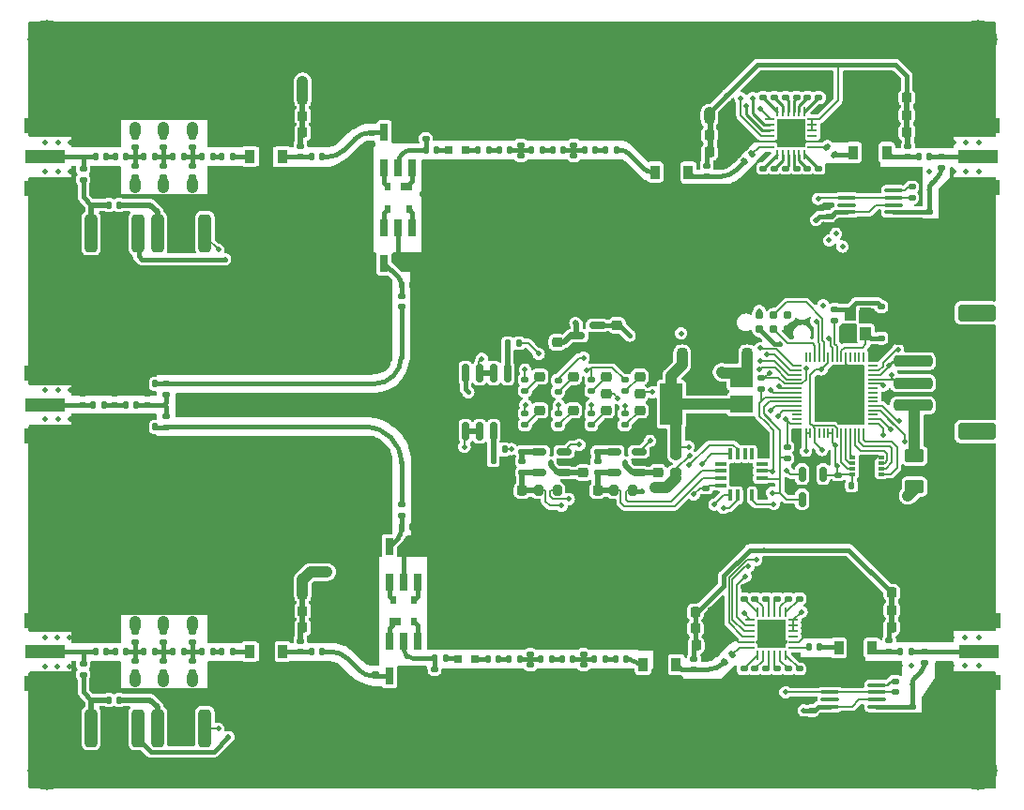
<source format=gtl>
%TF.GenerationSoftware,KiCad,Pcbnew,(6.0.11)*%
%TF.CreationDate,2023-02-15T18:23:13-08:00*%
%TF.ProjectId,GreX Frontend,47726558-2046-4726-9f6e-74656e642e6b,rev?*%
%TF.SameCoordinates,Original*%
%TF.FileFunction,Copper,L1,Top*%
%TF.FilePolarity,Positive*%
%FSLAX46Y46*%
G04 Gerber Fmt 4.6, Leading zero omitted, Abs format (unit mm)*
G04 Created by KiCad (PCBNEW (6.0.11)) date 2023-02-15 18:23:13*
%MOMM*%
%LPD*%
G01*
G04 APERTURE LIST*
G04 Aperture macros list*
%AMRoundRect*
0 Rectangle with rounded corners*
0 $1 Rounding radius*
0 $2 $3 $4 $5 $6 $7 $8 $9 X,Y pos of 4 corners*
0 Add a 4 corners polygon primitive as box body*
4,1,4,$2,$3,$4,$5,$6,$7,$8,$9,$2,$3,0*
0 Add four circle primitives for the rounded corners*
1,1,$1+$1,$2,$3*
1,1,$1+$1,$4,$5*
1,1,$1+$1,$6,$7*
1,1,$1+$1,$8,$9*
0 Add four rect primitives between the rounded corners*
20,1,$1+$1,$2,$3,$4,$5,0*
20,1,$1+$1,$4,$5,$6,$7,0*
20,1,$1+$1,$6,$7,$8,$9,0*
20,1,$1+$1,$8,$9,$2,$3,0*%
%AMFreePoly0*
4,1,9,4.347500,-1.950000,0.867500,-1.950000,0.867500,-0.430000,-1.022500,-0.430000,-1.022500,0.430000,0.867500,0.430000,0.867500,1.950000,4.347500,1.950000,4.347500,-1.950000,4.347500,-1.950000,$1*%
G04 Aperture macros list end*
%TA.AperFunction,SMDPad,CuDef*%
%ADD10RoundRect,0.150000X0.150000X-0.512500X0.150000X0.512500X-0.150000X0.512500X-0.150000X-0.512500X0*%
%TD*%
%TA.AperFunction,SMDPad,CuDef*%
%ADD11R,3.600000X1.270000*%
%TD*%
%TA.AperFunction,SMDPad,CuDef*%
%ADD12R,4.200000X1.350000*%
%TD*%
%TA.AperFunction,SMDPad,CuDef*%
%ADD13RoundRect,0.135000X-0.185000X0.135000X-0.185000X-0.135000X0.185000X-0.135000X0.185000X0.135000X0*%
%TD*%
%TA.AperFunction,SMDPad,CuDef*%
%ADD14RoundRect,0.087500X0.087500X-0.425000X0.087500X0.425000X-0.087500X0.425000X-0.087500X-0.425000X0*%
%TD*%
%TA.AperFunction,SMDPad,CuDef*%
%ADD15RoundRect,0.087500X0.425000X-0.087500X0.425000X0.087500X-0.425000X0.087500X-0.425000X-0.087500X0*%
%TD*%
%TA.AperFunction,SMDPad,CuDef*%
%ADD16R,2.100000X2.100000*%
%TD*%
%TA.AperFunction,SMDPad,CuDef*%
%ADD17RoundRect,0.100000X0.712500X0.100000X-0.712500X0.100000X-0.712500X-0.100000X0.712500X-0.100000X0*%
%TD*%
%TA.AperFunction,SMDPad,CuDef*%
%ADD18RoundRect,0.225000X0.225000X0.250000X-0.225000X0.250000X-0.225000X-0.250000X0.225000X-0.250000X0*%
%TD*%
%TA.AperFunction,SMDPad,CuDef*%
%ADD19R,0.800000X0.700000*%
%TD*%
%TA.AperFunction,SMDPad,CuDef*%
%ADD20R,2.300000X0.700000*%
%TD*%
%TA.AperFunction,SMDPad,CuDef*%
%ADD21RoundRect,0.140000X-0.170000X0.140000X-0.170000X-0.140000X0.170000X-0.140000X0.170000X0.140000X0*%
%TD*%
%TA.AperFunction,SMDPad,CuDef*%
%ADD22RoundRect,0.140000X0.170000X-0.140000X0.170000X0.140000X-0.170000X0.140000X-0.170000X-0.140000X0*%
%TD*%
%TA.AperFunction,SMDPad,CuDef*%
%ADD23RoundRect,0.225000X-0.250000X0.225000X-0.250000X-0.225000X0.250000X-0.225000X0.250000X0.225000X0*%
%TD*%
%TA.AperFunction,SMDPad,CuDef*%
%ADD24RoundRect,0.147500X0.172500X-0.147500X0.172500X0.147500X-0.172500X0.147500X-0.172500X-0.147500X0*%
%TD*%
%TA.AperFunction,SMDPad,CuDef*%
%ADD25RoundRect,0.147500X-0.147500X-0.172500X0.147500X-0.172500X0.147500X0.172500X-0.147500X0.172500X0*%
%TD*%
%TA.AperFunction,SMDPad,CuDef*%
%ADD26RoundRect,0.218750X0.256250X-0.218750X0.256250X0.218750X-0.256250X0.218750X-0.256250X-0.218750X0*%
%TD*%
%TA.AperFunction,SMDPad,CuDef*%
%ADD27RoundRect,0.200000X-0.200000X-0.275000X0.200000X-0.275000X0.200000X0.275000X-0.200000X0.275000X0*%
%TD*%
%TA.AperFunction,SMDPad,CuDef*%
%ADD28R,0.860000X1.270000*%
%TD*%
%TA.AperFunction,SMDPad,CuDef*%
%ADD29FreePoly0,90.000000*%
%TD*%
%TA.AperFunction,HeatsinkPad*%
%ADD30C,0.510000*%
%TD*%
%TA.AperFunction,SMDPad,CuDef*%
%ADD31RoundRect,0.250000X0.312500X1.450000X-0.312500X1.450000X-0.312500X-1.450000X0.312500X-1.450000X0*%
%TD*%
%TA.AperFunction,SMDPad,CuDef*%
%ADD32R,2.000000X1.500000*%
%TD*%
%TA.AperFunction,SMDPad,CuDef*%
%ADD33R,2.000000X3.800000*%
%TD*%
%TA.AperFunction,SMDPad,CuDef*%
%ADD34RoundRect,0.140000X0.140000X0.170000X-0.140000X0.170000X-0.140000X-0.170000X0.140000X-0.170000X0*%
%TD*%
%TA.AperFunction,SMDPad,CuDef*%
%ADD35RoundRect,0.140000X-0.140000X-0.170000X0.140000X-0.170000X0.140000X0.170000X-0.140000X0.170000X0*%
%TD*%
%TA.AperFunction,SMDPad,CuDef*%
%ADD36R,0.760000X1.650000*%
%TD*%
%TA.AperFunction,SMDPad,CuDef*%
%ADD37RoundRect,0.062500X-0.375000X-0.062500X0.375000X-0.062500X0.375000X0.062500X-0.375000X0.062500X0*%
%TD*%
%TA.AperFunction,SMDPad,CuDef*%
%ADD38RoundRect,0.062500X-0.062500X-0.375000X0.062500X-0.375000X0.062500X0.375000X-0.062500X0.375000X0*%
%TD*%
%TA.AperFunction,SMDPad,CuDef*%
%ADD39R,2.500000X2.500000*%
%TD*%
%TA.AperFunction,SMDPad,CuDef*%
%ADD40RoundRect,0.135000X0.135000X0.185000X-0.135000X0.185000X-0.135000X-0.185000X0.135000X-0.185000X0*%
%TD*%
%TA.AperFunction,SMDPad,CuDef*%
%ADD41RoundRect,0.225000X0.250000X-0.225000X0.250000X0.225000X-0.250000X0.225000X-0.250000X-0.225000X0*%
%TD*%
%TA.AperFunction,SMDPad,CuDef*%
%ADD42RoundRect,0.135000X0.185000X-0.135000X0.185000X0.135000X-0.185000X0.135000X-0.185000X-0.135000X0*%
%TD*%
%TA.AperFunction,SMDPad,CuDef*%
%ADD43RoundRect,0.147500X-0.172500X0.147500X-0.172500X-0.147500X0.172500X-0.147500X0.172500X0.147500X0*%
%TD*%
%TA.AperFunction,ComponentPad*%
%ADD44C,3.500000*%
%TD*%
%TA.AperFunction,SMDPad,CuDef*%
%ADD45RoundRect,0.225000X-0.225000X-0.250000X0.225000X-0.250000X0.225000X0.250000X-0.225000X0.250000X0*%
%TD*%
%TA.AperFunction,SMDPad,CuDef*%
%ADD46RoundRect,0.140000X-0.219203X-0.021213X-0.021213X-0.219203X0.219203X0.021213X0.021213X0.219203X0*%
%TD*%
%TA.AperFunction,SMDPad,CuDef*%
%ADD47RoundRect,0.200000X-0.275000X0.200000X-0.275000X-0.200000X0.275000X-0.200000X0.275000X0.200000X0*%
%TD*%
%TA.AperFunction,SMDPad,CuDef*%
%ADD48RoundRect,0.135000X-0.135000X-0.185000X0.135000X-0.185000X0.135000X0.185000X-0.135000X0.185000X0*%
%TD*%
%TA.AperFunction,SMDPad,CuDef*%
%ADD49RoundRect,0.250000X-0.625000X0.375000X-0.625000X-0.375000X0.625000X-0.375000X0.625000X0.375000X0*%
%TD*%
%TA.AperFunction,SMDPad,CuDef*%
%ADD50RoundRect,0.140000X0.021213X-0.219203X0.219203X-0.021213X-0.021213X0.219203X-0.219203X0.021213X0*%
%TD*%
%TA.AperFunction,SMDPad,CuDef*%
%ADD51RoundRect,0.250000X1.500000X-0.250000X1.500000X0.250000X-1.500000X0.250000X-1.500000X-0.250000X0*%
%TD*%
%TA.AperFunction,SMDPad,CuDef*%
%ADD52RoundRect,0.250001X1.449999X-0.499999X1.449999X0.499999X-1.449999X0.499999X-1.449999X-0.499999X0*%
%TD*%
%TA.AperFunction,SMDPad,CuDef*%
%ADD53RoundRect,0.150000X0.512500X0.150000X-0.512500X0.150000X-0.512500X-0.150000X0.512500X-0.150000X0*%
%TD*%
%TA.AperFunction,SMDPad,CuDef*%
%ADD54RoundRect,0.050000X0.387500X0.050000X-0.387500X0.050000X-0.387500X-0.050000X0.387500X-0.050000X0*%
%TD*%
%TA.AperFunction,SMDPad,CuDef*%
%ADD55RoundRect,0.050000X0.050000X0.387500X-0.050000X0.387500X-0.050000X-0.387500X0.050000X-0.387500X0*%
%TD*%
%TA.AperFunction,SMDPad,CuDef*%
%ADD56R,3.200000X3.200000*%
%TD*%
%TA.AperFunction,SMDPad,CuDef*%
%ADD57RoundRect,0.150000X0.150000X-0.675000X0.150000X0.675000X-0.150000X0.675000X-0.150000X-0.675000X0*%
%TD*%
%TA.AperFunction,SMDPad,CuDef*%
%ADD58RoundRect,0.087500X0.175000X0.087500X-0.175000X0.087500X-0.175000X-0.087500X0.175000X-0.087500X0*%
%TD*%
%TA.AperFunction,SMDPad,CuDef*%
%ADD59R,0.300000X1.600000*%
%TD*%
%TA.AperFunction,ConnectorPad*%
%ADD60C,0.787400*%
%TD*%
%TA.AperFunction,SMDPad,CuDef*%
%ADD61R,1.000000X0.700000*%
%TD*%
%TA.AperFunction,SMDPad,CuDef*%
%ADD62R,0.600000X0.700000*%
%TD*%
%TA.AperFunction,SMDPad,CuDef*%
%ADD63R,1.000000X1.150000*%
%TD*%
%TA.AperFunction,SMDPad,CuDef*%
%ADD64RoundRect,0.150000X0.587500X0.150000X-0.587500X0.150000X-0.587500X-0.150000X0.587500X-0.150000X0*%
%TD*%
%TA.AperFunction,ViaPad*%
%ADD65C,0.510000*%
%TD*%
%TA.AperFunction,ViaPad*%
%ADD66C,0.700000*%
%TD*%
%TA.AperFunction,Conductor*%
%ADD67C,1.000000*%
%TD*%
%TA.AperFunction,Conductor*%
%ADD68C,0.200000*%
%TD*%
%TA.AperFunction,Conductor*%
%ADD69C,0.450000*%
%TD*%
%TA.AperFunction,Conductor*%
%ADD70C,0.500000*%
%TD*%
%TA.AperFunction,Conductor*%
%ADD71C,0.127000*%
%TD*%
%TA.AperFunction,Conductor*%
%ADD72C,0.420000*%
%TD*%
%TA.AperFunction,Conductor*%
%ADD73C,0.250000*%
%TD*%
%TA.AperFunction,Conductor*%
%ADD74C,0.400000*%
%TD*%
G04 APERTURE END LIST*
D10*
%TO.P,U16,1,SCL*%
%TO.N,SCL*%
X169150000Y-108582500D03*
%TO.P,U16,2,GND*%
%TO.N,GND*%
X170100000Y-108582500D03*
%TO.P,U16,3,ADD1*%
X171050000Y-108582500D03*
%TO.P,U16,4,V+*%
%TO.N,+3V3*%
X171050000Y-106307500D03*
%TO.P,U16,5,ADD0*%
%TO.N,GND*%
X170100000Y-106307500D03*
%TO.P,U16,6,SDA*%
%TO.N,SDA*%
X169150000Y-106307500D03*
%TD*%
D11*
%TO.P,J7,1,In*%
%TO.N,/RF/LO Filter/In*%
X100900000Y-100045000D03*
D12*
%TO.P,J7,2,Ext*%
%TO.N,GND*%
X101100000Y-102870000D03*
X101100000Y-97220000D03*
%TD*%
D13*
%TO.P,R35,1*%
%TO.N,+3V3*%
X167800000Y-103860000D03*
%TO.P,R35,2*%
%TO.N,SCL*%
X167800000Y-104880000D03*
%TD*%
%TO.P,R9,1*%
%TO.N,+5VA*%
X147150000Y-100835000D03*
%TO.P,R9,2*%
%TO.N,Net-(D2-Pad2)*%
X147150000Y-101855000D03*
%TD*%
D14*
%TO.P,U8,1,IN-3*%
%TO.N,+5VA*%
X162700000Y-108207500D03*
%TO.P,U8,2,IN+3*%
%TO.N,VA_+*%
X163350000Y-108207500D03*
%TO.P,U8,3,GND*%
%TO.N,GND*%
X164000000Y-108207500D03*
%TO.P,U8,4,VS*%
%TO.N,+3V3*%
X164650000Y-108207500D03*
D15*
%TO.P,U8,5,A0*%
%TO.N,GND*%
X165537500Y-107320000D03*
%TO.P,U8,6,SCL*%
%TO.N,SCL*%
X165537500Y-106670000D03*
%TO.P,U8,7,SDA*%
%TO.N,SDA*%
X165537500Y-106020000D03*
%TO.P,U8,8,WARNING*%
%TO.N,unconnected-(U8-Pad8)*%
X165537500Y-105370000D03*
D14*
%TO.P,U8,9,CRITICAL*%
%TO.N,unconnected-(U8-Pad9)*%
X164650000Y-104482500D03*
%TO.P,U8,10,PV*%
%TO.N,unconnected-(U8-Pad10)*%
X164000000Y-104482500D03*
%TO.P,U8,11,IN-1*%
%TO.N,VLNA1_-*%
X163350000Y-104482500D03*
%TO.P,U8,12,IN+1*%
%TO.N,VLNA1_+*%
X162700000Y-104482500D03*
D15*
%TO.P,U8,13,TC*%
%TO.N,unconnected-(U8-Pad13)*%
X161812500Y-105370000D03*
%TO.P,U8,14,IN-2*%
%TO.N,VLNA2_-*%
X161812500Y-106020000D03*
%TO.P,U8,15,IN+2*%
%TO.N,VLNA2_+*%
X161812500Y-106670000D03*
%TO.P,U8,16,VPU*%
%TO.N,+3V3*%
X161812500Y-107320000D03*
D16*
%TO.P,U8,17,EP*%
%TO.N,GND*%
X163675000Y-106345000D03*
%TD*%
D11*
%TO.P,J6,1,In*%
%TO.N,/RF/Output Stage 2/Power Sensor/RF_In*%
X185100000Y-122320000D03*
D12*
%TO.P,J6,2,Ext*%
%TO.N,GND*%
X184900000Y-119495000D03*
X184900000Y-125145000D03*
%TD*%
D17*
%TO.P,U27,1,RFIN*%
%TO.N,Net-(R36-Pad2)*%
X175900000Y-127295000D03*
%TO.P,U27,2,ENBL*%
%TO.N,+5VA*%
X175900000Y-126645000D03*
%TO.P,U27,3,VSSET*%
%TO.N,RF2_IF_POW*%
X175900000Y-125995000D03*
%TO.P,U27,4,FLTR*%
%TO.N,Net-(C100-Pad1)*%
X175900000Y-125345000D03*
%TO.P,U27,5,GND*%
%TO.N,GND*%
X171675000Y-125345000D03*
%TO.P,U27,6,V_UP*%
%TO.N,RF2_IF_POW*%
X171675000Y-125995000D03*
%TO.P,U27,7,V_DN*%
%TO.N,unconnected-(U27-Pad7)*%
X171675000Y-126645000D03*
%TO.P,U27,8,VPOS*%
%TO.N,+5VA*%
X171675000Y-127295000D03*
%TD*%
D18*
%TO.P,C12,1*%
%TO.N,GND*%
X159875000Y-95395000D03*
%TO.P,C12,2*%
%TO.N,VA_+*%
X158325000Y-95395000D03*
%TD*%
D19*
%TO.P,U2,1*%
%TO.N,Net-(C41-Pad2)*%
X137300000Y-77045000D03*
%TO.P,U2,2*%
%TO.N,/RF/IF Filter 1 /In*%
X138800000Y-77045000D03*
D20*
%TO.P,U2,3*%
%TO.N,GND*%
X138050000Y-78245000D03*
%TD*%
D21*
%TO.P,C99,1*%
%TO.N,GND*%
X170050000Y-126690000D03*
%TO.P,C99,2*%
%TO.N,+5VA*%
X170050000Y-127650000D03*
%TD*%
D22*
%TO.P,C65,1*%
%TO.N,Net-(C64-Pad2)*%
X149435000Y-122575000D03*
%TO.P,C65,2*%
%TO.N,GND*%
X149435000Y-121615000D03*
%TD*%
D23*
%TO.P,C7,1*%
%TO.N,GND*%
X149400000Y-104620000D03*
%TO.P,C7,2*%
%TO.N,Net-(C2-Pad2)*%
X149400000Y-106170000D03*
%TD*%
D24*
%TO.P,L20,1,1*%
%TO.N,GND*%
X149435000Y-124480000D03*
%TO.P,L20,2,2*%
%TO.N,Net-(C64-Pad2)*%
X149435000Y-123510000D03*
%TD*%
D25*
%TO.P,L12,1,1*%
%TO.N,Net-(C31-Pad2)*%
X149535000Y-77045000D03*
%TO.P,L12,2,2*%
%TO.N,Net-(C34-Pad1)*%
X150505000Y-77045000D03*
%TD*%
%TO.P,L18,1,1*%
%TO.N,Net-(C61-Pad2)*%
X145600000Y-123045000D03*
%TO.P,L18,2,2*%
%TO.N,Net-(C64-Pad1)*%
X146570000Y-123045000D03*
%TD*%
D22*
%TO.P,C32,1*%
%TO.N,Net-(C31-Pad2)*%
X148570000Y-76575000D03*
%TO.P,C32,2*%
%TO.N,GND*%
X148570000Y-75615000D03*
%TD*%
D21*
%TO.P,C100,1*%
%TO.N,Net-(C100-Pad1)*%
X177537500Y-125020000D03*
%TO.P,C100,2*%
%TO.N,RF2_IF_POW*%
X177537500Y-125980000D03*
%TD*%
D25*
%TO.P,L9,1,1*%
%TO.N,Net-(C29-Pad2)*%
X144735000Y-77045000D03*
%TO.P,L9,2,2*%
%TO.N,Net-(C31-Pad1)*%
X145705000Y-77045000D03*
%TD*%
D18*
%TO.P,C57,1*%
%TO.N,GND*%
X125650000Y-118645000D03*
%TO.P,C57,2*%
%TO.N,+5VA*%
X124100000Y-118645000D03*
%TD*%
D26*
%TO.P,D1,1,K*%
%TO.N,GND*%
X145500000Y-102120000D03*
%TO.P,D1,2,A*%
%TO.N,Net-(D1-Pad2)*%
X145500000Y-100545000D03*
%TD*%
D27*
%TO.P,R7,1*%
%TO.N,VLNA1_+*%
X145400000Y-107770000D03*
%TO.P,R7,2*%
%TO.N,VLNA1_-*%
X147050000Y-107770000D03*
%TD*%
D28*
%TO.P,U19,1*%
%TO.N,/RF/IF Filter 2/Out*%
X154800000Y-123495000D03*
D29*
%TO.P,U19,2,GND*%
%TO.N,GND*%
X156300000Y-123117500D03*
D30*
X155543458Y-119142404D03*
X154800000Y-121945000D03*
X156300000Y-121245000D03*
X157050000Y-120545000D03*
X155543458Y-120542404D03*
X157800000Y-119145000D03*
X157050000Y-121945000D03*
X157800000Y-120545000D03*
X157050000Y-119845000D03*
X155543458Y-121942404D03*
X154800000Y-119145000D03*
X157800000Y-121245000D03*
X157050000Y-119145000D03*
D28*
X156300000Y-123505000D03*
D30*
X154800000Y-120545000D03*
X156300000Y-119845000D03*
X156300000Y-123505000D03*
X156300000Y-119145000D03*
X156300000Y-122745000D03*
X155543458Y-121242404D03*
X154800000Y-121245000D03*
X156300000Y-121945000D03*
X155543458Y-119842404D03*
X157050000Y-121245000D03*
X157800000Y-119845000D03*
X154800000Y-119845000D03*
X157800000Y-121945000D03*
X156300000Y-120545000D03*
D28*
%TO.P,U19,3*%
%TO.N,Net-(C77-Pad1)*%
X157800000Y-123495000D03*
%TD*%
D24*
%TO.P,L2,1,1*%
%TO.N,Net-(C33-Pad2)*%
X104300000Y-79715000D03*
%TO.P,L2,2,2*%
%TO.N,/RF/Input Stage 1/Input Filter/In*%
X104300000Y-78745000D03*
%TD*%
D31*
%TO.P,L6,1,1*%
%TO.N,VLNA2_-*%
X109287500Y-129245000D03*
%TO.P,L6,2,2*%
%TO.N,Net-(C105-Pad2)*%
X105012500Y-129245000D03*
%TD*%
D32*
%TO.P,U4,1,GND*%
%TO.N,GND*%
X163650000Y-102295000D03*
%TO.P,U4,2,VO*%
%TO.N,VA_+*%
X163650000Y-99995000D03*
D33*
X157350000Y-99995000D03*
D32*
%TO.P,U4,3,VI*%
%TO.N,Net-(C2-Pad2)*%
X163650000Y-97695000D03*
%TD*%
D17*
%TO.P,U22,1,RFIN*%
%TO.N,Net-(R18-Pad2)*%
X177418750Y-82645000D03*
%TO.P,U22,2,ENBL*%
%TO.N,+5VA*%
X177418750Y-81995000D03*
%TO.P,U22,3,VSSET*%
%TO.N,RF1_IF_POW*%
X177418750Y-81345000D03*
%TO.P,U22,4,FLTR*%
%TO.N,Net-(C88-Pad1)*%
X177418750Y-80695000D03*
%TO.P,U22,5,GND*%
%TO.N,GND*%
X173193750Y-80695000D03*
%TO.P,U22,6,V_UP*%
%TO.N,RF1_IF_POW*%
X173193750Y-81345000D03*
%TO.P,U22,7,V_DN*%
%TO.N,unconnected-(U22-Pad7)*%
X173193750Y-81995000D03*
%TO.P,U22,8,VPOS*%
%TO.N,+5VA*%
X173193750Y-82645000D03*
%TD*%
D27*
%TO.P,R16,1*%
%TO.N,VLNA2_+*%
X152200000Y-107770000D03*
%TO.P,R16,2*%
%TO.N,VLNA2_-*%
X153850000Y-107770000D03*
%TD*%
D34*
%TO.P,C72,1*%
%TO.N,/RF/Input Stage 1/ADL5611/In*%
X117780000Y-77645000D03*
%TO.P,C72,2*%
%TO.N,Net-(C72-Pad2)*%
X116820000Y-77645000D03*
%TD*%
D35*
%TO.P,C42,1*%
%TO.N,/RF/Mixer/IF*%
X136020000Y-122945000D03*
%TO.P,C42,2*%
%TO.N,Net-(C42-Pad2)*%
X136980000Y-122945000D03*
%TD*%
D36*
%TO.P,U23,1,S*%
%TO.N,Net-(U12-Pad3)*%
X131460000Y-84055000D03*
%TO.P,U23,2,SCT*%
%TO.N,GND*%
X132730000Y-84055000D03*
%TO.P,U23,3,SD*%
%TO.N,Net-(U12-Pad4)*%
X134000000Y-84055000D03*
%TO.P,U23,4,P*%
%TO.N,GND*%
X134000000Y-87235000D03*
%TO.P,U23,6,PD*%
%TO.N,/RF/Mixer_1/LO*%
X131460000Y-87235000D03*
%TD*%
D35*
%TO.P,C61,1*%
%TO.N,Net-(C61-Pad1)*%
X142705000Y-123045000D03*
%TO.P,C61,2*%
%TO.N,Net-(C61-Pad2)*%
X143665000Y-123045000D03*
%TD*%
D37*
%TO.P,U14,1,P/S*%
%TO.N,+5VA*%
X166200000Y-74245000D03*
%TO.P,U14,2,CLK*%
%TO.N,CLK*%
X166200000Y-74745000D03*
%TO.P,U14,3,SERIN*%
%TO.N,MOSI*%
X166200000Y-75245000D03*
%TO.P,U14,4,LE*%
%TO.N,ATTEN_LE_1*%
X166200000Y-75745000D03*
%TO.P,U14,5,GND*%
%TO.N,GND*%
X166200000Y-76245000D03*
%TO.P,U14,6,RF_A*%
%TO.N,Net-(C47-Pad2)*%
X166200000Y-76745000D03*
D38*
%TO.P,U14,7,ACG1*%
%TO.N,Net-(C48-Pad2)*%
X166887500Y-77432500D03*
%TO.P,U14,8,ACG2*%
%TO.N,Net-(C52-Pad2)*%
X167387500Y-77432500D03*
%TO.P,U14,9,ACG3*%
%TO.N,Net-(C50-Pad2)*%
X167887500Y-77432500D03*
%TO.P,U14,10,ACG4*%
%TO.N,Net-(C53-Pad2)*%
X168387500Y-77432500D03*
%TO.P,U14,11,ACG5*%
%TO.N,Net-(C51-Pad2)*%
X168887500Y-77432500D03*
%TO.P,U14,12,ACG6*%
%TO.N,Net-(C55-Pad2)*%
X169387500Y-77432500D03*
D37*
%TO.P,U14,13,RF_B*%
%TO.N,Net-(C63-Pad1)*%
X170075000Y-76745000D03*
%TO.P,U14,14,GND*%
%TO.N,GND*%
X170075000Y-76245000D03*
%TO.P,U14,15,SEROUT*%
%TO.N,unconnected-(U14-Pad15)*%
X170075000Y-75745000D03*
%TO.P,U14,16,PUP2*%
%TO.N,+5VA*%
X170075000Y-75245000D03*
%TO.P,U14,17,PUP1*%
X170075000Y-74745000D03*
%TO.P,U14,18,VDD*%
X170075000Y-74245000D03*
D38*
%TO.P,U14,19,D5*%
%TO.N,Net-(R29-Pad2)*%
X169387500Y-73557500D03*
%TO.P,U14,20,D4*%
%TO.N,Net-(R26-Pad2)*%
X168887500Y-73557500D03*
%TO.P,U14,21,D3*%
%TO.N,Net-(R30-Pad2)*%
X168387500Y-73557500D03*
%TO.P,U14,22,D2*%
%TO.N,Net-(R27-Pad2)*%
X167887500Y-73557500D03*
%TO.P,U14,23,D1*%
%TO.N,Net-(R31-Pad2)*%
X167387500Y-73557500D03*
%TO.P,U14,24,D0*%
%TO.N,Net-(R28-Pad2)*%
X166887500Y-73557500D03*
D39*
%TO.P,U14,25,GND*%
%TO.N,GND*%
X168137500Y-75495000D03*
%TD*%
D40*
%TO.P,R20,1*%
%TO.N,GND*%
X142320000Y-105070000D03*
%TO.P,R20,2*%
%TO.N,Net-(R17-Pad2)*%
X141300000Y-105070000D03*
%TD*%
D13*
%TO.P,R12,1*%
%TO.N,RF1_STATUS_LED*%
X144150000Y-97772500D03*
%TO.P,R12,2*%
%TO.N,Net-(D5-Pad2)*%
X144150000Y-98792500D03*
%TD*%
D35*
%TO.P,C41,1*%
%TO.N,/RF/Mixer_1/IF*%
X135200000Y-77045000D03*
%TO.P,C41,2*%
%TO.N,Net-(C41-Pad2)*%
X136160000Y-77045000D03*
%TD*%
D24*
%TO.P,L17,1,1*%
%TO.N,GND*%
X144635000Y-124480000D03*
%TO.P,L17,2,2*%
%TO.N,Net-(C61-Pad2)*%
X144635000Y-123510000D03*
%TD*%
D13*
%TO.P,R33,1*%
%TO.N,GND*%
X165900000Y-116525000D03*
%TO.P,R33,2*%
%TO.N,Net-(R33-Pad2)*%
X165900000Y-117545000D03*
%TD*%
D24*
%TO.P,L35,1,1*%
%TO.N,Net-(C94-Pad2)*%
X111570000Y-121495000D03*
%TO.P,L35,2,2*%
%TO.N,GND*%
X111570000Y-120525000D03*
%TD*%
D13*
%TO.P,R28,1*%
%TO.N,GND*%
X165650000Y-71275000D03*
%TO.P,R28,2*%
%TO.N,Net-(R28-Pad2)*%
X165650000Y-72295000D03*
%TD*%
D22*
%TO.P,C94,1*%
%TO.N,GND*%
X111570000Y-124155000D03*
%TO.P,C94,2*%
%TO.N,Net-(C94-Pad2)*%
X111570000Y-123195000D03*
%TD*%
D21*
%TO.P,C17,1*%
%TO.N,+3V3*%
X172400000Y-106370000D03*
%TO.P,C17,2*%
%TO.N,GND*%
X172400000Y-107330000D03*
%TD*%
D13*
%TO.P,R15,1*%
%TO.N,+3V3*%
X153150000Y-97812500D03*
%TO.P,R15,2*%
%TO.N,Net-(D8-Pad2)*%
X153150000Y-98832500D03*
%TD*%
D34*
%TO.P,C38,1*%
%TO.N,/RF/Input Stage 1/OUT*%
X125880000Y-77645000D03*
%TO.P,C38,2*%
%TO.N,Net-(C38-Pad2)*%
X124920000Y-77645000D03*
%TD*%
D25*
%TO.P,L28,1,1*%
%TO.N,Net-(C90-Pad1)*%
X108115000Y-100045000D03*
%TO.P,L28,2,2*%
%TO.N,/RF/LO Filter/Out*%
X109085000Y-100045000D03*
%TD*%
%TO.P,L16,1,1*%
%TO.N,/RF/IF Filter 2/In*%
X140800000Y-123045000D03*
%TO.P,L16,2,2*%
%TO.N,Net-(C61-Pad1)*%
X141770000Y-123045000D03*
%TD*%
D22*
%TO.P,C91,1*%
%TO.N,/RF/LO Filter/Out*%
X110050000Y-100045000D03*
%TO.P,C91,2*%
%TO.N,GND*%
X110050000Y-99085000D03*
%TD*%
D41*
%TO.P,C10,1*%
%TO.N,GND*%
X152462500Y-94395000D03*
%TO.P,C10,2*%
%TO.N,+3V3*%
X152462500Y-92845000D03*
%TD*%
D42*
%TO.P,R24,1*%
%TO.N,Net-(C39-Pad1)*%
X111800000Y-102065000D03*
%TO.P,R24,2*%
%TO.N,/RF/LO Filter/Out*%
X111800000Y-101045000D03*
%TD*%
D25*
%TO.P,L32,1,1*%
%TO.N,/RF/Input Stage 2/Input Filter/In*%
X105400000Y-122345000D03*
%TO.P,L32,2,2*%
%TO.N,Net-(C92-Pad2)*%
X106370000Y-122345000D03*
%TD*%
D22*
%TO.P,C51,1*%
%TO.N,GND*%
X169650000Y-79650000D03*
%TO.P,C51,2*%
%TO.N,Net-(C51-Pad2)*%
X169650000Y-78690000D03*
%TD*%
D43*
%TO.P,L3,1,1*%
%TO.N,+5VA*%
X123900000Y-76675000D03*
%TO.P,L3,2,2*%
%TO.N,Net-(C38-Pad2)*%
X123900000Y-77645000D03*
%TD*%
D35*
%TO.P,C64,1*%
%TO.N,Net-(C64-Pad1)*%
X147505000Y-123045000D03*
%TO.P,C64,2*%
%TO.N,Net-(C64-Pad2)*%
X148465000Y-123045000D03*
%TD*%
D28*
%TO.P,U15,1*%
%TO.N,Net-(C63-Pad2)*%
X173800000Y-77245000D03*
D30*
%TO.P,U15,2,GND*%
%TO.N,GND*%
X175300000Y-73595000D03*
X175300000Y-72895000D03*
X176800000Y-74995000D03*
X174543458Y-74992404D03*
X176800000Y-74295000D03*
X176050000Y-73595000D03*
X176050000Y-74995000D03*
X175300000Y-75695000D03*
X174543458Y-74292404D03*
X176800000Y-72895000D03*
X174543458Y-73592404D03*
X175300000Y-76495000D03*
X176050000Y-74295000D03*
X176800000Y-75695000D03*
X176800000Y-73595000D03*
X173800000Y-72895000D03*
X173800000Y-74295000D03*
D29*
X175300000Y-76867500D03*
D30*
X173800000Y-75695000D03*
X174543458Y-75692404D03*
X176050000Y-75695000D03*
X175300000Y-74995000D03*
X174543458Y-72892404D03*
X176050000Y-72895000D03*
D28*
X175300000Y-77255000D03*
D30*
X175300000Y-77255000D03*
X175300000Y-74295000D03*
X173800000Y-74995000D03*
X173800000Y-73595000D03*
D28*
%TO.P,U15,3*%
%TO.N,Net-(C66-Pad1)*%
X176800000Y-77245000D03*
%TD*%
D18*
%TO.P,C56,1*%
%TO.N,GND*%
X180150000Y-72310000D03*
%TO.P,C56,2*%
%TO.N,+5VA*%
X178600000Y-72310000D03*
%TD*%
D42*
%TO.P,R18,1*%
%TO.N,GND*%
X180600000Y-83665000D03*
%TO.P,R18,2*%
%TO.N,Net-(R18-Pad2)*%
X180600000Y-82645000D03*
%TD*%
D35*
%TO.P,C15,1*%
%TO.N,+3V3*%
X173620000Y-107345000D03*
%TO.P,C15,2*%
%TO.N,GND*%
X174580000Y-107345000D03*
%TD*%
D26*
%TO.P,D2,1,K*%
%TO.N,GND*%
X148500000Y-102120000D03*
%TO.P,D2,2,A*%
%TO.N,Net-(D2-Pad2)*%
X148500000Y-100545000D03*
%TD*%
D43*
%TO.P,L10,1,1*%
%TO.N,+5VA*%
X177010000Y-121352500D03*
%TO.P,L10,2,2*%
%TO.N,Net-(C54-Pad1)*%
X177010000Y-122322500D03*
%TD*%
D44*
%TO.P,H1,1,1*%
%TO.N,GND*%
X101000000Y-67045000D03*
%TD*%
D24*
%TO.P,L37,1,1*%
%TO.N,Net-(C95-Pad2)*%
X114170000Y-121495000D03*
%TO.P,L37,2,2*%
%TO.N,GND*%
X114170000Y-120525000D03*
%TD*%
D13*
%TO.P,R39,1*%
%TO.N,GND*%
X168900000Y-116525000D03*
%TO.P,R39,2*%
%TO.N,Net-(R39-Pad2)*%
X168900000Y-117545000D03*
%TD*%
%TO.P,R41,1*%
%TO.N,GND*%
X164900000Y-116525000D03*
%TO.P,R41,2*%
%TO.N,Net-(R41-Pad2)*%
X164900000Y-117545000D03*
%TD*%
D22*
%TO.P,C81,1*%
%TO.N,GND*%
X164900000Y-124845000D03*
%TO.P,C81,2*%
%TO.N,Net-(C81-Pad2)*%
X164900000Y-123885000D03*
%TD*%
D45*
%TO.P,C9,1*%
%TO.N,GND*%
X162650000Y-95395000D03*
%TO.P,C9,2*%
%TO.N,Net-(C2-Pad2)*%
X164200000Y-95395000D03*
%TD*%
D46*
%TO.P,C63,1*%
%TO.N,Net-(C63-Pad1)*%
X171410589Y-76745000D03*
%TO.P,C63,2*%
%TO.N,Net-(C63-Pad2)*%
X172089411Y-77423822D03*
%TD*%
D25*
%TO.P,L22,1,1*%
%TO.N,Net-(C11-Pad2)*%
X109770000Y-77645000D03*
%TO.P,L22,2,2*%
%TO.N,Net-(C70-Pad2)*%
X110740000Y-77645000D03*
%TD*%
D26*
%TO.P,D6,1,K*%
%TO.N,GND*%
X148500000Y-99082500D03*
%TO.P,D6,2,A*%
%TO.N,Net-(D6-Pad2)*%
X148500000Y-97507500D03*
%TD*%
D47*
%TO.P,R6,1*%
%TO.N,VA_+*%
X157800000Y-104520000D03*
%TO.P,R6,2*%
%TO.N,+5VA*%
X157800000Y-106170000D03*
%TD*%
D21*
%TO.P,C85,1*%
%TO.N,GND*%
X171568750Y-82040000D03*
%TO.P,C85,2*%
%TO.N,+5VA*%
X171568750Y-83000000D03*
%TD*%
D43*
%TO.P,L19,1,1*%
%TO.N,+5VA*%
X178700000Y-76675000D03*
%TO.P,L19,2,2*%
%TO.N,Net-(C66-Pad1)*%
X178700000Y-77645000D03*
%TD*%
D18*
%TO.P,C5,1*%
%TO.N,GND*%
X125650000Y-73945000D03*
%TO.P,C5,2*%
%TO.N,+5VA*%
X124100000Y-73945000D03*
%TD*%
D25*
%TO.P,L27,1,1*%
%TO.N,/RF/LO Filter/In*%
X105215000Y-100045000D03*
%TO.P,L27,2,2*%
%TO.N,Net-(C90-Pad1)*%
X106185000Y-100045000D03*
%TD*%
D18*
%TO.P,C87,1*%
%TO.N,GND*%
X178800000Y-120117500D03*
%TO.P,C87,2*%
%TO.N,+5VA*%
X177250000Y-120117500D03*
%TD*%
D25*
%TO.P,L13,1,1*%
%TO.N,/RF/Input Stage 1/Input Filter/In*%
X105400000Y-77645000D03*
%TO.P,L13,2,2*%
%TO.N,Net-(C4-Pad2)*%
X106370000Y-77645000D03*
%TD*%
D13*
%TO.P,R31,1*%
%TO.N,GND*%
X166650000Y-71275000D03*
%TO.P,R31,2*%
%TO.N,Net-(R31-Pad2)*%
X166650000Y-72295000D03*
%TD*%
D18*
%TO.P,C40,1*%
%TO.N,GND*%
X125650000Y-117145000D03*
%TO.P,C40,2*%
%TO.N,+5VA*%
X124100000Y-117145000D03*
%TD*%
D44*
%TO.P,H2,1,1*%
%TO.N,GND*%
X185000000Y-67045000D03*
%TD*%
D42*
%TO.P,R38,1*%
%TO.N,GND*%
X179081250Y-128315000D03*
%TO.P,R38,2*%
%TO.N,Net-(R36-Pad2)*%
X179081250Y-127295000D03*
%TD*%
D37*
%TO.P,U20,1,P/S*%
%TO.N,+5VA*%
X164462500Y-119460000D03*
%TO.P,U20,2,CLK*%
%TO.N,CLK*%
X164462500Y-119960000D03*
%TO.P,U20,3,SERIN*%
%TO.N,MOSI*%
X164462500Y-120460000D03*
%TO.P,U20,4,LE*%
%TO.N,ATTEN_LE_2*%
X164462500Y-120960000D03*
%TO.P,U20,5,GND*%
%TO.N,GND*%
X164462500Y-121460000D03*
%TO.P,U20,6,RF_A*%
%TO.N,Net-(C77-Pad2)*%
X164462500Y-121960000D03*
D38*
%TO.P,U20,7,ACG1*%
%TO.N,Net-(C78-Pad2)*%
X165150000Y-122647500D03*
%TO.P,U20,8,ACG2*%
%TO.N,Net-(C81-Pad2)*%
X165650000Y-122647500D03*
%TO.P,U20,9,ACG3*%
%TO.N,Net-(C79-Pad2)*%
X166150000Y-122647500D03*
%TO.P,U20,10,ACG4*%
%TO.N,Net-(C82-Pad2)*%
X166650000Y-122647500D03*
%TO.P,U20,11,ACG5*%
%TO.N,Net-(C80-Pad2)*%
X167150000Y-122647500D03*
%TO.P,U20,12,ACG6*%
%TO.N,Net-(C83-Pad2)*%
X167650000Y-122647500D03*
D37*
%TO.P,U20,13,RF_B*%
%TO.N,Net-(C49-Pad1)*%
X168337500Y-121960000D03*
%TO.P,U20,14,GND*%
%TO.N,GND*%
X168337500Y-121460000D03*
%TO.P,U20,15,SEROUT*%
%TO.N,unconnected-(U20-Pad15)*%
X168337500Y-120960000D03*
%TO.P,U20,16,PUP2*%
%TO.N,+5VA*%
X168337500Y-120460000D03*
%TO.P,U20,17,PUP1*%
X168337500Y-119960000D03*
%TO.P,U20,18,VDD*%
X168337500Y-119460000D03*
D38*
%TO.P,U20,19,D5*%
%TO.N,Net-(R39-Pad2)*%
X167650000Y-118772500D03*
%TO.P,U20,20,D4*%
%TO.N,Net-(R32-Pad2)*%
X167150000Y-118772500D03*
%TO.P,U20,21,D3*%
%TO.N,Net-(R40-Pad2)*%
X166650000Y-118772500D03*
%TO.P,U20,22,D2*%
%TO.N,Net-(R33-Pad2)*%
X166150000Y-118772500D03*
%TO.P,U20,23,D1*%
%TO.N,Net-(R41-Pad2)*%
X165650000Y-118772500D03*
%TO.P,U20,24,D0*%
%TO.N,Net-(R37-Pad2)*%
X165150000Y-118772500D03*
D39*
%TO.P,U20,25,GND*%
%TO.N,GND*%
X166400000Y-120710000D03*
%TD*%
D22*
%TO.P,C93,1*%
%TO.N,GND*%
X108970000Y-124155000D03*
%TO.P,C93,2*%
%TO.N,Net-(C92-Pad1)*%
X108970000Y-123195000D03*
%TD*%
D18*
%TO.P,C60,1*%
%TO.N,GND*%
X125650000Y-120145000D03*
%TO.P,C60,2*%
%TO.N,+5VA*%
X124100000Y-120145000D03*
%TD*%
%TO.P,C74,1*%
%TO.N,GND*%
X162340000Y-74180000D03*
%TO.P,C74,2*%
%TO.N,+5VA*%
X160790000Y-74180000D03*
%TD*%
D22*
%TO.P,C95,1*%
%TO.N,GND*%
X114170000Y-124155000D03*
%TO.P,C95,2*%
%TO.N,Net-(C95-Pad2)*%
X114170000Y-123195000D03*
%TD*%
D26*
%TO.P,D8,1,K*%
%TO.N,RXD*%
X154500000Y-99082500D03*
%TO.P,D8,2,A*%
%TO.N,Net-(D8-Pad2)*%
X154500000Y-97507500D03*
%TD*%
D22*
%TO.P,C89,1*%
%TO.N,/RF/LO Filter/In*%
X104250000Y-100045000D03*
%TO.P,C89,2*%
%TO.N,GND*%
X104250000Y-99085000D03*
%TD*%
D24*
%TO.P,L30,1,1*%
%TO.N,Net-(C71-Pad2)*%
X114170000Y-76795000D03*
%TO.P,L30,2,2*%
%TO.N,GND*%
X114170000Y-75825000D03*
%TD*%
D36*
%TO.P,U11,1,S*%
%TO.N,Net-(U11-Pad1)*%
X134000000Y-78635000D03*
%TO.P,U11,2,SCT*%
%TO.N,/RF/Mixer_1/IF*%
X132730000Y-78635000D03*
%TO.P,U11,3,SD*%
%TO.N,Net-(U11-Pad3)*%
X131460000Y-78635000D03*
%TO.P,U11,4,P*%
%TO.N,/RF/Input Stage 1/OUT*%
X131460000Y-75455000D03*
%TO.P,U11,6,PD*%
%TO.N,GND*%
X134000000Y-75455000D03*
%TD*%
D24*
%TO.P,L7,1,1*%
%TO.N,GND*%
X143770000Y-78480000D03*
%TO.P,L7,2,2*%
%TO.N,Net-(C29-Pad2)*%
X143770000Y-77510000D03*
%TD*%
D18*
%TO.P,C76,1*%
%TO.N,GND*%
X161150000Y-121745000D03*
%TO.P,C76,2*%
%TO.N,+5VA*%
X159600000Y-121745000D03*
%TD*%
D34*
%TO.P,C4,1*%
%TO.N,Net-(C11-Pad2)*%
X108180000Y-77645000D03*
%TO.P,C4,2*%
%TO.N,Net-(C4-Pad2)*%
X107220000Y-77645000D03*
%TD*%
D13*
%TO.P,R27,1*%
%TO.N,GND*%
X167650000Y-71275000D03*
%TO.P,R27,2*%
%TO.N,Net-(R27-Pad2)*%
X167650000Y-72295000D03*
%TD*%
D48*
%TO.P,R25,1*%
%TO.N,GND*%
X109790000Y-102045000D03*
%TO.P,R25,2*%
%TO.N,Net-(C39-Pad1)*%
X110810000Y-102045000D03*
%TD*%
D22*
%TO.P,C62,1*%
%TO.N,Net-(C61-Pad2)*%
X144635000Y-122575000D03*
%TO.P,C62,2*%
%TO.N,GND*%
X144635000Y-121615000D03*
%TD*%
D35*
%TO.P,C67,1*%
%TO.N,Net-(C67-Pad1)*%
X152305000Y-123045000D03*
%TO.P,C67,2*%
%TO.N,/RF/IF Filter 2/Out*%
X153265000Y-123045000D03*
%TD*%
D49*
%TO.P,F1,1*%
%TO.N,Net-(F1-Pad1)*%
X179300000Y-104645000D03*
%TO.P,F1,2*%
%TO.N,Net-(C2-Pad2)*%
X179300000Y-107445000D03*
%TD*%
D34*
%TO.P,C105,1*%
%TO.N,Net-(C105-Pad1)*%
X107560000Y-126695000D03*
%TO.P,C105,2*%
%TO.N,Net-(C105-Pad2)*%
X106600000Y-126695000D03*
%TD*%
D43*
%TO.P,L26,1,1*%
%TO.N,+5VA*%
X159400000Y-122975000D03*
%TO.P,L26,2,2*%
%TO.N,Net-(C77-Pad1)*%
X159400000Y-123945000D03*
%TD*%
D34*
%TO.P,C96,1*%
%TO.N,/RF/Input Stage 2/ADL5611/In*%
X117780000Y-122345000D03*
%TO.P,C96,2*%
%TO.N,Net-(C96-Pad2)*%
X116820000Y-122345000D03*
%TD*%
D22*
%TO.P,C97,1*%
%TO.N,Net-(C97-Pad1)*%
X176300000Y-94025000D03*
%TO.P,C97,2*%
%TO.N,GND*%
X176300000Y-93065000D03*
%TD*%
D24*
%TO.P,L14,1,1*%
%TO.N,Net-(C11-Pad2)*%
X108970000Y-76795000D03*
%TO.P,L14,2,2*%
%TO.N,GND*%
X108970000Y-75825000D03*
%TD*%
D34*
%TO.P,C92,1*%
%TO.N,Net-(C92-Pad1)*%
X108180000Y-122345000D03*
%TO.P,C92,2*%
%TO.N,Net-(C92-Pad2)*%
X107220000Y-122345000D03*
%TD*%
D22*
%TO.P,C52,1*%
%TO.N,GND*%
X166650000Y-79650000D03*
%TO.P,C52,2*%
%TO.N,Net-(C52-Pad2)*%
X166650000Y-78690000D03*
%TD*%
D13*
%TO.P,R26,1*%
%TO.N,GND*%
X169650000Y-71275000D03*
%TO.P,R26,2*%
%TO.N,Net-(R26-Pad2)*%
X169650000Y-72295000D03*
%TD*%
%TO.P,R13,1*%
%TO.N,RF2_STATUS_LED*%
X147150000Y-97822500D03*
%TO.P,R13,2*%
%TO.N,Net-(D6-Pad2)*%
X147150000Y-98842500D03*
%TD*%
D22*
%TO.P,C30,1*%
%TO.N,Net-(C29-Pad2)*%
X143770000Y-76575000D03*
%TO.P,C30,2*%
%TO.N,GND*%
X143770000Y-75615000D03*
%TD*%
D44*
%TO.P,H4,1,1*%
%TO.N,GND*%
X144000000Y-114545000D03*
%TD*%
D25*
%TO.P,L21,1,1*%
%TO.N,Net-(C64-Pad2)*%
X150400000Y-123045000D03*
%TO.P,L21,2,2*%
%TO.N,Net-(C67-Pad1)*%
X151370000Y-123045000D03*
%TD*%
D34*
%TO.P,C73,1*%
%TO.N,/RF/Input Stage 2/OUT*%
X125880000Y-122345000D03*
%TO.P,C73,2*%
%TO.N,Net-(C73-Pad2)*%
X124920000Y-122345000D03*
%TD*%
D36*
%TO.P,U24,1,S*%
%TO.N,Net-(U24-Pad1)*%
X131930000Y-121365000D03*
%TO.P,U24,2,SCT*%
%TO.N,/RF/Mixer/IF*%
X133200000Y-121365000D03*
%TO.P,U24,3,SD*%
%TO.N,Net-(U24-Pad3)*%
X134470000Y-121365000D03*
%TO.P,U24,4,P*%
%TO.N,GND*%
X134470000Y-124545000D03*
%TO.P,U24,6,PD*%
%TO.N,/RF/Input Stage 2/OUT*%
X131930000Y-124545000D03*
%TD*%
D50*
%TO.P,C77,1*%
%TO.N,Net-(C77-Pad1)*%
X162160589Y-123284411D03*
%TO.P,C77,2*%
%TO.N,Net-(C77-Pad2)*%
X162839411Y-122605589D03*
%TD*%
D35*
%TO.P,C54,1*%
%TO.N,Net-(C54-Pad1)*%
X178010000Y-122317500D03*
%TO.P,C54,2*%
%TO.N,/RF/Output Stage 2/Power Sensor/RF_In*%
X178970000Y-122317500D03*
%TD*%
D23*
%TO.P,C8,1*%
%TO.N,GND*%
X147062500Y-92845000D03*
%TO.P,C8,2*%
%TO.N,Net-(C2-Pad2)*%
X147062500Y-94395000D03*
%TD*%
D35*
%TO.P,C36,1*%
%TO.N,/RF/Mixer_1/LO*%
X133000000Y-89245000D03*
%TO.P,C36,2*%
%TO.N,GND*%
X133960000Y-89245000D03*
%TD*%
D22*
%TO.P,C90,1*%
%TO.N,Net-(C90-Pad1)*%
X107150000Y-100045000D03*
%TO.P,C90,2*%
%TO.N,GND*%
X107150000Y-99085000D03*
%TD*%
D35*
%TO.P,C31,1*%
%TO.N,Net-(C31-Pad1)*%
X146640000Y-77045000D03*
%TO.P,C31,2*%
%TO.N,Net-(C31-Pad2)*%
X147600000Y-77045000D03*
%TD*%
D26*
%TO.P,D3,1,K*%
%TO.N,GND*%
X151500000Y-102120000D03*
%TO.P,D3,2,A*%
%TO.N,Net-(D3-Pad2)*%
X151500000Y-100545000D03*
%TD*%
D22*
%TO.P,C48,1*%
%TO.N,GND*%
X165650000Y-79650000D03*
%TO.P,C48,2*%
%TO.N,Net-(C48-Pad2)*%
X165650000Y-78690000D03*
%TD*%
D13*
%TO.P,R30,1*%
%TO.N,GND*%
X168650000Y-71275000D03*
%TO.P,R30,2*%
%TO.N,Net-(R30-Pad2)*%
X168650000Y-72295000D03*
%TD*%
D40*
%TO.P,R19,1*%
%TO.N,RF1_32kHz*%
X143610000Y-94470000D03*
%TO.P,R19,2*%
%TO.N,Net-(R19-Pad2)*%
X142590000Y-94470000D03*
%TD*%
D35*
%TO.P,C69,1*%
%TO.N,/RF/Mixer/LO*%
X133000000Y-111045000D03*
%TO.P,C69,2*%
%TO.N,GND*%
X133960000Y-111045000D03*
%TD*%
D22*
%TO.P,C43,1*%
%TO.N,/RF/Input Stage 2/OUT*%
X130700000Y-124345000D03*
%TO.P,C43,2*%
%TO.N,GND*%
X130700000Y-123385000D03*
%TD*%
D51*
%TO.P,J3,1,Pin_1*%
%TO.N,Net-(F1-Pad1)*%
X179150000Y-100095000D03*
%TO.P,J3,2,Pin_2*%
%TO.N,TXD*%
X179150000Y-98095000D03*
%TO.P,J3,3,Pin_3*%
%TO.N,RXD*%
X179150000Y-96095000D03*
%TO.P,J3,4,Pin_4*%
%TO.N,GND*%
X179150000Y-94095000D03*
D52*
%TO.P,J3,MP*%
%TO.N,N/C*%
X184900000Y-102445000D03*
X184900000Y-91745000D03*
%TD*%
D18*
%TO.P,C6,1*%
%TO.N,GND*%
X125650000Y-75445000D03*
%TO.P,C6,2*%
%TO.N,+5VA*%
X124100000Y-75445000D03*
%TD*%
D42*
%TO.P,R5,1*%
%TO.N,Net-(R4-Pad2)*%
X150700000Y-104270000D03*
%TO.P,R5,2*%
%TO.N,GND*%
X150700000Y-103250000D03*
%TD*%
D22*
%TO.P,C78,1*%
%TO.N,GND*%
X163900000Y-124845000D03*
%TO.P,C78,2*%
%TO.N,Net-(C78-Pad2)*%
X163900000Y-123885000D03*
%TD*%
D25*
%TO.P,L29,1,1*%
%TO.N,Net-(C70-Pad2)*%
X112420000Y-77645000D03*
%TO.P,L29,2,2*%
%TO.N,Net-(C71-Pad2)*%
X113390000Y-77645000D03*
%TD*%
D53*
%TO.P,U7,1,IN*%
%TO.N,Net-(C2-Pad2)*%
X154437500Y-106170000D03*
%TO.P,U7,2,GND*%
%TO.N,GND*%
X154437500Y-105220000D03*
%TO.P,U7,3,EN*%
%TO.N,RF2_LNA_EN*%
X154437500Y-104270000D03*
%TO.P,U7,4,ADJ*%
%TO.N,Net-(R4-Pad2)*%
X152162500Y-104270000D03*
%TO.P,U7,5,OUT*%
%TO.N,VLNA2_+*%
X152162500Y-106170000D03*
%TD*%
D23*
%TO.P,C2,1*%
%TO.N,GND*%
X156150000Y-104570000D03*
%TO.P,C2,2*%
%TO.N,Net-(C2-Pad2)*%
X156150000Y-106120000D03*
%TD*%
D40*
%TO.P,R17,1*%
%TO.N,RF2_32kHz*%
X142320000Y-104070000D03*
%TO.P,R17,2*%
%TO.N,Net-(R17-Pad2)*%
X141300000Y-104070000D03*
%TD*%
D35*
%TO.P,C49,1*%
%TO.N,Net-(C49-Pad1)*%
X169750000Y-121945000D03*
%TO.P,C49,2*%
%TO.N,Net-(C49-Pad2)*%
X170710000Y-121945000D03*
%TD*%
D22*
%TO.P,C11,1*%
%TO.N,GND*%
X108970000Y-79455000D03*
%TO.P,C11,2*%
%TO.N,Net-(C11-Pad2)*%
X108970000Y-78495000D03*
%TD*%
D19*
%TO.P,U1,1*%
%TO.N,Net-(C42-Pad2)*%
X138118629Y-123045000D03*
%TO.P,U1,2*%
%TO.N,/RF/IF Filter 2/In*%
X139618629Y-123045000D03*
D20*
%TO.P,U1,3*%
%TO.N,GND*%
X138868629Y-124245000D03*
%TD*%
D21*
%TO.P,C68,1*%
%TO.N,/RF/Mixer/IF*%
X136000000Y-123945000D03*
%TO.P,C68,2*%
%TO.N,GND*%
X136000000Y-124905000D03*
%TD*%
D22*
%TO.P,C37,1*%
%TO.N,Net-(C37-Pad1)*%
X133000000Y-91205000D03*
%TO.P,C37,2*%
%TO.N,/RF/Mixer_1/LO*%
X133000000Y-90245000D03*
%TD*%
D25*
%TO.P,L5,1,1*%
%TO.N,/RF/IF Filter 1 /In*%
X139935000Y-77045000D03*
%TO.P,L5,2,2*%
%TO.N,Net-(C29-Pad1)*%
X140905000Y-77045000D03*
%TD*%
D13*
%TO.P,R32,1*%
%TO.N,GND*%
X167900000Y-116525000D03*
%TO.P,R32,2*%
%TO.N,Net-(R32-Pad2)*%
X167900000Y-117545000D03*
%TD*%
D31*
%TO.P,L1,1,1*%
%TO.N,VLNA1_-*%
X109287500Y-84545000D03*
%TO.P,L1,2,2*%
%TO.N,Net-(C33-Pad2)*%
X105012500Y-84545000D03*
%TD*%
D11*
%TO.P,J5,1,In*%
%TO.N,/RF/Input Stage 2/Input Filter/In*%
X100900000Y-122345000D03*
D12*
%TO.P,J5,2,Ext*%
%TO.N,GND*%
X101100000Y-119520000D03*
X101100000Y-125170000D03*
%TD*%
D31*
%TO.P,L4,1,1*%
%TO.N,CAL_TONE_1*%
X115287500Y-84545000D03*
%TO.P,L4,2,2*%
%TO.N,Net-(C33-Pad1)*%
X111012500Y-84545000D03*
%TD*%
D45*
%TO.P,C13,1*%
%TO.N,GND*%
X142350000Y-107770000D03*
%TO.P,C13,2*%
%TO.N,VLNA1_+*%
X143900000Y-107770000D03*
%TD*%
D26*
%TO.P,D4,1,K*%
%TO.N,GND*%
X154500000Y-102120000D03*
%TO.P,D4,2,A*%
%TO.N,Net-(D4-Pad2)*%
X154500000Y-100545000D03*
%TD*%
D22*
%TO.P,C71,1*%
%TO.N,GND*%
X114170000Y-79455000D03*
%TO.P,C71,2*%
%TO.N,Net-(C71-Pad2)*%
X114170000Y-78495000D03*
%TD*%
D44*
%TO.P,H3,1,1*%
%TO.N,GND*%
X144000000Y-84045000D03*
%TD*%
D45*
%TO.P,C14,1*%
%TO.N,GND*%
X149150000Y-107770000D03*
%TO.P,C14,2*%
%TO.N,VLNA2_+*%
X150700000Y-107770000D03*
%TD*%
D31*
%TO.P,L25,1,1*%
%TO.N,CAL_TONE_2*%
X115287500Y-129245000D03*
%TO.P,L25,2,2*%
%TO.N,Net-(C105-Pad1)*%
X111012500Y-129245000D03*
%TD*%
D40*
%TO.P,R21,1*%
%TO.N,GND*%
X143600000Y-95470000D03*
%TO.P,R21,2*%
%TO.N,Net-(R19-Pad2)*%
X142580000Y-95470000D03*
%TD*%
D22*
%TO.P,C70,1*%
%TO.N,GND*%
X111570000Y-79455000D03*
%TO.P,C70,2*%
%TO.N,Net-(C70-Pad2)*%
X111570000Y-78495000D03*
%TD*%
D18*
%TO.P,C59,1*%
%TO.N,GND*%
X180150000Y-75410000D03*
%TO.P,C59,2*%
%TO.N,+5VA*%
X178600000Y-75410000D03*
%TD*%
D22*
%TO.P,C82,1*%
%TO.N,GND*%
X166900000Y-124845000D03*
%TO.P,C82,2*%
%TO.N,Net-(C82-Pad2)*%
X166900000Y-123885000D03*
%TD*%
D40*
%TO.P,R22,1*%
%TO.N,Net-(C37-Pad1)*%
X110810000Y-98145000D03*
%TO.P,R22,2*%
%TO.N,GND*%
X109790000Y-98145000D03*
%TD*%
D22*
%TO.P,C35,1*%
%TO.N,/RF/Mixer_1/IF*%
X135200000Y-76005000D03*
%TO.P,C35,2*%
%TO.N,GND*%
X135200000Y-75045000D03*
%TD*%
D54*
%TO.P,U6,1,IOVDD*%
%TO.N,+3V3*%
X175537500Y-101745000D03*
%TO.P,U6,2,GPIO0*%
%TO.N,ATTEN_LE_2*%
X175537500Y-101345000D03*
%TO.P,U6,3,GPIO1*%
%TO.N,unconnected-(U6-Pad3)*%
X175537500Y-100945000D03*
%TO.P,U6,4,GPIO2*%
%TO.N,CLK*%
X175537500Y-100545000D03*
%TO.P,U6,5,GPIO3*%
%TO.N,MOSI*%
X175537500Y-100145000D03*
%TO.P,U6,6,GPIO4*%
%TO.N,unconnected-(U6-Pad6)*%
X175537500Y-99745000D03*
%TO.P,U6,7,GPIO5*%
%TO.N,unconnected-(U6-Pad7)*%
X175537500Y-99345000D03*
%TO.P,U6,8,GPIO6*%
%TO.N,unconnected-(U6-Pad8)*%
X175537500Y-98945000D03*
%TO.P,U6,9,GPIO7*%
%TO.N,unconnected-(U6-Pad9)*%
X175537500Y-98545000D03*
%TO.P,U6,10,IOVDD*%
%TO.N,+3V3*%
X175537500Y-98145000D03*
%TO.P,U6,11,GPIO8*%
%TO.N,TXD*%
X175537500Y-97745000D03*
%TO.P,U6,12,GPIO9*%
%TO.N,RXD*%
X175537500Y-97345000D03*
%TO.P,U6,13,GPIO10*%
%TO.N,ATTEN_LE_1*%
X175537500Y-96945000D03*
%TO.P,U6,14,GPIO11*%
%TO.N,unconnected-(U6-Pad14)*%
X175537500Y-96545000D03*
D55*
%TO.P,U6,15,GPIO12*%
%TO.N,unconnected-(U6-Pad15)*%
X174700000Y-95707500D03*
%TO.P,U6,16,GPIO13*%
%TO.N,unconnected-(U6-Pad16)*%
X174300000Y-95707500D03*
%TO.P,U6,17,GPIO14*%
%TO.N,unconnected-(U6-Pad17)*%
X173900000Y-95707500D03*
%TO.P,U6,18,GPIO15*%
%TO.N,unconnected-(U6-Pad18)*%
X173500000Y-95707500D03*
%TO.P,U6,19,TESTEN*%
%TO.N,GND*%
X173100000Y-95707500D03*
%TO.P,U6,20,XIN*%
%TO.N,Net-(C97-Pad1)*%
X172700000Y-95707500D03*
%TO.P,U6,21,XOUT*%
%TO.N,Net-(R44-Pad2)*%
X172300000Y-95707500D03*
%TO.P,U6,22,IOVDD*%
%TO.N,+3V3*%
X171900000Y-95707500D03*
%TO.P,U6,23,DVDD*%
%TO.N,+1V1*%
X171500000Y-95707500D03*
%TO.P,U6,24,SWCLK*%
%TO.N,SWCLK*%
X171100000Y-95707500D03*
%TO.P,U6,25,SWD*%
%TO.N,SWDIO*%
X170700000Y-95707500D03*
%TO.P,U6,26,RUN*%
%TO.N,nRESET*%
X170300000Y-95707500D03*
%TO.P,U6,27,GPIO16*%
%TO.N,unconnected-(U6-Pad27)*%
X169900000Y-95707500D03*
%TO.P,U6,28,GPIO17*%
%TO.N,unconnected-(U6-Pad28)*%
X169500000Y-95707500D03*
D54*
%TO.P,U6,29,GPIO18*%
%TO.N,RF2_32kHz*%
X168662500Y-96545000D03*
%TO.P,U6,30,GPIO19*%
%TO.N,RF1_32kHz*%
X168662500Y-96945000D03*
%TO.P,U6,31,GPIO20*%
%TO.N,RF2_STATUS_LED*%
X168662500Y-97345000D03*
%TO.P,U6,32,GPIO21*%
%TO.N,RF1_STATUS_LED*%
X168662500Y-97745000D03*
%TO.P,U6,33,IOVDD*%
%TO.N,+3V3*%
X168662500Y-98145000D03*
%TO.P,U6,34,GPIO22*%
%TO.N,RF1_LNA_EN*%
X168662500Y-98545000D03*
%TO.P,U6,35,GPIO23*%
%TO.N,RF2_LNA_EN*%
X168662500Y-98945000D03*
%TO.P,U6,36,GPIO24*%
%TO.N,SDA*%
X168662500Y-99345000D03*
%TO.P,U6,37,GPIO25*%
%TO.N,SCL*%
X168662500Y-99745000D03*
%TO.P,U6,38,GPIO26_ADC0*%
%TO.N,RF1_IF_POW*%
X168662500Y-100145000D03*
%TO.P,U6,39,GPIO27_ADC1*%
%TO.N,RF2_IF_POW*%
X168662500Y-100545000D03*
%TO.P,U6,40,GPIO28_ADC2*%
%TO.N,unconnected-(U6-Pad40)*%
X168662500Y-100945000D03*
%TO.P,U6,41,GPIO29_ADC3*%
%TO.N,unconnected-(U6-Pad41)*%
X168662500Y-101345000D03*
%TO.P,U6,42,IOVDD*%
%TO.N,+3V3*%
X168662500Y-101745000D03*
D55*
%TO.P,U6,43,ADC_AVDD*%
X169500000Y-102582500D03*
%TO.P,U6,44,VREG_IN*%
X169900000Y-102582500D03*
%TO.P,U6,45,VREG_VOUT*%
%TO.N,+1V1*%
X170300000Y-102582500D03*
%TO.P,U6,46,USB_DM*%
%TO.N,unconnected-(U6-Pad46)*%
X170700000Y-102582500D03*
%TO.P,U6,47,USB_DP*%
%TO.N,unconnected-(U6-Pad47)*%
X171100000Y-102582500D03*
%TO.P,U6,48,USB_VDD*%
%TO.N,+3V3*%
X171500000Y-102582500D03*
%TO.P,U6,49,IOVDD*%
X171900000Y-102582500D03*
%TO.P,U6,50,DVDD*%
%TO.N,+1V1*%
X172300000Y-102582500D03*
%TO.P,U6,51,QSPI_SD3*%
%TO.N,Net-(U6-Pad51)*%
X172700000Y-102582500D03*
%TO.P,U6,52,QSPI_SCLK*%
%TO.N,Net-(U6-Pad52)*%
X173100000Y-102582500D03*
%TO.P,U6,53,QSPI_SD0*%
%TO.N,Net-(U6-Pad53)*%
X173500000Y-102582500D03*
%TO.P,U6,54,QSPI_SD2*%
%TO.N,Net-(U6-Pad54)*%
X173900000Y-102582500D03*
%TO.P,U6,55,QSPI_SD1*%
%TO.N,Net-(U6-Pad55)*%
X174300000Y-102582500D03*
%TO.P,U6,56,QSPI_SS*%
%TO.N,Net-(U6-Pad56)*%
X174700000Y-102582500D03*
D56*
%TO.P,U6,57,GND*%
%TO.N,GND*%
X172100000Y-99145000D03*
%TD*%
D21*
%TO.P,C98,1*%
%TO.N,Net-(C98-Pad1)*%
X176300000Y-91165000D03*
%TO.P,C98,2*%
%TO.N,GND*%
X176300000Y-92125000D03*
%TD*%
%TO.P,C3,1*%
%TO.N,/RF/Input Stage 1/OUT*%
X130300000Y-75545000D03*
%TO.P,C3,2*%
%TO.N,GND*%
X130300000Y-76505000D03*
%TD*%
D13*
%TO.P,R34,1*%
%TO.N,+3V3*%
X165500000Y-97635000D03*
%TO.P,R34,2*%
%TO.N,SDA*%
X165500000Y-98655000D03*
%TD*%
D36*
%TO.P,U26,1,S*%
%TO.N,Net-(U25-Pad3)*%
X134470000Y-116020000D03*
%TO.P,U26,2,SCT*%
%TO.N,GND*%
X133200000Y-116020000D03*
%TO.P,U26,3,SD*%
%TO.N,Net-(U25-Pad4)*%
X131930000Y-116020000D03*
%TO.P,U26,4,P*%
%TO.N,/RF/Mixer/LO*%
X131930000Y-112840000D03*
%TO.P,U26,6,PD*%
%TO.N,GND*%
X134470000Y-112840000D03*
%TD*%
D24*
%TO.P,L33,1,1*%
%TO.N,Net-(C92-Pad1)*%
X108970000Y-121495000D03*
%TO.P,L33,2,2*%
%TO.N,GND*%
X108970000Y-120525000D03*
%TD*%
D28*
%TO.P,U17,1*%
%TO.N,/RF/Input Stage 1/ADL5611/In*%
X119300000Y-77622500D03*
D30*
%TO.P,U17,2,GND*%
%TO.N,GND*%
X121550000Y-75372500D03*
X119300000Y-73972500D03*
X120800000Y-74672500D03*
X120800000Y-73272500D03*
X122300000Y-73272500D03*
X120043458Y-76069904D03*
X121550000Y-73972500D03*
X120043458Y-75369904D03*
X119300000Y-75372500D03*
X121550000Y-73272500D03*
X120800000Y-76872500D03*
X120043458Y-74669904D03*
X122300000Y-73972500D03*
X120800000Y-73972500D03*
X122300000Y-74672500D03*
X122300000Y-75372500D03*
X121550000Y-74672500D03*
X120043458Y-73269904D03*
D28*
X120800000Y-77632500D03*
D30*
X119300000Y-73272500D03*
X121550000Y-76072500D03*
D29*
X120800000Y-77245000D03*
D30*
X122300000Y-76072500D03*
X120800000Y-77632500D03*
X120800000Y-75372500D03*
X120800000Y-76072500D03*
X119300000Y-76072500D03*
X120043458Y-73969904D03*
X119300000Y-74672500D03*
D28*
%TO.P,U17,3*%
%TO.N,Net-(C38-Pad2)*%
X122300000Y-77622500D03*
%TD*%
D44*
%TO.P,H6,1,1*%
%TO.N,GND*%
X101000000Y-133045000D03*
%TD*%
D18*
%TO.P,C1,1*%
%TO.N,GND*%
X125650000Y-72445000D03*
%TO.P,C1,2*%
%TO.N,+5VA*%
X124100000Y-72445000D03*
%TD*%
D35*
%TO.P,C29,1*%
%TO.N,Net-(C29-Pad1)*%
X141840000Y-77045000D03*
%TO.P,C29,2*%
%TO.N,Net-(C29-Pad2)*%
X142800000Y-77045000D03*
%TD*%
D50*
%TO.P,C47,1*%
%TO.N,Net-(C47-Pad1)*%
X163960589Y-78084411D03*
%TO.P,C47,2*%
%TO.N,Net-(C47-Pad2)*%
X164639411Y-77405589D03*
%TD*%
D21*
%TO.P,C16,1*%
%TO.N,+3V3*%
X160500000Y-107565000D03*
%TO.P,C16,2*%
%TO.N,GND*%
X160500000Y-108525000D03*
%TD*%
D22*
%TO.P,C50,1*%
%TO.N,GND*%
X167650000Y-79650000D03*
%TO.P,C50,2*%
%TO.N,Net-(C50-Pad2)*%
X167650000Y-78690000D03*
%TD*%
D18*
%TO.P,C44,1*%
%TO.N,GND*%
X161075000Y-118745000D03*
%TO.P,C44,2*%
%TO.N,+5VA*%
X159525000Y-118745000D03*
%TD*%
D13*
%TO.P,R40,1*%
%TO.N,GND*%
X166900000Y-116525000D03*
%TO.P,R40,2*%
%TO.N,Net-(R40-Pad2)*%
X166900000Y-117545000D03*
%TD*%
D28*
%TO.P,U13,1*%
%TO.N,/RF/IF Filter 1 /Out*%
X155900000Y-79022500D03*
D30*
%TO.P,U13,2,GND*%
%TO.N,GND*%
X157400000Y-78272500D03*
X156643458Y-74669904D03*
X156643458Y-77469904D03*
X158150000Y-75372500D03*
X157400000Y-76072500D03*
X157400000Y-74672500D03*
X156643458Y-75369904D03*
X155900000Y-77472500D03*
X158900000Y-75372500D03*
X157400000Y-76772500D03*
X155900000Y-76072500D03*
X158900000Y-76072500D03*
X156643458Y-76769904D03*
X158150000Y-76772500D03*
X157400000Y-79032500D03*
X158150000Y-77472500D03*
X158900000Y-77472500D03*
X157400000Y-77472500D03*
X155900000Y-76772500D03*
X155900000Y-74672500D03*
D28*
X157400000Y-79032500D03*
D30*
X158900000Y-74672500D03*
X156643458Y-76069904D03*
X158150000Y-76072500D03*
X158150000Y-74672500D03*
X155900000Y-75372500D03*
D29*
X157400000Y-78645000D03*
D30*
X158900000Y-76772500D03*
X157400000Y-75372500D03*
D28*
%TO.P,U13,3*%
%TO.N,Net-(C47-Pad1)*%
X158900000Y-79022500D03*
%TD*%
D26*
%TO.P,D5,1,K*%
%TO.N,GND*%
X145500000Y-99070000D03*
%TO.P,D5,2,A*%
%TO.N,Net-(D5-Pad2)*%
X145500000Y-97495000D03*
%TD*%
D34*
%TO.P,C33,1*%
%TO.N,Net-(C33-Pad1)*%
X107560000Y-81995000D03*
%TO.P,C33,2*%
%TO.N,Net-(C33-Pad2)*%
X106600000Y-81995000D03*
%TD*%
D11*
%TO.P,J1,1,In*%
%TO.N,/RF/Input Stage 1/Input Filter/In*%
X100900000Y-77645000D03*
D12*
%TO.P,J1,2,Ext*%
%TO.N,GND*%
X101100000Y-74820000D03*
X101100000Y-80470000D03*
%TD*%
D35*
%TO.P,C66,1*%
%TO.N,Net-(C66-Pad1)*%
X179700000Y-77645000D03*
%TO.P,C66,2*%
%TO.N,/RF/Output Stage 1/Power Sensor/RF_In*%
X180660000Y-77645000D03*
%TD*%
D57*
%TO.P,U10,1,OUTA*%
%TO.N,CAL_TONE_2*%
X138790000Y-102420000D03*
%TO.P,U10,2,-IN1*%
X140060000Y-102420000D03*
%TO.P,U10,3,+IN1*%
%TO.N,Net-(R17-Pad2)*%
X141330000Y-102420000D03*
%TO.P,U10,4,-Vs*%
%TO.N,GND*%
X142600000Y-102420000D03*
%TO.P,U10,5,+IN2*%
%TO.N,Net-(R19-Pad2)*%
X142600000Y-97170000D03*
%TO.P,U10,6,-IN2*%
%TO.N,CAL_TONE_1*%
X141330000Y-97170000D03*
%TO.P,U10,7,OUTB*%
X140060000Y-97170000D03*
%TO.P,U10,8,+VS*%
%TO.N,+5VA*%
X138790000Y-97170000D03*
%TD*%
D22*
%TO.P,C80,1*%
%TO.N,GND*%
X167900000Y-124845000D03*
%TO.P,C80,2*%
%TO.N,Net-(C80-Pad2)*%
X167900000Y-123885000D03*
%TD*%
D43*
%TO.P,L8,1,1*%
%TO.N,+5VA*%
X123900000Y-121375000D03*
%TO.P,L8,2,2*%
%TO.N,Net-(C73-Pad2)*%
X123900000Y-122345000D03*
%TD*%
D58*
%TO.P,U9,1,CE#*%
%TO.N,Net-(U6-Pad56)*%
X176287500Y-106295000D03*
%TO.P,U9,2,SO_(IO1)*%
%TO.N,Net-(U6-Pad55)*%
X176287500Y-105795000D03*
%TO.P,U9,3,nWP_(IO2)*%
%TO.N,Net-(U6-Pad54)*%
X176287500Y-105295000D03*
%TO.P,U9,4,GND*%
%TO.N,GND*%
X176287500Y-104795000D03*
%TO.P,U9,5,SI_(IO0)*%
%TO.N,Net-(U6-Pad53)*%
X173712500Y-104795000D03*
%TO.P,U9,6,SCK*%
%TO.N,Net-(U6-Pad52)*%
X173712500Y-105295000D03*
%TO.P,U9,7,nHOLD_(IO3)*%
%TO.N,Net-(U6-Pad51)*%
X173712500Y-105795000D03*
%TO.P,U9,8,VCC*%
%TO.N,+3V3*%
X173712500Y-106295000D03*
D59*
%TO.P,U9,9,EP*%
%TO.N,GND*%
X175000000Y-105545000D03*
%TD*%
D25*
%TO.P,L34,1,1*%
%TO.N,Net-(C92-Pad1)*%
X109770000Y-122345000D03*
%TO.P,L34,2,2*%
%TO.N,Net-(C94-Pad2)*%
X110740000Y-122345000D03*
%TD*%
D22*
%TO.P,C55,1*%
%TO.N,GND*%
X170650000Y-79650000D03*
%TO.P,C55,2*%
%TO.N,Net-(C55-Pad2)*%
X170650000Y-78690000D03*
%TD*%
D42*
%TO.P,R4,1*%
%TO.N,VLNA2_+*%
X150700000Y-106170000D03*
%TO.P,R4,2*%
%TO.N,Net-(R4-Pad2)*%
X150700000Y-105150000D03*
%TD*%
D21*
%TO.P,C39,1*%
%TO.N,Net-(C39-Pad1)*%
X133000000Y-109065000D03*
%TO.P,C39,2*%
%TO.N,/RF/Mixer/LO*%
X133000000Y-110025000D03*
%TD*%
D18*
%TO.P,C45,1*%
%TO.N,GND*%
X162340000Y-75680000D03*
%TO.P,C45,2*%
%TO.N,+5VA*%
X160790000Y-75680000D03*
%TD*%
D60*
%TO.P,J4,1,Pin_1*%
%TO.N,+3V3*%
X165330000Y-93230000D03*
%TO.P,J4,2,Pin_2*%
%TO.N,SWDIO*%
X165330000Y-91960000D03*
%TO.P,J4,3,Pin_3*%
%TO.N,nRESET*%
X166600000Y-93230000D03*
%TO.P,J4,4,Pin_4*%
%TO.N,SWCLK*%
X166600000Y-91960000D03*
%TO.P,J4,5,Pin_5*%
%TO.N,GND*%
X167870000Y-93230000D03*
%TO.P,J4,6,Pin_6*%
%TO.N,unconnected-(J4-Pad6)*%
X167870000Y-91960000D03*
%TD*%
D42*
%TO.P,R1,1*%
%TO.N,VLNA1_+*%
X143900000Y-106170000D03*
%TO.P,R1,2*%
%TO.N,Net-(R1-Pad2)*%
X143900000Y-105150000D03*
%TD*%
D25*
%TO.P,L38,1,1*%
%TO.N,Net-(C95-Pad2)*%
X115020000Y-122345000D03*
%TO.P,L38,2,2*%
%TO.N,Net-(C96-Pad2)*%
X115990000Y-122345000D03*
%TD*%
D18*
%TO.P,C84,1*%
%TO.N,GND*%
X178800000Y-117017500D03*
%TO.P,C84,2*%
%TO.N,+5VA*%
X177250000Y-117017500D03*
%TD*%
D13*
%TO.P,R14,1*%
%TO.N,+3V3*%
X150150000Y-97772500D03*
%TO.P,R14,2*%
%TO.N,Net-(D7-Pad2)*%
X150150000Y-98792500D03*
%TD*%
%TO.P,R8,1*%
%TO.N,+3V3*%
X144150000Y-100822500D03*
%TO.P,R8,2*%
%TO.N,Net-(D1-Pad2)*%
X144150000Y-101842500D03*
%TD*%
D18*
%TO.P,C46,1*%
%TO.N,GND*%
X162340000Y-77230000D03*
%TO.P,C46,2*%
%TO.N,+5VA*%
X160790000Y-77230000D03*
%TD*%
D13*
%TO.P,R37,1*%
%TO.N,GND*%
X163900000Y-116525000D03*
%TO.P,R37,2*%
%TO.N,Net-(R37-Pad2)*%
X163900000Y-117545000D03*
%TD*%
%TO.P,R44,1*%
%TO.N,Net-(C98-Pad1)*%
X172100000Y-91425000D03*
%TO.P,R44,2*%
%TO.N,Net-(R44-Pad2)*%
X172100000Y-92445000D03*
%TD*%
D18*
%TO.P,C86,1*%
%TO.N,GND*%
X178795000Y-118567500D03*
%TO.P,C86,2*%
%TO.N,+5VA*%
X177245000Y-118567500D03*
%TD*%
D13*
%TO.P,R36,1*%
%TO.N,/RF/Output Stage 2/Power Sensor/RF_In*%
X180181250Y-122295000D03*
%TO.P,R36,2*%
%TO.N,Net-(R36-Pad2)*%
X180181250Y-123315000D03*
%TD*%
D61*
%TO.P,U12,1*%
%TO.N,Net-(U11-Pad1)*%
X133480000Y-80345000D03*
D62*
%TO.P,U12,2*%
%TO.N,Net-(U11-Pad3)*%
X131780000Y-80345000D03*
%TO.P,U12,3*%
%TO.N,Net-(U12-Pad3)*%
X131780000Y-82345000D03*
%TO.P,U12,4*%
%TO.N,Net-(U12-Pad4)*%
X133680000Y-82345000D03*
%TD*%
D18*
%TO.P,C58,1*%
%TO.N,GND*%
X180145000Y-73860000D03*
%TO.P,C58,2*%
%TO.N,+5VA*%
X178595000Y-73860000D03*
%TD*%
D24*
%TO.P,L24,1,1*%
%TO.N,Net-(C105-Pad2)*%
X104300000Y-124415000D03*
%TO.P,L24,2,2*%
%TO.N,/RF/Input Stage 2/Input Filter/In*%
X104300000Y-123445000D03*
%TD*%
D13*
%TO.P,R3,1*%
%TO.N,/RF/Output Stage 1/Power Sensor/RF_In*%
X181700000Y-77645000D03*
%TO.P,R3,2*%
%TO.N,Net-(R18-Pad2)*%
X181700000Y-78665000D03*
%TD*%
D25*
%TO.P,L31,1,1*%
%TO.N,Net-(C71-Pad2)*%
X115020000Y-77645000D03*
%TO.P,L31,2,2*%
%TO.N,Net-(C72-Pad2)*%
X115990000Y-77645000D03*
%TD*%
D35*
%TO.P,C34,1*%
%TO.N,Net-(C34-Pad1)*%
X151440000Y-77045000D03*
%TO.P,C34,2*%
%TO.N,/RF/IF Filter 1 /Out*%
X152400000Y-77045000D03*
%TD*%
D28*
%TO.P,U21,1*%
%TO.N,Net-(C49-Pad2)*%
X172450000Y-121995000D03*
D30*
%TO.P,U21,2,GND*%
%TO.N,GND*%
X175450000Y-117645000D03*
X173950000Y-119045000D03*
X172450000Y-120445000D03*
X174700000Y-119745000D03*
X175450000Y-120445000D03*
X172450000Y-119045000D03*
D29*
X173950000Y-121617500D03*
D30*
X174700000Y-119045000D03*
X172450000Y-119745000D03*
X175450000Y-119745000D03*
X174700000Y-120445000D03*
X173950000Y-118345000D03*
X175450000Y-119045000D03*
X173193458Y-120442404D03*
X175450000Y-118345000D03*
X173950000Y-122005000D03*
X173950000Y-120445000D03*
X173193458Y-119042404D03*
X173950000Y-121245000D03*
X172450000Y-117645000D03*
X173193458Y-119742404D03*
X173193458Y-117642404D03*
X173950000Y-117645000D03*
X173193458Y-118342404D03*
D28*
X173950000Y-122005000D03*
D30*
X174700000Y-117645000D03*
X174700000Y-118345000D03*
X172450000Y-118345000D03*
X173950000Y-119745000D03*
D28*
%TO.P,U21,3*%
%TO.N,Net-(C54-Pad1)*%
X175450000Y-121995000D03*
%TD*%
D18*
%TO.P,C75,1*%
%TO.N,GND*%
X161075000Y-120245000D03*
%TO.P,C75,2*%
%TO.N,+5VA*%
X159525000Y-120245000D03*
%TD*%
D24*
%TO.P,L23,1,1*%
%TO.N,Net-(C70-Pad2)*%
X111570000Y-76795000D03*
%TO.P,L23,2,2*%
%TO.N,GND*%
X111570000Y-75825000D03*
%TD*%
%TO.P,L11,1,1*%
%TO.N,GND*%
X148570000Y-78480000D03*
%TO.P,L11,2,2*%
%TO.N,Net-(C31-Pad2)*%
X148570000Y-77510000D03*
%TD*%
D63*
%TO.P,Y1,1,1*%
%TO.N,Net-(C97-Pad1)*%
X174900000Y-93595000D03*
%TO.P,Y1,2,2*%
%TO.N,GND*%
X174900000Y-91845000D03*
%TO.P,Y1,3,3*%
%TO.N,Net-(C98-Pad1)*%
X173500000Y-91845000D03*
%TO.P,Y1,4,4*%
%TO.N,GND*%
X173500000Y-93595000D03*
%TD*%
D26*
%TO.P,D7,1,K*%
%TO.N,TXD*%
X151500000Y-99070000D03*
%TO.P,D7,2,A*%
%TO.N,Net-(D7-Pad2)*%
X151500000Y-97495000D03*
%TD*%
D13*
%TO.P,R11,1*%
%TO.N,VLNA2_-*%
X153150000Y-100822500D03*
%TO.P,R11,2*%
%TO.N,Net-(D4-Pad2)*%
X153150000Y-101842500D03*
%TD*%
D28*
%TO.P,U18,1*%
%TO.N,/RF/Input Stage 2/ADL5611/In*%
X119300000Y-122322500D03*
D30*
%TO.P,U18,2,GND*%
%TO.N,GND*%
X119300000Y-120772500D03*
X120043458Y-120069904D03*
X121550000Y-120772500D03*
X122300000Y-120772500D03*
X120800000Y-121572500D03*
X121550000Y-119372500D03*
X121550000Y-118672500D03*
X120043458Y-117969904D03*
X122300000Y-119372500D03*
X122300000Y-118672500D03*
X121550000Y-117972500D03*
D29*
X120800000Y-121945000D03*
D30*
X122300000Y-120072500D03*
X120800000Y-119372500D03*
X119300000Y-118672500D03*
X120043458Y-118669904D03*
D28*
X120800000Y-122332500D03*
D30*
X120800000Y-122332500D03*
X122300000Y-117972500D03*
X119300000Y-120072500D03*
X120800000Y-118672500D03*
X120800000Y-120072500D03*
X120800000Y-120772500D03*
X121550000Y-120072500D03*
X120043458Y-119369904D03*
X120800000Y-117972500D03*
X120043458Y-120769904D03*
X119300000Y-117972500D03*
X119300000Y-119372500D03*
D28*
%TO.P,U18,3*%
%TO.N,Net-(C73-Pad2)*%
X122300000Y-122322500D03*
%TD*%
D42*
%TO.P,R23,1*%
%TO.N,/RF/LO Filter/Out*%
X111800000Y-99155000D03*
%TO.P,R23,2*%
%TO.N,Net-(C37-Pad1)*%
X111800000Y-98135000D03*
%TD*%
D22*
%TO.P,C79,1*%
%TO.N,GND*%
X165900000Y-124845000D03*
%TO.P,C79,2*%
%TO.N,Net-(C79-Pad2)*%
X165900000Y-123885000D03*
%TD*%
D44*
%TO.P,H5,1,1*%
%TO.N,GND*%
X185000000Y-133045000D03*
%TD*%
D42*
%TO.P,R2,1*%
%TO.N,Net-(R1-Pad2)*%
X143900000Y-104270000D03*
%TO.P,R2,2*%
%TO.N,GND*%
X143900000Y-103250000D03*
%TD*%
D13*
%TO.P,R29,1*%
%TO.N,GND*%
X170650000Y-71275000D03*
%TO.P,R29,2*%
%TO.N,Net-(R29-Pad2)*%
X170650000Y-72295000D03*
%TD*%
D21*
%TO.P,C88,1*%
%TO.N,Net-(C88-Pad1)*%
X179056250Y-80370000D03*
%TO.P,C88,2*%
%TO.N,RF1_IF_POW*%
X179056250Y-81330000D03*
%TD*%
D11*
%TO.P,J2,1,In*%
%TO.N,/RF/Output Stage 1/Power Sensor/RF_In*%
X185040000Y-77620000D03*
D12*
%TO.P,J2,2,Ext*%
%TO.N,GND*%
X184840000Y-80445000D03*
X184840000Y-74795000D03*
%TD*%
D64*
%TO.P,U3,1,GND*%
%TO.N,GND*%
X150700000Y-94770000D03*
%TO.P,U3,2,VO*%
%TO.N,+3V3*%
X150700000Y-92870000D03*
%TO.P,U3,3,VI*%
%TO.N,Net-(C2-Pad2)*%
X148825000Y-93820000D03*
%TD*%
D22*
%TO.P,C83,1*%
%TO.N,GND*%
X168900000Y-124845000D03*
%TO.P,C83,2*%
%TO.N,Net-(C83-Pad2)*%
X168900000Y-123885000D03*
%TD*%
D43*
%TO.P,L15,1,1*%
%TO.N,+5VA*%
X160540000Y-78460000D03*
%TO.P,L15,2,2*%
%TO.N,Net-(C47-Pad1)*%
X160540000Y-79430000D03*
%TD*%
D25*
%TO.P,L36,1,1*%
%TO.N,Net-(C94-Pad2)*%
X112420000Y-122345000D03*
%TO.P,L36,2,2*%
%TO.N,Net-(C95-Pad2)*%
X113390000Y-122345000D03*
%TD*%
D13*
%TO.P,R10,1*%
%TO.N,VLNA1_-*%
X150150000Y-100822500D03*
%TO.P,R10,2*%
%TO.N,Net-(D3-Pad2)*%
X150150000Y-101842500D03*
%TD*%
D22*
%TO.P,C53,1*%
%TO.N,GND*%
X168650000Y-79650000D03*
%TO.P,C53,2*%
%TO.N,Net-(C53-Pad2)*%
X168650000Y-78690000D03*
%TD*%
D61*
%TO.P,U25,1*%
%TO.N,Net-(U24-Pad1)*%
X132450000Y-119655000D03*
D62*
%TO.P,U25,2*%
%TO.N,Net-(U24-Pad3)*%
X134150000Y-119655000D03*
%TO.P,U25,3*%
%TO.N,Net-(U25-Pad3)*%
X134150000Y-117655000D03*
%TO.P,U25,4*%
%TO.N,Net-(U25-Pad4)*%
X132250000Y-117655000D03*
%TD*%
D53*
%TO.P,U5,1,IN*%
%TO.N,Net-(C2-Pad2)*%
X147687500Y-106170000D03*
%TO.P,U5,2,GND*%
%TO.N,GND*%
X147687500Y-105220000D03*
%TO.P,U5,3,EN*%
%TO.N,RF1_LNA_EN*%
X147687500Y-104270000D03*
%TO.P,U5,4,ADJ*%
%TO.N,Net-(R1-Pad2)*%
X145412500Y-104270000D03*
%TO.P,U5,5,OUT*%
%TO.N,VLNA1_+*%
X145412500Y-106170000D03*
%TD*%
D65*
%TO.N,GND*%
X103133333Y-98745000D03*
D66*
X113000000Y-83045000D03*
X119000000Y-95045000D03*
X185000000Y-115045000D03*
D65*
X172200000Y-99045000D03*
X153900000Y-79295000D03*
D66*
X137000000Y-97045000D03*
X127000000Y-67045000D03*
D65*
X113915664Y-100745000D03*
D66*
X103000000Y-91045000D03*
D65*
X182653125Y-123620000D03*
D66*
X149000000Y-81045000D03*
D65*
X150505000Y-75745000D03*
X127000000Y-121045000D03*
D66*
X163000000Y-89045000D03*
X101000000Y-95045000D03*
D65*
X108970000Y-125045000D03*
D66*
X181000000Y-87045000D03*
X163000000Y-67045000D03*
D65*
X134300000Y-106489569D03*
X107150000Y-101345000D03*
X104275000Y-76345000D03*
D66*
X171000000Y-115045000D03*
X119000000Y-105045000D03*
D65*
X168150000Y-93845000D03*
D66*
X115000000Y-95045000D03*
X185000000Y-73045000D03*
X127000000Y-113045000D03*
D65*
X140905000Y-78345000D03*
D66*
X155000000Y-117045000D03*
X137000000Y-119045000D03*
X101000000Y-115045000D03*
D65*
X163500000Y-106995000D03*
X103100000Y-121045000D03*
X182825000Y-76345000D03*
D66*
X125000000Y-93045000D03*
D65*
X125850000Y-78945000D03*
X153400000Y-75845000D03*
D66*
X121000000Y-71045000D03*
X125000000Y-81045000D03*
X101000000Y-93045000D03*
X181000000Y-129045000D03*
D65*
X125551817Y-100745000D03*
D66*
X117000000Y-93045000D03*
X103000000Y-83045000D03*
D65*
X185075000Y-76345000D03*
X124920000Y-76345000D03*
D66*
X143000000Y-119045000D03*
X149000000Y-87045000D03*
D65*
X185075000Y-78945000D03*
X128950000Y-125495000D03*
D66*
X149000000Y-129045000D03*
X111000000Y-107045000D03*
X113000000Y-129045000D03*
X181000000Y-115045000D03*
D65*
X178010000Y-123617500D03*
X131700000Y-107717284D03*
D66*
X151000000Y-131045000D03*
X119000000Y-107045000D03*
X181000000Y-131045000D03*
X155000000Y-87045000D03*
X173000000Y-129045000D03*
X101000000Y-73045000D03*
D65*
X122322500Y-78945000D03*
X120350000Y-78945000D03*
D66*
X183000000Y-117045000D03*
D65*
X172377500Y-123245000D03*
X165650000Y-70395000D03*
D66*
X105000000Y-97045000D03*
D65*
X181429687Y-121020000D03*
X148465000Y-121745000D03*
D66*
X139000000Y-129045000D03*
D65*
X121320489Y-100745000D03*
D66*
X109000000Y-133045000D03*
X147000000Y-85045000D03*
X159000000Y-87045000D03*
D65*
X175777500Y-123622500D03*
X174400000Y-97095000D03*
X105400000Y-123645000D03*
D66*
X165000000Y-127045000D03*
X103000000Y-107045000D03*
X149000000Y-111045000D03*
X129000000Y-79045000D03*
X149000000Y-131045000D03*
X125000000Y-129045000D03*
X123000000Y-89045000D03*
D65*
X161786573Y-78130000D03*
D66*
X177000000Y-89045000D03*
X179000000Y-89045000D03*
D65*
X122322500Y-123645000D03*
X174450000Y-99045000D03*
D66*
X143000000Y-87045000D03*
X143000000Y-69045000D03*
X123000000Y-133045000D03*
X181000000Y-85045000D03*
X105000000Y-95045000D03*
D65*
X104250000Y-101345000D03*
D66*
X121000000Y-113045000D03*
X141000000Y-119045000D03*
X107000000Y-71045000D03*
X179000000Y-131045000D03*
D65*
X126402334Y-96845000D03*
D66*
X149000000Y-119045000D03*
D65*
X126100000Y-123645000D03*
D66*
X133000000Y-71045000D03*
D65*
X183876562Y-123620000D03*
D66*
X157000000Y-127045000D03*
X145000000Y-91045000D03*
D65*
X120262656Y-100745000D03*
D66*
X159000000Y-83045000D03*
X133000000Y-67045000D03*
X105000000Y-89045000D03*
X115000000Y-67045000D03*
D65*
X106370000Y-78945000D03*
D66*
X161000000Y-133045000D03*
X151000000Y-113045000D03*
D65*
X123900000Y-123645000D03*
D66*
X135000000Y-71045000D03*
X109000000Y-71045000D03*
X145000000Y-69045000D03*
X137000000Y-101045000D03*
X173000000Y-133045000D03*
D65*
X151370000Y-124345000D03*
X116820000Y-76345000D03*
X123275405Y-96845000D03*
D66*
X137000000Y-109045000D03*
X105000000Y-111045000D03*
X101000000Y-71045000D03*
X185000000Y-97045000D03*
X109000000Y-67045000D03*
D65*
X143665000Y-124345000D03*
D66*
X127000000Y-81045000D03*
X181000000Y-105045000D03*
X151000000Y-85045000D03*
D65*
X168650000Y-70395000D03*
X127250000Y-75845000D03*
D66*
X107000000Y-133045000D03*
D65*
X181900000Y-80645000D03*
D66*
X159000000Y-117045000D03*
X119000000Y-111045000D03*
X165000000Y-89045000D03*
D65*
X136160000Y-75745000D03*
X154250000Y-76495000D03*
D66*
X117000000Y-107045000D03*
X101000000Y-129045000D03*
X185000000Y-89045000D03*
X113000000Y-113045000D03*
X185000000Y-117045000D03*
X137000000Y-83045000D03*
D65*
X174450000Y-100395000D03*
X134150000Y-96595000D03*
X159500000Y-102795000D03*
X106185000Y-98745000D03*
X128550000Y-74745000D03*
D66*
X133000000Y-131045000D03*
X139000000Y-85045000D03*
X143000000Y-81045000D03*
X179000000Y-91045000D03*
X137000000Y-127045000D03*
X169000000Y-129045000D03*
D65*
X171500000Y-75445000D03*
D66*
X185000000Y-129045000D03*
X127000000Y-93045000D03*
D65*
X131700000Y-91205000D03*
D66*
X143000000Y-129045000D03*
X131000000Y-111045000D03*
X181000000Y-133045000D03*
X129000000Y-107045000D03*
D65*
X123275405Y-99445000D03*
D66*
X111000000Y-93045000D03*
X147000000Y-127045000D03*
X103000000Y-71045000D03*
X175000000Y-87045000D03*
D65*
X136980000Y-124245000D03*
D66*
X167000000Y-89045000D03*
X111000000Y-73045000D03*
D65*
X102025000Y-76345000D03*
D66*
X179000000Y-87045000D03*
D65*
X126550000Y-76295000D03*
D66*
X147000000Y-119045000D03*
D65*
X151440000Y-78345000D03*
D66*
X117000000Y-115045000D03*
X137000000Y-93045000D03*
X147000000Y-67045000D03*
D65*
X129400000Y-74345000D03*
D66*
X153000000Y-117045000D03*
D65*
X147600000Y-75745000D03*
D66*
X129000000Y-85045000D03*
D65*
X119106167Y-96845000D03*
D66*
X137000000Y-105045000D03*
X123000000Y-85045000D03*
X153000000Y-87045000D03*
X119000000Y-69045000D03*
X163000000Y-127045000D03*
X107000000Y-73045000D03*
X125000000Y-113045000D03*
X147000000Y-81045000D03*
D65*
X114170000Y-119645000D03*
D66*
X135000000Y-111045000D03*
X185000000Y-127045000D03*
X127000000Y-131045000D03*
D65*
X180660000Y-76345000D03*
D66*
X131000000Y-127045000D03*
X127000000Y-129045000D03*
D65*
X129850000Y-103345000D03*
X161786573Y-80730000D03*
X130571573Y-99445000D03*
X114170000Y-80395000D03*
X111570000Y-119645000D03*
D66*
X155000000Y-69045000D03*
D65*
X108970000Y-74995000D03*
X143665000Y-121745000D03*
D66*
X129000000Y-113045000D03*
X181000000Y-71045000D03*
X143000000Y-91045000D03*
X127000000Y-109045000D03*
X133000000Y-127045000D03*
X139000000Y-131045000D03*
X153000000Y-119045000D03*
D65*
X130850000Y-103745000D03*
D66*
X167000000Y-67045000D03*
X113000000Y-133045000D03*
X113000000Y-85045000D03*
X119000000Y-83045000D03*
X149000000Y-85045000D03*
X153000000Y-69045000D03*
X185000000Y-109045000D03*
X157000000Y-129045000D03*
X137000000Y-91045000D03*
X161000000Y-115045000D03*
D65*
X128550000Y-77895000D03*
D66*
X107000000Y-93045000D03*
D65*
X145705000Y-78345000D03*
D66*
X141000000Y-133045000D03*
X137000000Y-129045000D03*
X117000000Y-81045000D03*
D65*
X128486953Y-96845000D03*
X139935000Y-78345000D03*
D66*
X135000000Y-127045000D03*
X107000000Y-67045000D03*
X175000000Y-71045000D03*
X155000000Y-115045000D03*
D65*
X107220000Y-76345000D03*
D66*
X147000000Y-83045000D03*
D65*
X157600000Y-80745000D03*
D66*
X123000000Y-83045000D03*
D65*
X167300000Y-76295000D03*
D66*
X157000000Y-91045000D03*
X103000000Y-105045000D03*
D65*
X181850000Y-81645000D03*
D66*
X157000000Y-133045000D03*
D65*
X180350000Y-126945000D03*
X117089160Y-103345000D03*
X172749500Y-94345000D03*
D66*
X147000000Y-117045000D03*
X149000000Y-71045000D03*
X113000000Y-73045000D03*
X127000000Y-105045000D03*
X147000000Y-71045000D03*
X131000000Y-133045000D03*
X135000000Y-101045000D03*
X115000000Y-109045000D03*
D65*
X181850000Y-82695000D03*
D66*
X123000000Y-111045000D03*
D65*
X105400000Y-76345000D03*
X108970000Y-119645000D03*
D66*
X157000000Y-85045000D03*
X181000000Y-89045000D03*
X185000000Y-87045000D03*
X107000000Y-95045000D03*
D65*
X162600000Y-80595000D03*
D66*
X185000000Y-83045000D03*
X115000000Y-91045000D03*
X111000000Y-113045000D03*
X151000000Y-127045000D03*
D65*
X115990000Y-76345000D03*
D66*
X113000000Y-127045000D03*
D65*
X134300000Y-94588679D03*
X118063857Y-99445000D03*
X159400000Y-125245000D03*
X122378321Y-103345000D03*
X157050000Y-124845000D03*
D66*
X107000000Y-105045000D03*
X109000000Y-117045000D03*
D65*
X160671573Y-122645000D03*
X183876562Y-121020000D03*
D66*
X165000000Y-133045000D03*
X105000000Y-107045000D03*
D65*
X144735000Y-78345000D03*
X119204824Y-103345000D03*
X134300000Y-91205000D03*
D66*
X129000000Y-131045000D03*
X155000000Y-133045000D03*
X137000000Y-81045000D03*
D65*
X116820000Y-78945000D03*
D66*
X117000000Y-119045000D03*
D65*
X103150000Y-76345000D03*
X172178822Y-78723822D03*
D66*
X167000000Y-127045000D03*
X123000000Y-131045000D03*
X115000000Y-69045000D03*
X127000000Y-71045000D03*
X183000000Y-95045000D03*
D65*
X155950000Y-80745000D03*
X153200000Y-124345000D03*
X118500000Y-78945000D03*
D66*
X169000000Y-131045000D03*
X129000000Y-109045000D03*
D65*
X125551817Y-103345000D03*
D66*
X151000000Y-91045000D03*
D65*
X124493985Y-100745000D03*
D66*
X115000000Y-71045000D03*
X183000000Y-129045000D03*
D65*
X121320489Y-103345000D03*
D66*
X175000000Y-111045000D03*
D65*
X116820000Y-121045000D03*
D66*
X149000000Y-133045000D03*
X127000000Y-117045000D03*
X139000000Y-71045000D03*
X127000000Y-89045000D03*
X161000000Y-127045000D03*
D65*
X140800000Y-121745000D03*
D66*
X137000000Y-69045000D03*
D65*
X145600000Y-124345000D03*
D66*
X125000000Y-83045000D03*
D65*
X139618629Y-121745000D03*
D66*
X159000000Y-115045000D03*
X143000000Y-93045000D03*
D65*
X111570000Y-125045000D03*
X137300000Y-75745000D03*
X144735000Y-75745000D03*
X170850000Y-99045000D03*
X181700000Y-76345000D03*
D66*
X143000000Y-127045000D03*
X131000000Y-131045000D03*
X135000000Y-133045000D03*
X129000000Y-81045000D03*
X153000000Y-115045000D03*
D65*
X179700000Y-76345000D03*
D66*
X121000000Y-115045000D03*
X161000000Y-113045000D03*
D65*
X113894619Y-96845000D03*
D66*
X185000000Y-71045000D03*
D65*
X178700000Y-78945000D03*
X150505000Y-78345000D03*
D66*
X105000000Y-69045000D03*
X183000000Y-97045000D03*
X129000000Y-71045000D03*
D65*
X133000000Y-101945000D03*
D66*
X105000000Y-113045000D03*
D65*
X104200000Y-121045000D03*
D66*
X137000000Y-99045000D03*
X117000000Y-117045000D03*
X133000000Y-69045000D03*
D65*
X134300000Y-105261854D03*
X124317715Y-99445000D03*
D66*
X105000000Y-87045000D03*
X121000000Y-89045000D03*
X115000000Y-89045000D03*
X153000000Y-91045000D03*
D65*
X134300000Y-92332893D03*
D66*
X177000000Y-129045000D03*
X113000000Y-105045000D03*
X175000000Y-131045000D03*
X123000000Y-113045000D03*
X115000000Y-105045000D03*
X123000000Y-91045000D03*
X155000000Y-67045000D03*
X107000000Y-129045000D03*
X133000000Y-133045000D03*
X141000000Y-83045000D03*
X121000000Y-83045000D03*
X137000000Y-85045000D03*
D65*
X117021548Y-99445000D03*
D66*
X119000000Y-67045000D03*
D65*
X133750000Y-102845000D03*
D66*
X101000000Y-89045000D03*
D65*
X108970000Y-80395000D03*
D66*
X183000000Y-127045000D03*
D65*
X116031328Y-100745000D03*
D66*
X161000000Y-131045000D03*
D65*
X146640000Y-75745000D03*
X135868629Y-121645000D03*
X127667481Y-100745000D03*
D66*
X153000000Y-81045000D03*
X173000000Y-111045000D03*
X153000000Y-111045000D03*
X145000000Y-67045000D03*
X145000000Y-89045000D03*
D65*
X126609649Y-103345000D03*
D66*
X175000000Y-129045000D03*
D65*
X169000000Y-76295000D03*
X142705000Y-121745000D03*
D66*
X159000000Y-129045000D03*
D65*
X114936928Y-99445000D03*
D66*
X145000000Y-129045000D03*
D65*
X127850000Y-75195000D03*
D66*
X147000000Y-89045000D03*
X123000000Y-129045000D03*
D65*
X127667481Y-103345000D03*
D66*
X181000000Y-69045000D03*
X119000000Y-91045000D03*
X163000000Y-87045000D03*
D65*
X145705000Y-75745000D03*
D66*
X185000000Y-111045000D03*
X115000000Y-73045000D03*
X109000000Y-109045000D03*
X167000000Y-111045000D03*
X107000000Y-119045000D03*
D65*
X156100000Y-124845000D03*
D66*
X157000000Y-115045000D03*
D65*
X164400000Y-105645000D03*
X102000000Y-121045000D03*
X128486953Y-99445000D03*
X180660000Y-78945000D03*
D66*
X129000000Y-69045000D03*
X175000000Y-133045000D03*
D65*
X113915664Y-103345000D03*
X178010000Y-121017500D03*
D66*
X149000000Y-83045000D03*
X107000000Y-69045000D03*
X169000000Y-133045000D03*
D65*
X105400000Y-121045000D03*
D66*
X121000000Y-67045000D03*
X175000000Y-67045000D03*
D65*
X111810000Y-96845000D03*
D66*
X165000000Y-87045000D03*
X117000000Y-91045000D03*
X139000000Y-133045000D03*
D65*
X173350000Y-99045000D03*
D66*
X159000000Y-111045000D03*
D65*
X112857832Y-103345000D03*
X136160000Y-78345000D03*
D66*
X171000000Y-119045000D03*
D65*
X100900000Y-98745000D03*
D66*
X161000000Y-71045000D03*
X113000000Y-109045000D03*
X137000000Y-95045000D03*
X149000000Y-91045000D03*
D65*
X154350000Y-124845000D03*
D66*
X141000000Y-115045000D03*
D65*
X116820000Y-123645000D03*
X105215000Y-98745000D03*
D66*
X159000000Y-67045000D03*
X157000000Y-83045000D03*
X155000000Y-83045000D03*
D65*
X158250000Y-125245000D03*
D66*
X111000000Y-117045000D03*
D65*
X133200000Y-98245000D03*
X146570000Y-124345000D03*
X112857832Y-100745000D03*
D66*
X115000000Y-133045000D03*
D65*
X153250000Y-121745000D03*
D66*
X137000000Y-131045000D03*
D65*
X122378321Y-100745000D03*
X131700000Y-106489569D03*
X127000000Y-123995000D03*
D66*
X119000000Y-81045000D03*
X117000000Y-73045000D03*
X155000000Y-89045000D03*
X113000000Y-71045000D03*
D65*
X129750000Y-122745000D03*
X142800000Y-78345000D03*
D66*
X153000000Y-127045000D03*
D65*
X152400000Y-75745000D03*
D66*
X105000000Y-91045000D03*
X153000000Y-67045000D03*
D65*
X127444644Y-99445000D03*
X129300000Y-77095000D03*
X116031328Y-103345000D03*
D66*
X101000000Y-105045000D03*
D65*
X172200000Y-100395000D03*
D66*
X131000000Y-69045000D03*
X125000000Y-131045000D03*
X109000000Y-105045000D03*
X103000000Y-111045000D03*
X175000000Y-79045000D03*
X121000000Y-111045000D03*
X113000000Y-89045000D03*
D65*
X100900000Y-121045000D03*
D66*
X183000000Y-73045000D03*
X115000000Y-93045000D03*
X111000000Y-105045000D03*
X127000000Y-83045000D03*
X113000000Y-111045000D03*
D65*
X129783146Y-100745000D03*
D66*
X125000000Y-95045000D03*
X179000000Y-85045000D03*
X105000000Y-103045000D03*
D65*
X118146992Y-103345000D03*
X155200000Y-124845000D03*
D66*
X129000000Y-129045000D03*
D65*
X169650000Y-70395000D03*
X107220000Y-123645000D03*
D66*
X119000000Y-109045000D03*
D65*
X160950000Y-102795000D03*
X178970000Y-123617500D03*
X117021548Y-96845000D03*
D66*
X117000000Y-111045000D03*
X123000000Y-95045000D03*
X129000000Y-111045000D03*
X151000000Y-81045000D03*
X157000000Y-69045000D03*
X107000000Y-113045000D03*
X179000000Y-113045000D03*
X121000000Y-133045000D03*
D65*
X131700000Y-93460786D03*
D66*
X129000000Y-117045000D03*
D65*
X154500000Y-80095000D03*
D66*
X181000000Y-113045000D03*
D65*
X181429687Y-123620000D03*
D66*
X173000000Y-67045000D03*
X109000000Y-111045000D03*
X131000000Y-67045000D03*
X167000000Y-87045000D03*
X147000000Y-115045000D03*
X165000000Y-131045000D03*
X159000000Y-85045000D03*
D65*
X170710000Y-123245000D03*
D66*
X185000000Y-95045000D03*
D65*
X146640000Y-78345000D03*
D66*
X151000000Y-115045000D03*
X185000000Y-107045000D03*
X177000000Y-113045000D03*
D65*
X130600000Y-96795000D03*
X109085000Y-101345000D03*
D66*
X119000000Y-113045000D03*
X171000000Y-67045000D03*
D65*
X106370000Y-123645000D03*
X178970000Y-121017500D03*
X134300000Y-95716573D03*
D66*
X175000000Y-89045000D03*
X147000000Y-91045000D03*
X147000000Y-133045000D03*
X159000000Y-127045000D03*
X117000000Y-133045000D03*
D65*
X151440000Y-75745000D03*
X111570000Y-80395000D03*
D66*
X125000000Y-105045000D03*
D65*
X132050000Y-101245000D03*
D66*
X181000000Y-107045000D03*
D65*
X167250000Y-121445000D03*
D66*
X105000000Y-75045000D03*
X107000000Y-75045000D03*
D65*
X134150000Y-103995000D03*
X173621178Y-78723822D03*
X147505000Y-124345000D03*
D66*
X107000000Y-115045000D03*
X141000000Y-129045000D03*
D65*
X114936928Y-96845000D03*
D66*
X145000000Y-119045000D03*
X125000000Y-69045000D03*
X181000000Y-91045000D03*
D65*
X124920000Y-121045000D03*
D66*
X111000000Y-67045000D03*
D65*
X152300000Y-78345000D03*
D66*
X125000000Y-85045000D03*
D65*
X165550000Y-119945000D03*
X113894619Y-99445000D03*
D66*
X179000000Y-115045000D03*
D65*
X141840000Y-75745000D03*
X127700000Y-124645000D03*
D66*
X155000000Y-91045000D03*
D65*
X156700000Y-102945000D03*
D66*
X119000000Y-93045000D03*
D65*
X162200000Y-121595000D03*
D66*
X111000000Y-95045000D03*
D65*
X131700000Y-92332893D03*
D66*
X111000000Y-71045000D03*
X109000000Y-115045000D03*
D65*
X160950000Y-101545000D03*
X183950000Y-78945000D03*
X127444644Y-96845000D03*
X165550000Y-121445000D03*
D66*
X181000000Y-109045000D03*
X163000000Y-131045000D03*
D65*
X182825000Y-78945000D03*
D66*
X173000000Y-115045000D03*
D65*
X179700000Y-78945000D03*
D66*
X127000000Y-85045000D03*
X111000000Y-109045000D03*
X169000000Y-87045000D03*
X101000000Y-85045000D03*
X127000000Y-111045000D03*
D65*
X123900000Y-78945000D03*
D66*
X125000000Y-89045000D03*
X149000000Y-67045000D03*
X111000000Y-69045000D03*
D65*
X119277500Y-123645000D03*
D66*
X139000000Y-83045000D03*
X153000000Y-83045000D03*
X129000000Y-67045000D03*
D65*
X105215000Y-101345000D03*
D66*
X143000000Y-89045000D03*
X179000000Y-111045000D03*
X139000000Y-81045000D03*
X183000000Y-89045000D03*
X151000000Y-89045000D03*
X149000000Y-115045000D03*
X111000000Y-91045000D03*
X169000000Y-67045000D03*
D65*
X169000000Y-74695000D03*
D66*
X183000000Y-115045000D03*
X113000000Y-107045000D03*
D65*
X121250000Y-78945000D03*
D66*
X183000000Y-111045000D03*
X121000000Y-81045000D03*
X137000000Y-133045000D03*
X183000000Y-71045000D03*
X105000000Y-133045000D03*
X151000000Y-87045000D03*
X117000000Y-105045000D03*
D65*
X138800000Y-75745000D03*
X131700000Y-108945000D03*
D66*
X131000000Y-89045000D03*
X149000000Y-117045000D03*
X157000000Y-89045000D03*
D65*
X114973496Y-103345000D03*
X159307500Y-80730000D03*
D66*
X103000000Y-117045000D03*
X105000000Y-71045000D03*
D65*
X103133333Y-101345000D03*
X153150000Y-78645000D03*
D66*
X123000000Y-81045000D03*
X127000000Y-119045000D03*
X167000000Y-131045000D03*
X111000000Y-89045000D03*
X143000000Y-131045000D03*
X111000000Y-133045000D03*
X109000000Y-91045000D03*
X177000000Y-131045000D03*
X127000000Y-91045000D03*
X127000000Y-95045000D03*
X103000000Y-113045000D03*
X143000000Y-71045000D03*
X115000000Y-107045000D03*
X129000000Y-95045000D03*
X163000000Y-129045000D03*
D65*
X162950000Y-124245000D03*
D66*
X173000000Y-131045000D03*
X107000000Y-89045000D03*
X117000000Y-127045000D03*
D65*
X160540000Y-80730000D03*
X117780000Y-78945000D03*
D66*
X133000000Y-129045000D03*
D65*
X134300000Y-107717284D03*
X142705000Y-124345000D03*
D66*
X109000000Y-113045000D03*
X145000000Y-71045000D03*
X141000000Y-87045000D03*
X151000000Y-83045000D03*
X121000000Y-109045000D03*
X151000000Y-71045000D03*
X127000000Y-69045000D03*
X121000000Y-95045000D03*
X113000000Y-67045000D03*
D65*
X141770000Y-124345000D03*
D66*
X183000000Y-109045000D03*
X157000000Y-87045000D03*
X101000000Y-117045000D03*
X175000000Y-85045000D03*
D65*
X103150000Y-78945000D03*
D66*
X117000000Y-89045000D03*
D65*
X134300000Y-108945000D03*
D66*
X123000000Y-69045000D03*
D65*
X150400000Y-121745000D03*
X142800000Y-75745000D03*
X131700000Y-105545000D03*
D66*
X115000000Y-117045000D03*
D65*
X124317715Y-96845000D03*
X167250000Y-119945000D03*
D66*
X129000000Y-105045000D03*
D65*
X163500000Y-105645000D03*
X131550000Y-99245000D03*
D66*
X153000000Y-133045000D03*
X101000000Y-91045000D03*
D65*
X170710000Y-120645000D03*
D66*
X119000000Y-133045000D03*
X113000000Y-115045000D03*
D65*
X126609649Y-100745000D03*
D66*
X159000000Y-69045000D03*
X159000000Y-113045000D03*
X147000000Y-69045000D03*
D65*
X115990000Y-78945000D03*
X115990000Y-123645000D03*
D66*
X117000000Y-75045000D03*
X109000000Y-107045000D03*
D65*
X136980000Y-121645000D03*
D66*
X141000000Y-81045000D03*
X139000000Y-69045000D03*
X107000000Y-109045000D03*
X123000000Y-109045000D03*
D65*
X183950000Y-76345000D03*
D66*
X135000000Y-69045000D03*
X167000000Y-85045000D03*
X147000000Y-111045000D03*
X165000000Y-67045000D03*
D65*
X120262656Y-103345000D03*
D66*
X101000000Y-127045000D03*
X105000000Y-117045000D03*
X131000000Y-71045000D03*
X141000000Y-117045000D03*
X177000000Y-87045000D03*
X161000000Y-89045000D03*
D65*
X125360024Y-96845000D03*
X173350000Y-100395000D03*
D66*
X101000000Y-109045000D03*
X125000000Y-133045000D03*
X107000000Y-125045000D03*
X153000000Y-85045000D03*
D65*
X127700000Y-78545000D03*
X152305000Y-121745000D03*
X140800000Y-124345000D03*
D66*
X125000000Y-127045000D03*
X155000000Y-85045000D03*
X109000000Y-69045000D03*
D65*
X160671573Y-125245000D03*
D66*
X103000000Y-87045000D03*
X105000000Y-93045000D03*
X119000000Y-125045000D03*
X161000000Y-85045000D03*
D65*
X102025000Y-78945000D03*
D66*
X177000000Y-85045000D03*
D65*
X119204824Y-100745000D03*
D66*
X105000000Y-115045000D03*
X161000000Y-69045000D03*
D65*
X128725313Y-100745000D03*
X177200000Y-78945000D03*
D66*
X115000000Y-115045000D03*
X155000000Y-111045000D03*
X159000000Y-131045000D03*
X161000000Y-83045000D03*
X185000000Y-105045000D03*
X141000000Y-107045000D03*
X139000000Y-119045000D03*
D65*
X122233096Y-99445000D03*
X105400000Y-78945000D03*
D66*
X163000000Y-85045000D03*
X177000000Y-67045000D03*
X105000000Y-119045000D03*
D65*
X146570000Y-121745000D03*
D66*
X157000000Y-111045000D03*
X103000000Y-129045000D03*
X155000000Y-113045000D03*
X125000000Y-111045000D03*
X181000000Y-117045000D03*
D65*
X147600000Y-78345000D03*
D66*
X115000000Y-111045000D03*
X111000000Y-111045000D03*
X157000000Y-67045000D03*
X183000000Y-87045000D03*
X155000000Y-129045000D03*
X167000000Y-129045000D03*
X147000000Y-131045000D03*
D65*
X123436153Y-100745000D03*
X147505000Y-121745000D03*
X106185000Y-101345000D03*
D66*
X181000000Y-111045000D03*
D65*
X126000000Y-121045000D03*
X118146992Y-100745000D03*
X115979238Y-99445000D03*
X117780000Y-76345000D03*
D66*
X107000000Y-103045000D03*
X121000000Y-107045000D03*
X107000000Y-131045000D03*
D65*
X159500000Y-101545000D03*
D66*
X137000000Y-107045000D03*
D65*
X102000000Y-123645000D03*
D66*
X145000000Y-131045000D03*
X117000000Y-109045000D03*
D65*
X124920000Y-78945000D03*
D66*
X159000000Y-133045000D03*
D65*
X158450000Y-80745000D03*
D66*
X117000000Y-71045000D03*
X179000000Y-133045000D03*
X185000000Y-85045000D03*
X135000000Y-129045000D03*
X125000000Y-91045000D03*
D65*
X124493985Y-103345000D03*
D66*
X109000000Y-89045000D03*
X145000000Y-93045000D03*
X103000000Y-89045000D03*
X147000000Y-87045000D03*
X137000000Y-71045000D03*
X113000000Y-93045000D03*
X139000000Y-117045000D03*
X123000000Y-67045000D03*
X149000000Y-113045000D03*
X121000000Y-93045000D03*
X129000000Y-133045000D03*
X115000000Y-113045000D03*
D65*
X167300000Y-74695000D03*
X102016666Y-101345000D03*
X112852309Y-96845000D03*
X149535000Y-78345000D03*
D66*
X141000000Y-71045000D03*
X153000000Y-113045000D03*
X141000000Y-131045000D03*
X101000000Y-111045000D03*
D65*
X140905000Y-75745000D03*
X185100000Y-123620000D03*
D66*
X109000000Y-73045000D03*
X145000000Y-133045000D03*
X117000000Y-83045000D03*
D65*
X162450000Y-124945000D03*
D66*
X109000000Y-93045000D03*
X165000000Y-83045000D03*
X171000000Y-117045000D03*
D65*
X129529263Y-99445000D03*
X145400000Y-103245000D03*
D66*
X103000000Y-93045000D03*
X157000000Y-131045000D03*
D65*
X129529263Y-96845000D03*
D66*
X143000000Y-67045000D03*
X155000000Y-127045000D03*
D65*
X111800000Y-103345000D03*
D66*
X135000000Y-89045000D03*
D65*
X106370000Y-121045000D03*
D66*
X145000000Y-87045000D03*
X117000000Y-125045000D03*
D65*
X126800000Y-78895000D03*
D66*
X177000000Y-71045000D03*
X117000000Y-113045000D03*
X147000000Y-113045000D03*
D65*
X100900000Y-76345000D03*
D66*
X163000000Y-69045000D03*
X113000000Y-117045000D03*
D65*
X102016666Y-98745000D03*
D66*
X119000000Y-115045000D03*
D65*
X149535000Y-75745000D03*
X155150000Y-80695000D03*
X131450000Y-104645000D03*
X163250000Y-80195000D03*
D66*
X177000000Y-133045000D03*
X121000000Y-105045000D03*
X159000000Y-89045000D03*
D65*
X114170000Y-125045000D03*
X107220000Y-78945000D03*
D66*
X185000000Y-113045000D03*
X107000000Y-111045000D03*
D65*
X100900000Y-78945000D03*
X156800000Y-80745000D03*
X180158750Y-121017500D03*
D66*
X157000000Y-71045000D03*
X135000000Y-131045000D03*
X101000000Y-107045000D03*
D65*
X117780000Y-123645000D03*
D66*
X103000000Y-95045000D03*
X129000000Y-91045000D03*
D65*
X170650000Y-70395000D03*
X120148476Y-99445000D03*
X108115000Y-101345000D03*
D66*
X129000000Y-83045000D03*
X183000000Y-83045000D03*
D65*
X141770000Y-121745000D03*
X131700000Y-95495000D03*
D66*
X137000000Y-103045000D03*
X117000000Y-95045000D03*
X183000000Y-85045000D03*
D65*
X129850000Y-125895000D03*
X131400000Y-96345000D03*
X185100000Y-121020000D03*
X166650000Y-70395000D03*
X112852309Y-99445000D03*
D66*
X147000000Y-129045000D03*
D65*
X182653125Y-121020000D03*
D66*
X123000000Y-93045000D03*
X107000000Y-107045000D03*
X105000000Y-67045000D03*
X151000000Y-67045000D03*
X107000000Y-97045000D03*
X135000000Y-99045000D03*
X143000000Y-133045000D03*
X163000000Y-133045000D03*
X105000000Y-109045000D03*
X157000000Y-117045000D03*
D65*
X150400000Y-124345000D03*
D66*
X161000000Y-67045000D03*
X151000000Y-129045000D03*
X117000000Y-69045000D03*
D65*
X131700000Y-94588679D03*
D66*
X151000000Y-119045000D03*
X119000000Y-71045000D03*
D65*
X126402334Y-99445000D03*
X119277500Y-78945000D03*
D66*
X155000000Y-131045000D03*
X121000000Y-131045000D03*
D65*
X100900000Y-123645000D03*
X128725313Y-103345000D03*
X117780000Y-121045000D03*
D66*
X105000000Y-73045000D03*
X151000000Y-69045000D03*
X171000000Y-131045000D03*
D65*
X118063857Y-96845000D03*
D66*
X117000000Y-67045000D03*
X149000000Y-89045000D03*
D65*
X180900000Y-125795000D03*
D66*
X171000000Y-129045000D03*
D65*
X139935000Y-75745000D03*
X152305000Y-124345000D03*
X132450000Y-98845000D03*
X103100000Y-123645000D03*
D66*
X135000000Y-67045000D03*
X121000000Y-85045000D03*
X125000000Y-67045000D03*
X181000000Y-119045000D03*
X103000000Y-73045000D03*
D65*
X100900000Y-101345000D03*
D66*
X127000000Y-133045000D03*
X127000000Y-107045000D03*
X119000000Y-85045000D03*
D65*
X107220000Y-121045000D03*
D66*
X151000000Y-117045000D03*
D65*
X151370000Y-121745000D03*
X145600000Y-121745000D03*
X120148476Y-96845000D03*
D66*
X145000000Y-81045000D03*
D65*
X161550000Y-125245000D03*
X130950000Y-100845000D03*
X115979238Y-96845000D03*
X111570000Y-74995000D03*
X114170000Y-74995000D03*
X123436153Y-103345000D03*
D66*
X123000000Y-107045000D03*
D65*
X170850000Y-100395000D03*
D66*
X103000000Y-127045000D03*
X125000000Y-109045000D03*
D65*
X133750000Y-97445000D03*
X181500000Y-124545000D03*
X119106167Y-99445000D03*
D66*
X153000000Y-131045000D03*
D65*
X115990000Y-121045000D03*
D66*
X139000000Y-127045000D03*
D65*
X109085000Y-98745000D03*
D66*
X127000000Y-127045000D03*
X103000000Y-85045000D03*
D65*
X173350000Y-97095000D03*
X121190786Y-99445000D03*
D66*
X109000000Y-95045000D03*
X103000000Y-109045000D03*
X107000000Y-87045000D03*
D65*
X167650000Y-70395000D03*
D66*
X111000000Y-115045000D03*
X165000000Y-85045000D03*
X149000000Y-69045000D03*
X113000000Y-91045000D03*
D65*
X129150000Y-122095000D03*
D66*
X107000000Y-85045000D03*
X161000000Y-111045000D03*
X103000000Y-115045000D03*
X145000000Y-111045000D03*
X181000000Y-67045000D03*
X139000000Y-67045000D03*
X165000000Y-129045000D03*
X109000000Y-97045000D03*
X107000000Y-91045000D03*
X123000000Y-105045000D03*
D65*
X106370000Y-76345000D03*
D66*
X153000000Y-89045000D03*
X135000000Y-81045000D03*
D65*
X117089160Y-100745000D03*
D66*
X101000000Y-83045000D03*
X129000000Y-89045000D03*
X155000000Y-71045000D03*
D65*
X122233096Y-96845000D03*
D66*
X119000000Y-131045000D03*
X177000000Y-111045000D03*
X145000000Y-127045000D03*
X179000000Y-67045000D03*
X131000000Y-129045000D03*
X161000000Y-129045000D03*
D65*
X108115000Y-98745000D03*
D66*
X183000000Y-99045000D03*
X107000000Y-117045000D03*
D65*
X128350000Y-121445000D03*
D66*
X167000000Y-133045000D03*
D65*
X121190786Y-96845000D03*
D66*
X159000000Y-71045000D03*
D65*
X114973496Y-100745000D03*
D66*
X105000000Y-105045000D03*
D65*
X141840000Y-78345000D03*
X177010000Y-123622500D03*
D66*
X141000000Y-67045000D03*
X119000000Y-89045000D03*
X113000000Y-69045000D03*
X151000000Y-133045000D03*
X137000000Y-67045000D03*
X101000000Y-113045000D03*
X125000000Y-107045000D03*
X183000000Y-113045000D03*
X141000000Y-127045000D03*
X129000000Y-93045000D03*
X129000000Y-127045000D03*
X141000000Y-69045000D03*
X113000000Y-95045000D03*
X151000000Y-111045000D03*
X171000000Y-133045000D03*
X121000000Y-69045000D03*
X149000000Y-127045000D03*
X121000000Y-91045000D03*
D65*
X125360024Y-99445000D03*
D66*
X141000000Y-85045000D03*
X157000000Y-113045000D03*
X161000000Y-87045000D03*
D65*
X138018629Y-121645000D03*
D66*
X153000000Y-129045000D03*
D65*
X134300000Y-93460786D03*
D66*
X185000000Y-99045000D03*
D65*
X148465000Y-124345000D03*
D66*
X153000000Y-71045000D03*
X163000000Y-83045000D03*
X101000000Y-87045000D03*
D65*
%TO.N,+3V3*%
X166600000Y-108995000D03*
X169500000Y-104195000D03*
X149700000Y-96945000D03*
X172300000Y-105545000D03*
X169500000Y-96795000D03*
X171550500Y-94030210D03*
X176483964Y-102753964D03*
X144200000Y-100045000D03*
X159392691Y-108138500D03*
X167700000Y-101370000D03*
X166200000Y-97195000D03*
X176473411Y-98294500D03*
X153600000Y-93795000D03*
X167150000Y-94545000D03*
X172150000Y-103663500D03*
%TO.N,VA_+*%
X158920932Y-103846956D03*
X162040851Y-109351500D03*
%TO.N,VLNA1_+*%
X147450000Y-109151500D03*
X160100000Y-105395000D03*
%TO.N,SWDIO*%
X165300000Y-91569500D03*
X170450000Y-92495000D03*
%TO.N,Net-(C2-Pad2)*%
X146475500Y-105245000D03*
X148700000Y-92645000D03*
X153225500Y-105245000D03*
D66*
X178700000Y-108245000D03*
D65*
X161900000Y-97072497D03*
%TO.N,+1V1*%
X170950500Y-104120500D03*
X170900000Y-96845000D03*
%TO.N,SCL*%
X166450000Y-107995000D03*
%TO.N,SDA*%
X166450500Y-106041556D03*
X167776279Y-106003055D03*
%TO.N,TXD*%
X177250000Y-97345000D03*
X152550000Y-99445000D03*
%TO.N,RXD*%
X155626811Y-98895500D03*
X176985592Y-96518805D03*
%TO.N,VLNA1_-*%
X117100000Y-86895000D03*
X158950000Y-105495000D03*
X148100000Y-108545000D03*
X150150000Y-100095000D03*
%TO.N,VLNA2_-*%
X154700000Y-107845000D03*
X117400000Y-130045000D03*
X153200000Y-100145000D03*
%TO.N,RF1_LNA_EN*%
X149049500Y-103645000D03*
X167081278Y-98357222D03*
%TO.N,RF2_LNA_EN*%
X155436444Y-103281444D03*
X166350000Y-98745500D03*
%TO.N,RF1_STATUS_LED*%
X144150000Y-96845000D03*
X165300000Y-96845000D03*
%TO.N,RF2_STATUS_LED*%
X165350000Y-96045000D03*
X149443750Y-95795999D03*
%TO.N,RF1_IF_POW*%
X170600000Y-81445000D03*
X166300000Y-100570000D03*
X171050000Y-91045000D03*
%TO.N,RF2_IF_POW*%
X166950000Y-101045000D03*
X167650000Y-125995000D03*
%TO.N,CAL_TONE_1*%
X116500000Y-86045000D03*
X140256500Y-95883917D03*
%TO.N,CAL_TONE_2*%
X138700000Y-103845000D03*
X116500000Y-129295000D03*
%TO.N,MOSI*%
X164300000Y-114645000D03*
X177904836Y-101496475D03*
X164149500Y-73019607D03*
X171600000Y-85195500D03*
%TO.N,CLK*%
X178418500Y-103341776D03*
X172207766Y-84583830D03*
X164709741Y-72336289D03*
X164034502Y-115530552D03*
%TO.N,ATTEN_LE_1*%
X172800000Y-85745000D03*
X177800000Y-95045000D03*
X163600000Y-72345000D03*
%TO.N,ATTEN_LE_2*%
X165000000Y-114045000D03*
X177147213Y-102301286D03*
%TO.N,RF2_32kHz*%
X142950000Y-104045000D03*
X165372906Y-94936632D03*
%TO.N,RF1_32kHz*%
X145400000Y-95445000D03*
X165950000Y-95495000D03*
%TO.N,+5VA*%
X169300000Y-127645000D03*
X165700000Y-113145000D03*
X169100000Y-118745000D03*
X158247323Y-93588500D03*
X165400000Y-73345000D03*
X124100000Y-70845000D03*
X126300000Y-115145000D03*
X161250000Y-109045000D03*
X147200000Y-100045000D03*
X139043500Y-98895575D03*
X155900000Y-107545000D03*
X163900000Y-118845000D03*
X159000000Y-104645000D03*
X162300000Y-72145000D03*
X170400000Y-83345000D03*
%TD*%
D67*
%TO.N,GND*%
X111570000Y-119645000D02*
X111570000Y-120045000D01*
X114170000Y-74995000D02*
X114170000Y-75395000D01*
D68*
X166200000Y-76245000D02*
X165050000Y-76245000D01*
X173499500Y-93595000D02*
X172749500Y-94345000D01*
X163150000Y-121145000D02*
X162650000Y-121145000D01*
X169600000Y-120645000D02*
X170710000Y-120645000D01*
D69*
X132730000Y-86775000D02*
X133190000Y-87235000D01*
D68*
X164485000Y-75680000D02*
X162340000Y-75680000D01*
X162650000Y-121145000D02*
X162200000Y-121595000D01*
D67*
X114170000Y-125045000D02*
X114170000Y-124645000D01*
D68*
X165050000Y-76245000D02*
X164485000Y-75680000D01*
D69*
X133200000Y-113245000D02*
X133605000Y-112840000D01*
D68*
X164462500Y-121460000D02*
X163465000Y-121460000D01*
D67*
X108970000Y-80395000D02*
X108970000Y-79995000D01*
D68*
X169300000Y-121045000D02*
X169300000Y-120945000D01*
D67*
X108970000Y-125045000D02*
X108970000Y-124645000D01*
D69*
X133190000Y-87235000D02*
X134000000Y-87235000D01*
D68*
X173100000Y-95707500D02*
X173100000Y-96845000D01*
D67*
X114170000Y-80395000D02*
X114170000Y-79995000D01*
X111570000Y-74995000D02*
X111570000Y-75395000D01*
D68*
X170075000Y-76245000D02*
X170700000Y-76245000D01*
D69*
X134410000Y-75045000D02*
X134000000Y-75455000D01*
D68*
X163465000Y-121460000D02*
X163150000Y-121145000D01*
X173100000Y-96845000D02*
X173350000Y-97095000D01*
D67*
X111570000Y-125045000D02*
X111570000Y-124645000D01*
D69*
X133605000Y-112840000D02*
X134470000Y-112840000D01*
D68*
X168337500Y-121460000D02*
X168885000Y-121460000D01*
D69*
X132730000Y-84055000D02*
X132730000Y-86775000D01*
D67*
X108970000Y-119645000D02*
X108970000Y-120045000D01*
D68*
X168885000Y-121460000D02*
X169300000Y-121045000D01*
D69*
X133200000Y-116020000D02*
X133200000Y-113245000D01*
X135200000Y-75045000D02*
X134410000Y-75045000D01*
D67*
X108970000Y-74995000D02*
X108970000Y-75395000D01*
X111570000Y-80395000D02*
X111570000Y-79995000D01*
D68*
X170700000Y-76245000D02*
X171500000Y-75445000D01*
D67*
X114170000Y-119645000D02*
X114170000Y-120045000D01*
D68*
X169300000Y-120945000D02*
X169600000Y-120645000D01*
D69*
%TO.N,+3V3*%
X152650000Y-92845000D02*
X153600000Y-93795000D01*
D68*
X167000000Y-97595000D02*
X165540000Y-97595000D01*
X176323911Y-98145000D02*
X176473411Y-98294500D01*
X168075000Y-101745000D02*
X167700000Y-101370000D01*
X165760000Y-97635000D02*
X166200000Y-97195000D01*
X168662500Y-98145000D02*
X167550000Y-98145000D01*
X172300000Y-105545000D02*
X172300000Y-106270000D01*
X169091737Y-98145000D02*
X168662500Y-98145000D01*
X171900000Y-95707500D02*
X171900000Y-94887091D01*
X173712500Y-106295000D02*
X172475000Y-106295000D01*
D69*
X150700000Y-92870000D02*
X152437500Y-92870000D01*
D68*
X144150000Y-100095000D02*
X144200000Y-100045000D01*
X172150000Y-105395000D02*
X172300000Y-105545000D01*
X160500000Y-107565000D02*
X159966191Y-107565000D01*
X165000000Y-108995000D02*
X166600000Y-108995000D01*
X171900000Y-102582500D02*
X171900000Y-103413500D01*
X168662500Y-101745000D02*
X168075000Y-101745000D01*
X149700000Y-96945000D02*
X149900000Y-96945000D01*
X171900000Y-103413500D02*
X172150000Y-103663500D01*
X175537500Y-101745000D02*
X176025947Y-101745000D01*
D69*
X167150000Y-94545000D02*
X166645000Y-94545000D01*
D68*
X167800000Y-101470000D02*
X167700000Y-101370000D01*
X152032500Y-96695000D02*
X150150000Y-96695000D01*
X164950000Y-108945000D02*
X165000000Y-108995000D01*
X159966191Y-107565000D02*
X159392691Y-108138500D01*
X160745000Y-107320000D02*
X160500000Y-107565000D01*
D69*
X166645000Y-94545000D02*
X165330000Y-93230000D01*
D68*
X149900000Y-96945000D02*
X150150000Y-96695000D01*
X169900000Y-102582500D02*
X169500000Y-102582500D01*
X167550000Y-98145000D02*
X167000000Y-97595000D01*
X171700499Y-94180209D02*
X171550500Y-94030210D01*
X164650000Y-108207500D02*
X164650000Y-108645000D01*
X176483964Y-102203017D02*
X176483964Y-102753964D01*
X171500000Y-102582500D02*
X171900000Y-102582500D01*
X144150000Y-100822500D02*
X144150000Y-100095000D01*
X167800000Y-103860000D02*
X167800000Y-101470000D01*
X161812500Y-107320000D02*
X160745000Y-107320000D01*
X169500000Y-96795000D02*
X169500000Y-97736737D01*
X169500000Y-97736737D02*
X169091737Y-98145000D01*
X176025947Y-101745000D02*
X176483964Y-102203017D01*
X171900000Y-94887091D02*
X171700499Y-94687590D01*
X165500000Y-97635000D02*
X165760000Y-97635000D01*
X172150000Y-103663500D02*
X172150000Y-105395000D01*
X153150000Y-97812500D02*
X152032500Y-96695000D01*
X150150000Y-97772500D02*
X150150000Y-96695000D01*
X171700499Y-94687590D02*
X171700499Y-94180209D01*
X175537500Y-98145000D02*
X176323911Y-98145000D01*
X172400000Y-106370000D02*
X171112500Y-106370000D01*
X164650000Y-108645000D02*
X164950000Y-108945000D01*
X169500000Y-102582500D02*
X169500000Y-104195000D01*
X173712500Y-106295000D02*
X173712500Y-107252500D01*
D67*
%TO.N,VA_+*%
X157800000Y-104520000D02*
X157800000Y-100445000D01*
D68*
X162616508Y-109351500D02*
X162040851Y-109351500D01*
D67*
X163650000Y-99995000D02*
X157350000Y-99995000D01*
X157350000Y-97420000D02*
X158325000Y-96445000D01*
X157350000Y-99995000D02*
X157350000Y-97420000D01*
D68*
X163350000Y-108618008D02*
X162616508Y-109351500D01*
X157851956Y-103846956D02*
X158920932Y-103846956D01*
D67*
X158325000Y-96445000D02*
X158325000Y-95395000D01*
D68*
%TO.N,VLNA1_+*%
X162700000Y-104482500D02*
X161012500Y-104482500D01*
D70*
X143900000Y-107770000D02*
X145400000Y-107770000D01*
X143900000Y-107770000D02*
X143900000Y-106170000D01*
X143900000Y-106170000D02*
X145412500Y-106170000D01*
D68*
X146000000Y-107845000D02*
X146000000Y-108745000D01*
X146000000Y-108745000D02*
X146406500Y-109151500D01*
X161012500Y-104482500D02*
X160100000Y-105395000D01*
X146406500Y-109151500D02*
X147450000Y-109151500D01*
X145925000Y-107770000D02*
X146000000Y-107845000D01*
X145400000Y-107770000D02*
X145925000Y-107770000D01*
D70*
%TO.N,VLNA2_+*%
X150700000Y-106170000D02*
X152162500Y-106170000D01*
X150700000Y-107770000D02*
X152200000Y-107770000D01*
D68*
X157649501Y-109195499D02*
X160175000Y-106670000D01*
X160175000Y-106670000D02*
X161812500Y-106670000D01*
X152725000Y-107770000D02*
X152800000Y-107845000D01*
D70*
X150700000Y-106170000D02*
X150700000Y-107770000D01*
D68*
X152800000Y-107845000D02*
X152800000Y-108895000D01*
X153100499Y-109195499D02*
X157649501Y-109195499D01*
X152200000Y-107770000D02*
X152725000Y-107770000D01*
X152800000Y-108895000D02*
X153100499Y-109195499D01*
%TO.N,Net-(C47-Pad2)*%
X165300000Y-76745000D02*
X164639411Y-77405589D01*
X166200000Y-76745000D02*
X165300000Y-76745000D01*
%TO.N,SWDIO*%
X170700000Y-95707500D02*
X170700000Y-94521801D01*
X170700000Y-94521801D02*
X170601499Y-94423300D01*
X170601499Y-92646499D02*
X170450000Y-92495000D01*
X170601499Y-94423300D02*
X170601499Y-92646499D01*
X165300000Y-91930000D02*
X165300000Y-91569500D01*
%TO.N,nRESET*%
X167865000Y-94495000D02*
X166600000Y-93230000D01*
X170108219Y-94495000D02*
X167865000Y-94495000D01*
X170300000Y-94686781D02*
X170108219Y-94495000D01*
X170300000Y-95707500D02*
X170300000Y-94686781D01*
%TO.N,SWCLK*%
X171001000Y-94257821D02*
X171100000Y-94356821D01*
X171100000Y-94356821D02*
X171100000Y-95707500D01*
X169515810Y-90783699D02*
X171001000Y-92268889D01*
X167776301Y-90783699D02*
X169515810Y-90783699D01*
X166600000Y-91960000D02*
X167776301Y-90783699D01*
X171001000Y-92268889D02*
X171001000Y-94257821D01*
D67*
%TO.N,Net-(C2-Pad2)*%
X164200000Y-95395000D02*
X164200000Y-97145000D01*
D70*
X147126472Y-106170000D02*
X146475500Y-105519028D01*
X147662500Y-94395000D02*
X147062500Y-94395000D01*
X154437500Y-106170000D02*
X153876472Y-106170000D01*
X148825000Y-92770000D02*
X148700000Y-92645000D01*
D67*
X161972503Y-97145000D02*
X161900000Y-97072497D01*
D70*
X154437500Y-106170000D02*
X156100000Y-106170000D01*
D67*
X179300000Y-107645000D02*
X178700000Y-108245000D01*
X164200000Y-97145000D02*
X161972503Y-97145000D01*
D70*
X148237500Y-93820000D02*
X147662500Y-94395000D01*
X147687500Y-106170000D02*
X149400000Y-106170000D01*
X148825000Y-93820000D02*
X148825000Y-92770000D01*
X153876472Y-106170000D02*
X153225500Y-105519028D01*
X153225500Y-105519028D02*
X153225500Y-105245000D01*
X147687500Y-106170000D02*
X147126472Y-106170000D01*
X148825000Y-93820000D02*
X148237500Y-93820000D01*
D67*
X179300000Y-107445000D02*
X179300000Y-107645000D01*
D70*
X146475500Y-105519028D02*
X146475500Y-105245000D01*
D67*
X164200000Y-97145000D02*
X163650000Y-97695000D01*
D68*
%TO.N,+1V1*%
X170300000Y-103470000D02*
X170950500Y-104120500D01*
D71*
X172300000Y-102204882D02*
X172044250Y-101949132D01*
D68*
X170095868Y-101949132D02*
X169895868Y-101749132D01*
X171500000Y-95707500D02*
X171500000Y-96245000D01*
X171500000Y-96245000D02*
X170900000Y-96845000D01*
X170095868Y-101949132D02*
X170300000Y-102153263D01*
X170400000Y-96845000D02*
X169895868Y-97349132D01*
D71*
X172300000Y-102582500D02*
X172300000Y-102204882D01*
X172044250Y-101949132D02*
X170095868Y-101949132D01*
D68*
X170900000Y-96845000D02*
X170400000Y-96845000D01*
X170300000Y-102153263D02*
X170300000Y-102582500D01*
X170300000Y-102582500D02*
X170300000Y-103470000D01*
X169895868Y-97349132D02*
X169895868Y-101749132D01*
D72*
%TO.N,Net-(C33-Pad2)*%
X104300000Y-81245000D02*
X105050000Y-81995000D01*
D70*
X105050000Y-81995000D02*
X105012500Y-82032500D01*
X106600000Y-81995000D02*
X105050000Y-81995000D01*
X105012500Y-84545000D02*
X105012500Y-82032500D01*
D72*
X104300000Y-79715000D02*
X104300000Y-81245000D01*
D68*
%TO.N,SCL*%
X165700000Y-100859837D02*
X167149500Y-102309337D01*
X165587000Y-106719500D02*
X167050500Y-106719500D01*
X166474500Y-108019500D02*
X167149500Y-108019500D01*
X167149500Y-104819500D02*
X167739500Y-104819500D01*
X166010163Y-101170000D02*
X166000000Y-101170000D01*
X167149500Y-104819500D02*
X167149500Y-102309337D01*
X167712500Y-108582500D02*
X169150000Y-108582500D01*
X165700000Y-100270000D02*
X165700000Y-100859837D01*
X167149500Y-108019500D02*
X167712500Y-108582500D01*
X166225000Y-99745000D02*
X165700000Y-100270000D01*
X166020499Y-101190499D02*
X166000000Y-101170000D01*
X165800000Y-100970000D02*
X166000000Y-101170000D01*
X166030662Y-101190499D02*
X166020499Y-101190499D01*
X166450000Y-107995000D02*
X166474500Y-108019500D01*
X167149500Y-102309337D02*
X166010163Y-101170000D01*
X166000000Y-101170000D02*
X166030662Y-101190499D01*
X167149500Y-104819500D02*
X167149500Y-108019500D01*
X168662500Y-99745000D02*
X166225000Y-99745000D01*
%TO.N,SDA*%
X165855020Y-101590000D02*
X165300499Y-101035479D01*
X166600000Y-105892056D02*
X166600000Y-102324817D01*
X165537500Y-106020000D02*
X166428944Y-106020000D01*
X166600000Y-102324817D02*
X165865183Y-101590000D01*
X169150000Y-106307500D02*
X168080724Y-106307500D01*
X165300499Y-99869501D02*
X165512500Y-99657500D01*
X168080724Y-106307500D02*
X167776279Y-106003055D01*
X166428944Y-106020000D02*
X166450500Y-106041556D01*
X165865183Y-101590000D02*
X165855020Y-101590000D01*
X165300499Y-101035479D02*
X165300499Y-99869501D01*
X165512500Y-99657500D02*
X165825000Y-99345000D01*
X165500000Y-99645000D02*
X165512500Y-99657500D01*
X165500000Y-98655000D02*
X165500000Y-99645000D01*
X165825000Y-99345000D02*
X168662500Y-99345000D01*
X166600000Y-105892056D02*
X166450500Y-106041556D01*
%TO.N,Net-(D2-Pad2)*%
X147190000Y-101855000D02*
X148500000Y-100545000D01*
%TO.N,Net-(D3-Pad2)*%
X150202500Y-101842500D02*
X151500000Y-100545000D01*
%TO.N,Net-(D4-Pad2)*%
X153202500Y-101842500D02*
X154500000Y-100545000D01*
%TO.N,Net-(D5-Pad2)*%
X144202500Y-98792500D02*
X145500000Y-97495000D01*
%TO.N,Net-(D6-Pad2)*%
X147165000Y-98842500D02*
X148500000Y-97507500D01*
%TO.N,Net-(D7-Pad2)*%
X150202500Y-98792500D02*
X151500000Y-97495000D01*
%TO.N,Net-(D8-Pad2)*%
X153175000Y-98832500D02*
X154500000Y-97507500D01*
D72*
%TO.N,Net-(C29-Pad1)*%
X140905000Y-77045000D02*
X141840000Y-77045000D01*
%TO.N,Net-(C29-Pad2)*%
X143770000Y-76575000D02*
X143770000Y-77510000D01*
X142800000Y-77045000D02*
X144735000Y-77045000D01*
D68*
%TO.N,TXD*%
X177400000Y-97745000D02*
X177250000Y-97595000D01*
X177400000Y-97745000D02*
X175537500Y-97745000D01*
X178800000Y-97745000D02*
X177400000Y-97745000D01*
X177250000Y-97595000D02*
X177250000Y-97345000D01*
X152175000Y-99070000D02*
X152550000Y-99445000D01*
X151500000Y-99070000D02*
X152175000Y-99070000D01*
%TO.N,RXD*%
X179150000Y-96095000D02*
X177409397Y-96095000D01*
X154687000Y-98895500D02*
X155626811Y-98895500D01*
X177409397Y-96095000D02*
X176985592Y-96518805D01*
X176234955Y-97345000D02*
X177484955Y-96095000D01*
X177484955Y-96095000D02*
X179150000Y-96095000D01*
X175537500Y-97345000D02*
X176234955Y-97345000D01*
%TO.N,VLNA1_-*%
X158950000Y-105495000D02*
X160791637Y-103670000D01*
D69*
X109600000Y-86895000D02*
X117100000Y-86895000D01*
D68*
X162948008Y-103670000D02*
X163350000Y-104071992D01*
D69*
X109300000Y-86595000D02*
X109600000Y-86895000D01*
D68*
X146525000Y-107770000D02*
X146450000Y-107845000D01*
X150150000Y-100095000D02*
X150150000Y-100822500D01*
X146450000Y-107845000D02*
X146450000Y-108295000D01*
X146700000Y-108545000D02*
X148100000Y-108545000D01*
X160791637Y-103670000D02*
X162948008Y-103670000D01*
X147050000Y-107770000D02*
X146525000Y-107770000D01*
D69*
X109300000Y-85446357D02*
X109300000Y-86595000D01*
D68*
X146450000Y-108295000D02*
X146700000Y-108545000D01*
D67*
%TO.N,Net-(F1-Pad1)*%
X179300000Y-104645000D02*
X179300000Y-100245000D01*
X179300000Y-100245000D02*
X179150000Y-100095000D01*
D68*
%TO.N,VLNA2_-*%
X153850000Y-107770000D02*
X153375000Y-107770000D01*
D69*
X116075000Y-131370000D02*
X117400000Y-130045000D01*
X154700000Y-107845000D02*
X153925000Y-107845000D01*
D68*
X153150000Y-100195000D02*
X153200000Y-100145000D01*
D69*
X110420406Y-131370000D02*
X115879594Y-131370000D01*
D68*
X157349002Y-108795998D02*
X160125000Y-106020000D01*
D69*
X109287500Y-130237094D02*
X110420406Y-131370000D01*
D68*
X153150000Y-100822500D02*
X153150000Y-100195000D01*
X153250000Y-108595000D02*
X153450998Y-108795998D01*
X153375000Y-107770000D02*
X153250000Y-107895000D01*
X153250000Y-107895000D02*
X153250000Y-108595000D01*
D69*
X115879594Y-131370000D02*
X116075000Y-131370000D01*
D68*
X153450998Y-108795998D02*
X157349002Y-108795998D01*
X160125000Y-106020000D02*
X161812500Y-106020000D01*
D72*
%TO.N,Net-(C37-Pad1)*%
X110810000Y-98145000D02*
X111790000Y-98145000D01*
D69*
X111810000Y-98145000D02*
X130571573Y-98145000D01*
X133000000Y-95716573D02*
X133000000Y-91205000D01*
X133000000Y-95716573D02*
G75*
G02*
X130571573Y-98145000I-2428400J-27D01*
G01*
%TO.N,Net-(C39-Pad1)*%
X111800000Y-102045000D02*
X129783146Y-102045000D01*
D72*
X111800000Y-102065000D02*
X110830000Y-102065000D01*
D69*
X133000000Y-105261854D02*
X133000000Y-108945000D01*
X133000000Y-105261854D02*
G75*
G03*
X129783146Y-102045000I-3216900J-46D01*
G01*
D68*
%TO.N,RF1_LNA_EN*%
X147687500Y-104270000D02*
X148312500Y-103645000D01*
X148312500Y-103645000D02*
X149049500Y-103645000D01*
X167269056Y-98545000D02*
X167081278Y-98357222D01*
X168662500Y-98545000D02*
X167269056Y-98545000D01*
%TO.N,RF2_LNA_EN*%
X166549500Y-98945000D02*
X166350000Y-98745500D01*
X154447888Y-104270000D02*
X155436444Y-103281444D01*
X168662500Y-98945000D02*
X166549500Y-98945000D01*
%TO.N,Net-(C49-Pad1)*%
X168337500Y-121960000D02*
X169735000Y-121960000D01*
%TO.N,Net-(C63-Pad1)*%
X170075000Y-76745000D02*
X171500000Y-76745000D01*
%TO.N,Net-(D1-Pad2)*%
X144202500Y-101842500D02*
X145500000Y-100545000D01*
%TO.N,RF1_STATUS_LED*%
X144150000Y-96845000D02*
X144150000Y-97445000D01*
X166723560Y-96713500D02*
X165431500Y-96713500D01*
X167755060Y-97745000D02*
X166723560Y-96713500D01*
X165431500Y-96713500D02*
X165300000Y-96845000D01*
X168662500Y-97745000D02*
X167755060Y-97745000D01*
X144150000Y-97445000D02*
X144150000Y-96895000D01*
X144150000Y-97772500D02*
X144150000Y-97445000D01*
%TO.N,RF2_STATUS_LED*%
X166620040Y-96045000D02*
X165350000Y-96045000D01*
X147150000Y-97648877D02*
X149002878Y-95795999D01*
X168662500Y-97345000D02*
X167920040Y-97345000D01*
X149002878Y-95795999D02*
X149443750Y-95795999D01*
X167920040Y-97345000D02*
X166620040Y-96045000D01*
D72*
%TO.N,Net-(C31-Pad1)*%
X145705000Y-77045000D02*
X146640000Y-77045000D01*
%TO.N,Net-(C31-Pad2)*%
X147600000Y-77045000D02*
X149535000Y-77045000D01*
X148570000Y-76575000D02*
X148570000Y-77510000D01*
D70*
%TO.N,Net-(C33-Pad1)*%
X110350000Y-81995000D02*
X111012500Y-82657500D01*
X107560000Y-81995000D02*
X110350000Y-81995000D01*
X111012500Y-82657500D02*
X111012500Y-84545000D01*
D69*
%TO.N,/RF/Input Stage 1/ADL5611/In*%
X117780000Y-77645000D02*
X119277500Y-77645000D01*
D72*
%TO.N,Net-(C34-Pad1)*%
X150505000Y-77045000D02*
X151440000Y-77045000D01*
D69*
%TO.N,/RF/IF Filter 1 /Out*%
X152400000Y-77045000D02*
X152785786Y-77045000D01*
X155900000Y-79022500D02*
X155591714Y-79022500D01*
X154884607Y-78729607D02*
X153492893Y-77337893D01*
X152785786Y-77045010D02*
G75*
G02*
X153492893Y-77337893I14J-999990D01*
G01*
X154884600Y-78729614D02*
G75*
G03*
X155591714Y-79022500I707100J707114D01*
G01*
%TO.N,Net-(C11-Pad2)*%
X108180000Y-77645000D02*
X109020000Y-77645000D01*
X109020000Y-77645000D02*
X109770000Y-77645000D01*
X108970000Y-78495000D02*
X108970000Y-77695000D01*
X108970000Y-77595000D02*
X109020000Y-77645000D01*
X108970000Y-77695000D02*
X109020000Y-77645000D01*
X108970000Y-76795000D02*
X108970000Y-77595000D01*
%TO.N,/RF/Mixer_1/IF*%
X135200000Y-77045000D02*
X133900000Y-77045000D01*
X135200000Y-76005000D02*
X135200000Y-77045000D01*
X132730000Y-78215000D02*
G75*
G02*
X133900000Y-77045000I1170000J0D01*
G01*
%TO.N,Net-(C47-Pad1)*%
X159307500Y-79430000D02*
X158900000Y-79022500D01*
X163200787Y-78844213D02*
X163960589Y-78084411D01*
X160540000Y-79430000D02*
X161786573Y-79430000D01*
X160540000Y-79430000D02*
X159307500Y-79430000D01*
X161786573Y-79429980D02*
G75*
G03*
X163200786Y-78844212I27J1999980D01*
G01*
D73*
%TO.N,Net-(C48-Pad2)*%
X166887500Y-77452500D02*
X165650000Y-78690000D01*
D69*
%TO.N,Net-(C49-Pad2)*%
X170710000Y-121945000D02*
X172377500Y-121945000D01*
D73*
%TO.N,Net-(C50-Pad2)*%
X167887500Y-78452500D02*
X167650000Y-78690000D01*
X167887500Y-77432500D02*
X167887500Y-78452500D01*
%TO.N,Net-(C51-Pad2)*%
X168887500Y-77432500D02*
X168887500Y-77927500D01*
X168887500Y-77927500D02*
X169650000Y-78690000D01*
%TO.N,Net-(C52-Pad2)*%
X167387500Y-77432500D02*
X167387500Y-77952500D01*
X167387500Y-77952500D02*
X166650000Y-78690000D01*
%TO.N,Net-(C53-Pad2)*%
X168387500Y-77432500D02*
X168387500Y-78427500D01*
X168387500Y-78427500D02*
X168650000Y-78690000D01*
D69*
%TO.N,Net-(C54-Pad1)*%
X178010000Y-122317500D02*
X177015000Y-122317500D01*
X175777500Y-122322500D02*
X175450000Y-121995000D01*
X177010000Y-122322500D02*
X175777500Y-122322500D01*
D73*
%TO.N,Net-(C55-Pad2)*%
X169387500Y-77432500D02*
X169392500Y-77432500D01*
X169392500Y-77432500D02*
X170650000Y-78690000D01*
D68*
%TO.N,RF1_IF_POW*%
X166300000Y-100570000D02*
X166725000Y-100145000D01*
X170700000Y-81345000D02*
X173193750Y-81345000D01*
X173193750Y-81345000D02*
X177418750Y-81345000D01*
X166725000Y-100145000D02*
X168662500Y-100145000D01*
X170600000Y-81445000D02*
X170700000Y-81345000D01*
X177418750Y-81345000D02*
X179041250Y-81345000D01*
D72*
%TO.N,Net-(C61-Pad1)*%
X141770000Y-123045000D02*
X142705000Y-123045000D01*
%TO.N,Net-(C61-Pad2)*%
X143665000Y-123045000D02*
X145600000Y-123045000D01*
X144635000Y-122575000D02*
X144635000Y-123510000D01*
D69*
%TO.N,Net-(C63-Pad2)*%
X172178822Y-77423822D02*
X173621178Y-77423822D01*
D72*
%TO.N,Net-(C64-Pad1)*%
X146570000Y-123045000D02*
X147505000Y-123045000D01*
%TO.N,Net-(C64-Pad2)*%
X149435000Y-122575000D02*
X149435000Y-123510000D01*
X148465000Y-123045000D02*
X150400000Y-123045000D01*
D69*
%TO.N,Net-(C66-Pad1)*%
X177200000Y-77645000D02*
X176800000Y-77245000D01*
X179700000Y-77645000D02*
X178700000Y-77645000D01*
X178700000Y-77645000D02*
X177200000Y-77645000D01*
D72*
%TO.N,Net-(C67-Pad1)*%
X151370000Y-123045000D02*
X152305000Y-123045000D01*
D69*
%TO.N,/RF/IF Filter 2/Out*%
X154800000Y-123345000D02*
X154307107Y-123345000D01*
X153592893Y-123045000D02*
X153265000Y-123045000D01*
X153953553Y-123198553D02*
X153946446Y-123191446D01*
X154307107Y-123344995D02*
G75*
G02*
X153953553Y-123198553I-7J499995D01*
G01*
X153592893Y-123045005D02*
G75*
G02*
X153946446Y-123191446I7J-499995D01*
G01*
%TO.N,/RF/Input Stage 2/OUT*%
X128085789Y-122930787D02*
X129114216Y-123959214D01*
X130528429Y-124545000D02*
X131930002Y-124545000D01*
X125880000Y-122345000D02*
X126671573Y-122345000D01*
X129114201Y-123959229D02*
G75*
G03*
X130528429Y-124545000I1414199J1414229D01*
G01*
X126671573Y-122345020D02*
G75*
G02*
X128085786Y-122930788I27J-1999980D01*
G01*
%TO.N,Net-(C4-Pad2)*%
X106370000Y-77645000D02*
X107220000Y-77645000D01*
%TO.N,/RF/Mixer/LO*%
X132707107Y-112062893D02*
X131930000Y-112840000D01*
X133000000Y-111045000D02*
X133000000Y-110025000D01*
X133000000Y-111045000D02*
X133000000Y-111355786D01*
X132999990Y-111355786D02*
G75*
G02*
X132707107Y-112062893I-999990J-14D01*
G01*
%TO.N,Net-(U11-Pad1)*%
X134000000Y-78635000D02*
X134000000Y-79825000D01*
X134000000Y-79825000D02*
X133480000Y-80345000D01*
%TO.N,Net-(U11-Pad3)*%
X131460000Y-80025000D02*
X131780000Y-80345000D01*
X131460000Y-78635000D02*
X131460000Y-80025000D01*
%TO.N,/RF/Mixer_1/LO*%
X133000000Y-90245000D02*
X133000000Y-89245000D01*
X132707107Y-88482107D02*
X131460000Y-87235000D01*
X132707114Y-88482100D02*
G75*
G02*
X133000000Y-89189214I-707114J-707100D01*
G01*
%TO.N,Net-(C77-Pad1)*%
X158250000Y-123945000D02*
X157800000Y-123495000D01*
X159400000Y-123945000D02*
X160671573Y-123945000D01*
X159400000Y-123945000D02*
X158250000Y-123945000D01*
X162085787Y-123359213D02*
X162160589Y-123284411D01*
X160671573Y-123944980D02*
G75*
G03*
X162085786Y-123359212I27J1999980D01*
G01*
D68*
%TO.N,Net-(C77-Pad2)*%
X163485000Y-121960000D02*
X162839411Y-122605589D01*
X164462500Y-121960000D02*
X163485000Y-121960000D01*
%TO.N,Net-(C78-Pad2)*%
X165137500Y-122647500D02*
X163900000Y-123885000D01*
%TO.N,Net-(C79-Pad2)*%
X166150000Y-122647500D02*
X166150000Y-123635000D01*
X166150000Y-123635000D02*
X165900000Y-123885000D01*
%TO.N,Net-(C80-Pad2)*%
X167150000Y-122647500D02*
X167150000Y-123135000D01*
X167150000Y-123135000D02*
X167900000Y-123885000D01*
%TO.N,Net-(C81-Pad2)*%
X165650000Y-123135000D02*
X164900000Y-123885000D01*
X165650000Y-122647500D02*
X165650000Y-123135000D01*
%TO.N,Net-(C82-Pad2)*%
X166650000Y-123635000D02*
X166900000Y-123885000D01*
X166650000Y-122647500D02*
X166650000Y-123635000D01*
%TO.N,Net-(C83-Pad2)*%
X167662500Y-122647500D02*
X168900000Y-123885000D01*
%TO.N,Net-(C88-Pad1)*%
X178418750Y-80695000D02*
X178743750Y-80370000D01*
X177418750Y-80695000D02*
X178418750Y-80695000D01*
X178743750Y-80370000D02*
X179056250Y-80370000D01*
%TO.N,RF2_IF_POW*%
X175900000Y-125995000D02*
X177487500Y-125995000D01*
X168662500Y-100545000D02*
X167450000Y-100545000D01*
X175900000Y-125995000D02*
X177522500Y-125995000D01*
X167450000Y-100545000D02*
X166950000Y-101045000D01*
X167650000Y-125995000D02*
X171675000Y-125995000D01*
X175900000Y-125995000D02*
X171675000Y-125995000D01*
D69*
%TO.N,/RF/LO Filter/In*%
X105215000Y-100045000D02*
X104250000Y-100045000D01*
X100900000Y-100045000D02*
X104250000Y-100045000D01*
%TO.N,Net-(C90-Pad1)*%
X107150000Y-100045000D02*
X108115000Y-100045000D01*
X106185000Y-100045000D02*
X107150000Y-100045000D01*
D72*
%TO.N,/RF/LO Filter/Out*%
X111800000Y-100245000D02*
X111600000Y-100045000D01*
D69*
X110050000Y-100045000D02*
X111600000Y-100045000D01*
D72*
X111800000Y-100895000D02*
X111800000Y-100245000D01*
D69*
X109085000Y-100045000D02*
X110050000Y-100045000D01*
D72*
X111600000Y-100045000D02*
X111800000Y-99845000D01*
X111800000Y-99845000D02*
X111800000Y-99265000D01*
D69*
%TO.N,/RF/Input Stage 1/OUT*%
X128804213Y-76040787D02*
X127785786Y-77059214D01*
X126371573Y-77645000D02*
X125880000Y-77645000D01*
X131460000Y-75455000D02*
X130218427Y-75455000D01*
X128804199Y-76040773D02*
G75*
G02*
X130218427Y-75455000I1414201J-1414227D01*
G01*
X127785800Y-77059228D02*
G75*
G02*
X126371573Y-77645000I-1414200J1414228D01*
G01*
%TO.N,Net-(U12-Pad3)*%
X131460000Y-82665000D02*
X131780000Y-82345000D01*
X131460000Y-84055000D02*
X131460000Y-82665000D01*
%TO.N,Net-(U12-Pad4)*%
X134000000Y-84055000D02*
X134000000Y-82665000D01*
X134000000Y-82665000D02*
X133680000Y-82345000D01*
%TO.N,Net-(U24-Pad1)*%
X131930000Y-120175000D02*
X131930000Y-121365000D01*
X132450000Y-119655000D02*
X131930000Y-120175000D01*
%TO.N,Net-(U24-Pad3)*%
X134470000Y-119975000D02*
X134150000Y-119655000D01*
X134470000Y-121365000D02*
X134470000Y-119975000D01*
D70*
%TO.N,Net-(C105-Pad1)*%
X110350000Y-126695000D02*
X111012500Y-127357500D01*
X111012500Y-127357500D02*
X111012500Y-129245000D01*
X107560000Y-126695000D02*
X110350000Y-126695000D01*
D68*
%TO.N,Net-(C97-Pad1)*%
X174900000Y-94570000D02*
X174900000Y-93595000D01*
D72*
X175330000Y-94025000D02*
X174900000Y-93595000D01*
D68*
X172980525Y-94894500D02*
X174575500Y-94894500D01*
X172700000Y-95707500D02*
X172700000Y-95175025D01*
X172700000Y-95175025D02*
X172980525Y-94894500D01*
X174575500Y-94894500D02*
X174900000Y-94570000D01*
D72*
X176300000Y-94025000D02*
X175330000Y-94025000D01*
D70*
%TO.N,CAL_TONE_1*%
X140060000Y-97170000D02*
X141330000Y-97170000D01*
D68*
X140000000Y-96140417D02*
X140256500Y-95883917D01*
X116500000Y-86045000D02*
X115287500Y-84832500D01*
X140000000Y-97110000D02*
X140000000Y-96140417D01*
D69*
%TO.N,/RF/IF Filter 1 /In*%
X138800000Y-77045000D02*
X139935000Y-77045000D01*
%TO.N,/RF/IF Filter 2/In*%
X139618629Y-123045000D02*
X140800000Y-123045000D01*
D68*
%TO.N,CAL_TONE_2*%
X116500000Y-129295000D02*
X115337500Y-129295000D01*
X138700000Y-103845000D02*
X138700000Y-102510000D01*
D70*
X138790000Y-102420000D02*
X140060000Y-102420000D01*
%TO.N,Net-(R1-Pad2)*%
X143900000Y-105150000D02*
X143900000Y-104270000D01*
X145412500Y-104270000D02*
X143900000Y-104270000D01*
%TO.N,Net-(R4-Pad2)*%
X150700000Y-105150000D02*
X150700000Y-104270000D01*
X152162500Y-104270000D02*
X150700000Y-104270000D01*
D74*
%TO.N,Net-(R18-Pad2)*%
X177418750Y-82645000D02*
X180600000Y-82645000D01*
X181407107Y-79437893D02*
X180892893Y-79952107D01*
X180600000Y-80659214D02*
X180600000Y-82645000D01*
X180600010Y-80659214D02*
G75*
G02*
X180892893Y-79952107I999990J14D01*
G01*
X181699990Y-78730786D02*
G75*
G02*
X181407107Y-79437893I-999990J-14D01*
G01*
D69*
%TO.N,Net-(C70-Pad2)*%
X111570000Y-77545000D02*
X111670000Y-77645000D01*
X111670000Y-77645000D02*
X112420000Y-77645000D01*
X111570000Y-77745000D02*
X111670000Y-77645000D01*
X110740000Y-77645000D02*
X111670000Y-77645000D01*
X111570000Y-76795000D02*
X111570000Y-77545000D01*
X111570000Y-78495000D02*
X111570000Y-77745000D01*
%TO.N,Net-(C71-Pad2)*%
X114170000Y-76795000D02*
X114170000Y-77595000D01*
X114170000Y-77695000D02*
X114120000Y-77645000D01*
X114170000Y-77595000D02*
X114120000Y-77645000D01*
X114170000Y-78495000D02*
X114170000Y-77695000D01*
X114120000Y-77645000D02*
X115020000Y-77645000D01*
X113390000Y-77645000D02*
X114120000Y-77645000D01*
%TO.N,Net-(C72-Pad2)*%
X116820000Y-77645000D02*
X115990000Y-77645000D01*
%TO.N,Net-(C92-Pad1)*%
X108970000Y-122295000D02*
X109020000Y-122345000D01*
X108970000Y-123195000D02*
X108970000Y-122395000D01*
X108180000Y-122345000D02*
X109020000Y-122345000D01*
X109020000Y-122345000D02*
X109770000Y-122345000D01*
X108970000Y-121495000D02*
X108970000Y-122295000D01*
X108970000Y-122395000D02*
X109020000Y-122345000D01*
%TO.N,Net-(C92-Pad2)*%
X106370000Y-122345000D02*
X107220000Y-122345000D01*
%TO.N,Net-(C94-Pad2)*%
X111570000Y-121495000D02*
X111570000Y-122245000D01*
X110740000Y-122345000D02*
X111670000Y-122345000D01*
X111670000Y-122345000D02*
X112420000Y-122345000D01*
X111570000Y-122445000D02*
X111670000Y-122345000D01*
X111570000Y-123195000D02*
X111570000Y-122445000D01*
X111570000Y-122245000D02*
X111670000Y-122345000D01*
D73*
%TO.N,MOSI*%
X164149500Y-73815698D02*
X164149500Y-73019607D01*
D68*
X164462500Y-120460000D02*
X163925000Y-120460000D01*
X176400000Y-100145000D02*
X177751475Y-101496475D01*
D73*
X165578802Y-75245000D02*
X164149500Y-73815698D01*
D68*
X162880499Y-119415499D02*
X162880499Y-115803279D01*
X164038778Y-114645000D02*
X164300000Y-114645000D01*
X162880499Y-115803279D02*
X164038778Y-114645000D01*
X175537500Y-100145000D02*
X176400000Y-100145000D01*
X163925000Y-120460000D02*
X162880499Y-119415499D01*
D73*
X166200000Y-75245000D02*
X165578802Y-75245000D01*
D68*
X177751475Y-101496475D02*
X177904836Y-101496475D01*
%TO.N,CLK*%
X177351000Y-101727961D02*
X177672889Y-102049850D01*
D73*
X166200000Y-74745000D02*
X165714492Y-74745000D01*
D68*
X177681101Y-102049850D02*
X178158741Y-102527490D01*
X176238125Y-100606875D02*
X178418500Y-102787250D01*
X164012348Y-119960000D02*
X163280000Y-119227652D01*
D73*
X165714492Y-74745000D02*
X164724000Y-73754508D01*
D68*
X163280000Y-116285054D02*
X164034502Y-115530552D01*
X176238125Y-100606875D02*
X177351000Y-101719749D01*
X163280000Y-119227652D02*
X163280000Y-116285054D01*
X176176251Y-100545000D02*
X176238125Y-100606875D01*
X164462500Y-119960000D02*
X164012348Y-119960000D01*
D73*
X164724000Y-72350548D02*
X164709741Y-72336289D01*
X164724000Y-73754508D02*
X164724000Y-72350548D01*
D68*
X175537500Y-100545000D02*
X176176251Y-100545000D01*
X178418500Y-102787250D02*
X178418500Y-103341776D01*
X177351000Y-101719749D02*
X177351000Y-101727961D01*
X177672889Y-102049850D02*
X177681101Y-102049850D01*
%TO.N,Net-(U6-Pad56)*%
X177700000Y-105770000D02*
X177175000Y-106295000D01*
X174700000Y-103170000D02*
X174900000Y-103370000D01*
X177700000Y-103870000D02*
X177700000Y-105770000D01*
X174700000Y-102582500D02*
X174700000Y-103170000D01*
X174900000Y-103370000D02*
X177200000Y-103370000D01*
X177200000Y-103370000D02*
X177700000Y-103870000D01*
X177175000Y-106295000D02*
X176287500Y-106295000D01*
%TO.N,Net-(U6-Pad55)*%
X177249501Y-103984481D02*
X177249501Y-105260479D01*
X176714980Y-105795000D02*
X176287500Y-105795000D01*
X174300000Y-103370000D02*
X174700000Y-103770000D01*
X174300000Y-102582500D02*
X174300000Y-103370000D01*
X177249501Y-105260479D02*
X176714980Y-105795000D01*
X177035020Y-103770000D02*
X177249501Y-103984481D01*
X174700000Y-103770000D02*
X177035020Y-103770000D01*
%TO.N,Net-(U6-Pad54)*%
X174399501Y-104169501D02*
X173900000Y-103670000D01*
X176850000Y-105043008D02*
X176850000Y-104454022D01*
X176287500Y-105295000D02*
X176598008Y-105295000D01*
X173900000Y-103670000D02*
X173900000Y-102582500D01*
X176598008Y-105295000D02*
X176850000Y-105043008D01*
X176850000Y-104454022D02*
X176565479Y-104169501D01*
X176565479Y-104169501D02*
X174399501Y-104169501D01*
%TO.N,Net-(U6-Pad53)*%
X173500000Y-104582500D02*
X173500000Y-102582500D01*
X173712500Y-104795000D02*
X173500000Y-104582500D01*
%TO.N,Net-(U6-Pad52)*%
X173100000Y-104993008D02*
X173100000Y-102582500D01*
X173712500Y-105295000D02*
X173401992Y-105295000D01*
X173401992Y-105295000D02*
X173100000Y-104993008D01*
%TO.N,Net-(U6-Pad51)*%
X173712500Y-105795000D02*
X173285020Y-105795000D01*
X173285020Y-105795000D02*
X172700000Y-105209980D01*
X172700000Y-105209980D02*
X172700000Y-102582500D01*
%TO.N,ATTEN_LE_1*%
X175537500Y-96945000D02*
X176069975Y-96945000D01*
X165478466Y-75745000D02*
X163600000Y-73866534D01*
X177672183Y-95045000D02*
X176436092Y-96281092D01*
X163600000Y-73866534D02*
X163600000Y-72345000D01*
X177800000Y-95045000D02*
X177672183Y-95045000D01*
X176069975Y-96945000D02*
X176436092Y-96578883D01*
X166200000Y-75745000D02*
X165478466Y-75745000D01*
X176436092Y-96578883D02*
X176436092Y-96281092D01*
%TO.N,ATTEN_LE_2*%
X162553002Y-119717962D02*
X162553002Y-115669034D01*
X176190927Y-101345000D02*
X177147213Y-102301286D01*
X164462500Y-120960000D02*
X163795040Y-120960000D01*
X162553002Y-115669034D02*
X164177036Y-114045000D01*
X163795040Y-120960000D02*
X162553002Y-119717962D01*
X175537500Y-101345000D02*
X176190927Y-101345000D01*
X164177036Y-114045000D02*
X165000000Y-114045000D01*
D72*
%TO.N,Net-(C98-Pad1)*%
X173990000Y-90860000D02*
X173500000Y-91350000D01*
X173500000Y-91350000D02*
X173500000Y-91845000D01*
X172100000Y-91425000D02*
X173080000Y-91425000D01*
X176300000Y-91165000D02*
X175995000Y-90860000D01*
X175995000Y-90860000D02*
X173990000Y-90860000D01*
X173080000Y-91425000D02*
X173500000Y-91845000D01*
D70*
%TO.N,Net-(C105-Pad2)*%
X105050000Y-126695000D02*
X105012500Y-126732500D01*
X106600000Y-126695000D02*
X105050000Y-126695000D01*
D72*
X104300000Y-124415000D02*
X104300000Y-125945000D01*
X104300000Y-125945000D02*
X105050000Y-126695000D01*
D70*
X105012500Y-129245000D02*
X105012500Y-126732500D01*
D68*
%TO.N,RF2_32kHz*%
X165432775Y-94996501D02*
X165372906Y-94936632D01*
X168350000Y-96545000D02*
X166801501Y-94996501D01*
X142925000Y-104070000D02*
X142950000Y-104045000D01*
X166801501Y-94996501D02*
X165432775Y-94996501D01*
X142320000Y-104070000D02*
X142925000Y-104070000D01*
%TO.N,RF1_32kHz*%
X168085020Y-96945000D02*
X166635020Y-95495000D01*
X165950000Y-95495000D02*
X166635020Y-95495000D01*
X144425000Y-94470000D02*
X145400000Y-95445000D01*
X143610000Y-94470000D02*
X144425000Y-94470000D01*
X168662500Y-96945000D02*
X168085020Y-96945000D01*
D69*
%TO.N,+5VA*%
X162300000Y-72145000D02*
X160790000Y-73655000D01*
D67*
X157800000Y-106645000D02*
X156900000Y-107545000D01*
D68*
X170075000Y-74745000D02*
X170075000Y-74245000D01*
D69*
X162300000Y-72145000D02*
X165100000Y-69345000D01*
D74*
X169305000Y-127650000D02*
X169300000Y-127645000D01*
X170625000Y-127295000D02*
X171675000Y-127295000D01*
D68*
X164462500Y-119407500D02*
X163900000Y-118845000D01*
X168385000Y-119460000D02*
X169100000Y-118745000D01*
D74*
X138790000Y-98642075D02*
X139043500Y-98895575D01*
D68*
X170700000Y-74245000D02*
X172400000Y-72545000D01*
D74*
X170270000Y-127650000D02*
X170625000Y-127295000D01*
D68*
X166200000Y-74145000D02*
X165400000Y-73345000D01*
X175818750Y-81995000D02*
X175168750Y-82645000D01*
D67*
X160790000Y-73655000D02*
X160790000Y-74180000D01*
D69*
X159525000Y-120245000D02*
X159525000Y-121670000D01*
X159525000Y-118745000D02*
X159525000Y-120245000D01*
D68*
X147150000Y-100835000D02*
X147150000Y-100095000D01*
D69*
X165100000Y-69345000D02*
X172400000Y-69345000D01*
X173377500Y-113145000D02*
X177250000Y-117017500D01*
D70*
X178595000Y-73860000D02*
X178595000Y-75405000D01*
D67*
X124800000Y-115145000D02*
X126300000Y-115145000D01*
X124100000Y-70845000D02*
X124100000Y-72445000D01*
D68*
X157800000Y-106170000D02*
X157800000Y-105845000D01*
D70*
X160915000Y-77230000D02*
X160915000Y-75705000D01*
D69*
X160540000Y-78460000D02*
X160540000Y-77480000D01*
X162101501Y-116382017D02*
X162101501Y-115482017D01*
D70*
X123900000Y-76675000D02*
X123900000Y-75645000D01*
X160890000Y-75680000D02*
X160890000Y-74180000D01*
D69*
X159525000Y-118745000D02*
X159738518Y-118745000D01*
D70*
X124100000Y-72445000D02*
X124100000Y-73945000D01*
D69*
X159400000Y-122975000D02*
X159400000Y-121945000D01*
D70*
X124100000Y-118645000D02*
X124100000Y-120145000D01*
D68*
X177418750Y-81995000D02*
X175818750Y-81995000D01*
X172400000Y-72545000D02*
X172400000Y-69345000D01*
X170075000Y-75245000D02*
X170075000Y-74745000D01*
D74*
X170745000Y-83000000D02*
X170400000Y-83345000D01*
D70*
X177245000Y-118567500D02*
X177245000Y-120112500D01*
D69*
X172400000Y-69345000D02*
X177600000Y-69345000D01*
X177010000Y-121352500D02*
X177010000Y-120357500D01*
D70*
X124100000Y-73945000D02*
X124100000Y-75445000D01*
D69*
X159738518Y-118745000D02*
X162101501Y-116382017D01*
D68*
X168337500Y-120460000D02*
X168337500Y-119960000D01*
D70*
X123900000Y-121375000D02*
X123900000Y-120345000D01*
D68*
X175900000Y-126645000D02*
X174300000Y-126645000D01*
D69*
X177010000Y-120357500D02*
X177250000Y-120117500D01*
D70*
X177245000Y-118567500D02*
X177245000Y-117022500D01*
X124100000Y-118645000D02*
X124100000Y-117145000D01*
D67*
X124400000Y-115545000D02*
X124800000Y-115145000D01*
D70*
X178595000Y-73860000D02*
X178595000Y-72315000D01*
D68*
X170075000Y-74245000D02*
X170700000Y-74245000D01*
D67*
X156900000Y-107545000D02*
X155900000Y-107545000D01*
D68*
X162700000Y-108207500D02*
X162056000Y-108207500D01*
D74*
X171568750Y-83000000D02*
X170745000Y-83000000D01*
D68*
X164462500Y-119460000D02*
X164462500Y-119407500D01*
D67*
X124100000Y-115845000D02*
X124400000Y-115545000D01*
D69*
X162101501Y-115482017D02*
X164438518Y-113145000D01*
D68*
X157800000Y-105845000D02*
X159000000Y-104645000D01*
D67*
X124100000Y-117145000D02*
X124100000Y-115845000D01*
D74*
X172143750Y-82645000D02*
X173193750Y-82645000D01*
D68*
X166200000Y-74245000D02*
X166200000Y-74145000D01*
X174300000Y-126645000D02*
X173650000Y-127295000D01*
D74*
X171568750Y-83000000D02*
X171788750Y-83000000D01*
X138790000Y-97170000D02*
X138790000Y-98642075D01*
D69*
X178600000Y-70345000D02*
X178600000Y-72310000D01*
D74*
X171788750Y-83000000D02*
X172143750Y-82645000D01*
D69*
X177600000Y-69345000D02*
X178600000Y-70345000D01*
D68*
X173650000Y-127295000D02*
X171675000Y-127295000D01*
X162056000Y-108207500D02*
X161218500Y-109045000D01*
D74*
X170050000Y-127650000D02*
X170270000Y-127650000D01*
D70*
X178700000Y-76675000D02*
X178700000Y-75510000D01*
D74*
X170050000Y-127650000D02*
X169305000Y-127650000D01*
D68*
X175168750Y-82645000D02*
X173193750Y-82645000D01*
X147150000Y-100095000D02*
X147200000Y-100045000D01*
X168337500Y-119960000D02*
X168337500Y-119460000D01*
D69*
X164438518Y-113145000D02*
X173377500Y-113145000D01*
X160540000Y-77480000D02*
X160790000Y-77230000D01*
%TO.N,Net-(C38-Pad2)*%
X123900000Y-77645000D02*
X122322500Y-77645000D01*
X124920000Y-77645000D02*
X123900000Y-77645000D01*
%TO.N,/RF/Input Stage 1/Input Filter/In*%
X104300000Y-78745000D02*
X104300000Y-77845000D01*
D72*
X100900000Y-77645000D02*
X105400000Y-77645000D01*
D69*
%TO.N,/RF/Input Stage 2/Input Filter/In*%
X105400000Y-122345000D02*
X104200000Y-122345000D01*
X104300000Y-122445000D02*
X104200000Y-122345000D01*
X104200000Y-122345000D02*
X100900000Y-122345000D01*
X104300000Y-123445000D02*
X104300000Y-122445000D01*
D68*
%TO.N,Net-(R44-Pad2)*%
X172300000Y-95707500D02*
X172300000Y-94722111D01*
X172300000Y-94722111D02*
X172100000Y-94522111D01*
X172100000Y-94522111D02*
X172100000Y-92445000D01*
D70*
%TO.N,Net-(R17-Pad2)*%
X141300000Y-105070000D02*
X141300000Y-104070000D01*
X141300000Y-104070000D02*
X141300000Y-102450000D01*
%TO.N,Net-(R19-Pad2)*%
X142590000Y-94470000D02*
X142590000Y-95460000D01*
X142600000Y-97170000D02*
X142600000Y-95490000D01*
D69*
%TO.N,Net-(U25-Pad3)*%
X134470000Y-116020000D02*
X134470000Y-117335000D01*
X134470000Y-117335000D02*
X134150000Y-117655000D01*
%TO.N,Net-(U25-Pad4)*%
X131930000Y-116020000D02*
X131930000Y-117335000D01*
X131930000Y-117335000D02*
X132250000Y-117655000D01*
%TO.N,Net-(C95-Pad2)*%
X114170000Y-122295000D02*
X114120000Y-122345000D01*
X114170000Y-122395000D02*
X114120000Y-122345000D01*
X114120000Y-122345000D02*
X115020000Y-122345000D01*
X114170000Y-121495000D02*
X114170000Y-122295000D01*
X113390000Y-122345000D02*
X114120000Y-122345000D01*
X114170000Y-123195000D02*
X114170000Y-122395000D01*
%TO.N,Net-(C96-Pad2)*%
X116820000Y-122345000D02*
X115990000Y-122345000D01*
D73*
%TO.N,Net-(R26-Pad2)*%
X168887500Y-73057500D02*
X169650000Y-72295000D01*
X168887500Y-73557500D02*
X168887500Y-73057500D01*
%TO.N,Net-(R27-Pad2)*%
X167887500Y-73557500D02*
X167887500Y-72532500D01*
X167887500Y-72532500D02*
X167650000Y-72295000D01*
%TO.N,Net-(R28-Pad2)*%
X165650000Y-72320000D02*
X166887500Y-73557500D01*
%TO.N,Net-(R29-Pad2)*%
X170650000Y-72295000D02*
X169387500Y-73557500D01*
%TO.N,Net-(R30-Pad2)*%
X168387500Y-73557500D02*
X168387500Y-72557500D01*
X168387500Y-72557500D02*
X168650000Y-72295000D01*
%TO.N,Net-(R31-Pad2)*%
X167387500Y-73557500D02*
X167387500Y-73032500D01*
X167387500Y-73032500D02*
X166650000Y-72295000D01*
D68*
%TO.N,Net-(R32-Pad2)*%
X167150000Y-118295000D02*
X167900000Y-117545000D01*
X167150000Y-118772500D02*
X167150000Y-118295000D01*
%TO.N,Net-(R33-Pad2)*%
X166150000Y-117795000D02*
X165900000Y-117545000D01*
X166150000Y-118772500D02*
X166150000Y-117795000D01*
%TO.N,Net-(R37-Pad2)*%
X165127500Y-118772500D02*
X163900000Y-117545000D01*
%TO.N,Net-(R39-Pad2)*%
X167672500Y-118772500D02*
X168900000Y-117545000D01*
%TO.N,Net-(R40-Pad2)*%
X166650000Y-118772500D02*
X166650000Y-117795000D01*
X166650000Y-117795000D02*
X166900000Y-117545000D01*
%TO.N,Net-(R41-Pad2)*%
X165650000Y-118295000D02*
X164900000Y-117545000D01*
X165650000Y-118772500D02*
X165650000Y-118295000D01*
D69*
%TO.N,/RF/Input Stage 2/ADL5611/In*%
X117780000Y-122345000D02*
X119277500Y-122345000D01*
%TO.N,/RF/Output Stage 2/Power Sensor/RF_In*%
X180206250Y-122320000D02*
X185100000Y-122320000D01*
X178970000Y-122317500D02*
X180158750Y-122317500D01*
D74*
%TO.N,/RF/Output Stage 1/Power Sensor/RF_In*%
X180660000Y-77645000D02*
X181700000Y-77645000D01*
X181700000Y-77645000D02*
X185075000Y-77645000D01*
D69*
%TO.N,/RF/Mixer/IF*%
X136000000Y-123945000D02*
X136000000Y-122965000D01*
X133200000Y-121365000D02*
X133200000Y-122113629D01*
X134031371Y-122945000D02*
X135868629Y-122945000D01*
X133434315Y-122679315D02*
X133465686Y-122710686D01*
X133199980Y-122113629D02*
G75*
G03*
X133434315Y-122679315I800020J29D01*
G01*
X134031371Y-122945020D02*
G75*
G02*
X133465686Y-122710686I29J800020D01*
G01*
%TO.N,Net-(C73-Pad2)*%
X123900000Y-122345000D02*
X122322500Y-122345000D01*
X124920000Y-122345000D02*
X123900000Y-122345000D01*
D68*
%TO.N,Net-(C100-Pad1)*%
X177187500Y-124995000D02*
X177447500Y-124995000D01*
X176900000Y-125345000D02*
X177225000Y-125020000D01*
X176837500Y-125345000D02*
X177187500Y-124995000D01*
X175900000Y-125345000D02*
X176900000Y-125345000D01*
X177225000Y-125020000D02*
X177537500Y-125020000D01*
X175900000Y-125345000D02*
X176837500Y-125345000D01*
D74*
%TO.N,Net-(R36-Pad2)*%
X179081250Y-125309214D02*
X179081250Y-127295000D01*
X175900000Y-127295000D02*
X179081250Y-127295000D01*
X179888357Y-124087893D02*
X179374143Y-124602107D01*
X179081245Y-125309214D02*
G75*
G02*
X179374143Y-124602107I999955J14D01*
G01*
X180181255Y-123380786D02*
G75*
G02*
X179888357Y-124087893I-999955J-14D01*
G01*
D69*
%TO.N,Net-(C41-Pad2)*%
X136160000Y-77045000D02*
X137300000Y-77045000D01*
%TO.N,Net-(C42-Pad2)*%
X136980000Y-122945000D02*
X138018629Y-122945000D01*
%TD*%
%TA.AperFunction,Conductor*%
%TO.N,GND*%
G36*
X186560621Y-65451502D02*
G01*
X186607114Y-65505158D01*
X186618500Y-65557500D01*
X186618500Y-75719000D01*
X186598498Y-75787121D01*
X186544842Y-75833614D01*
X186492500Y-75845000D01*
X182800000Y-75845000D01*
X182800000Y-76719000D01*
X182779998Y-76787121D01*
X182726342Y-76833614D01*
X182674000Y-76845000D01*
X179446500Y-76845000D01*
X179378379Y-76824998D01*
X179331886Y-76771342D01*
X179320500Y-76719001D01*
X179320499Y-76476940D01*
X179320499Y-76473972D01*
X179320010Y-76468790D01*
X179318258Y-76450255D01*
X179318258Y-76450254D01*
X179317535Y-76442605D01*
X179312627Y-76428627D01*
X179285903Y-76352530D01*
X179272899Y-76315500D01*
X179267302Y-76307923D01*
X179265145Y-76303848D01*
X179250500Y-76244889D01*
X179250500Y-76011054D01*
X179270502Y-75942933D01*
X179276137Y-75934875D01*
X179281931Y-75927242D01*
X179281932Y-75927241D01*
X179287128Y-75920395D01*
X179340129Y-75786528D01*
X179350500Y-75700829D01*
X179350499Y-75119172D01*
X179350044Y-75115406D01*
X179341101Y-75041505D01*
X179340129Y-75033472D01*
X179314157Y-74967872D01*
X179308686Y-74954056D01*
X179287128Y-74899605D01*
X179200078Y-74784922D01*
X179193237Y-74779730D01*
X179187161Y-74773653D01*
X179188602Y-74772212D01*
X179153151Y-74724184D01*
X179145500Y-74680947D01*
X179145500Y-74585199D01*
X179165502Y-74517078D01*
X179182403Y-74496105D01*
X179188237Y-74490271D01*
X179195078Y-74485078D01*
X179282128Y-74370395D01*
X179335129Y-74236528D01*
X179345500Y-74150829D01*
X179345499Y-73569172D01*
X179345044Y-73565406D01*
X179336101Y-73491505D01*
X179335129Y-73483472D01*
X179328045Y-73465578D01*
X179285292Y-73357597D01*
X179282128Y-73349605D01*
X179195078Y-73234922D01*
X179188237Y-73229729D01*
X179182403Y-73223895D01*
X179148379Y-73161582D01*
X179145500Y-73134801D01*
X179145500Y-73039053D01*
X179165502Y-72970932D01*
X179187720Y-72946906D01*
X179187161Y-72946347D01*
X179193237Y-72940270D01*
X179200078Y-72935078D01*
X179287128Y-72820395D01*
X179340129Y-72686528D01*
X179350500Y-72600829D01*
X179350499Y-72019172D01*
X179350044Y-72015406D01*
X179341101Y-71941505D01*
X179340129Y-71933472D01*
X179327970Y-71902760D01*
X179306249Y-71847900D01*
X179287128Y-71799605D01*
X179200078Y-71684922D01*
X179193239Y-71679731D01*
X179193235Y-71679727D01*
X179175321Y-71666130D01*
X179133154Y-71609013D01*
X179125500Y-71565767D01*
X179125500Y-70359435D01*
X179125611Y-70354159D01*
X179127727Y-70303666D01*
X179128087Y-70295081D01*
X179118662Y-70254895D01*
X179116500Y-70243229D01*
X179112067Y-70210864D01*
X179112066Y-70210862D01*
X179110901Y-70202354D01*
X179105405Y-70189653D01*
X179098373Y-70168390D01*
X179097173Y-70163275D01*
X179097172Y-70163273D01*
X179095210Y-70154907D01*
X179091073Y-70147382D01*
X179091072Y-70147379D01*
X179075326Y-70118738D01*
X179070104Y-70108078D01*
X179057131Y-70078098D01*
X179057129Y-70078095D01*
X179053720Y-70070217D01*
X179048317Y-70063544D01*
X179048314Y-70063540D01*
X179045007Y-70059456D01*
X179032518Y-70040870D01*
X179029030Y-70034525D01*
X179029027Y-70034521D01*
X179025848Y-70028738D01*
X179019165Y-70020995D01*
X178995956Y-69997786D01*
X178987130Y-69987985D01*
X178968517Y-69964999D01*
X178968515Y-69964997D01*
X178963112Y-69958325D01*
X178956110Y-69953349D01*
X178956107Y-69953346D01*
X178948865Y-69948199D01*
X178932760Y-69934590D01*
X177981793Y-68983624D01*
X177978140Y-68979814D01*
X177943934Y-68942615D01*
X177938116Y-68936288D01*
X177923906Y-68927477D01*
X177903045Y-68914543D01*
X177893262Y-68907819D01*
X177882951Y-68899992D01*
X177860396Y-68882872D01*
X177852409Y-68879710D01*
X177852406Y-68879708D01*
X177847517Y-68877772D01*
X177827516Y-68867713D01*
X177815750Y-68860418D01*
X177776119Y-68848904D01*
X177764895Y-68845060D01*
X177734516Y-68833033D01*
X177734513Y-68833032D01*
X177726528Y-68829871D01*
X177717991Y-68828974D01*
X177717984Y-68828972D01*
X177712761Y-68828423D01*
X177690784Y-68824112D01*
X177683822Y-68822089D01*
X177683820Y-68822089D01*
X177677488Y-68820249D01*
X177670673Y-68819749D01*
X177669596Y-68819669D01*
X177669583Y-68819669D01*
X177667288Y-68819500D01*
X177634461Y-68819500D01*
X177621290Y-68818810D01*
X177583338Y-68814821D01*
X177574872Y-68816253D01*
X177574869Y-68816253D01*
X177566102Y-68817736D01*
X177545090Y-68819500D01*
X165114435Y-68819500D01*
X165109159Y-68819389D01*
X165096894Y-68818875D01*
X165050081Y-68816913D01*
X165009895Y-68826338D01*
X164998229Y-68828500D01*
X164965864Y-68832933D01*
X164965862Y-68832934D01*
X164957354Y-68834099D01*
X164949473Y-68837510D01*
X164949471Y-68837510D01*
X164944653Y-68839595D01*
X164923390Y-68846627D01*
X164918271Y-68847828D01*
X164918269Y-68847829D01*
X164909907Y-68849790D01*
X164873725Y-68869681D01*
X164863095Y-68874888D01*
X164825217Y-68891280D01*
X164818541Y-68896686D01*
X164818539Y-68896687D01*
X164814458Y-68899992D01*
X164795874Y-68912480D01*
X164783737Y-68919153D01*
X164775995Y-68925836D01*
X164752791Y-68949040D01*
X164742991Y-68957865D01*
X164713325Y-68981888D01*
X164703194Y-68996144D01*
X164689587Y-69012244D01*
X162075484Y-71626347D01*
X162034609Y-71653660D01*
X162019854Y-71659772D01*
X161903813Y-71748813D01*
X161814772Y-71864854D01*
X161808661Y-71879608D01*
X161781347Y-71920484D01*
X160888473Y-72813358D01*
X160826161Y-72847384D01*
X160800570Y-72850045D01*
X160795624Y-72849455D01*
X160788621Y-72850191D01*
X160788620Y-72850191D01*
X160624025Y-72867490D01*
X160624021Y-72867491D01*
X160617017Y-72868227D01*
X160610346Y-72870498D01*
X160453677Y-72923832D01*
X160453674Y-72923833D01*
X160447007Y-72926103D01*
X160441009Y-72929793D01*
X160441007Y-72929794D01*
X160388264Y-72962242D01*
X160294045Y-73020206D01*
X160289014Y-73025132D01*
X160289011Y-73025135D01*
X160283841Y-73030198D01*
X160165732Y-73145859D01*
X160161913Y-73151784D01*
X160161912Y-73151786D01*
X160115441Y-73223895D01*
X160068446Y-73296817D01*
X160066037Y-73303437D01*
X160066035Y-73303440D01*
X160020787Y-73427758D01*
X160007022Y-73465578D01*
X160006140Y-73472561D01*
X159993936Y-73569171D01*
X159989500Y-73604283D01*
X159989500Y-74225155D01*
X159997391Y-74295500D01*
X160002596Y-74341904D01*
X160004454Y-74358472D01*
X160006769Y-74365120D01*
X160006770Y-74365124D01*
X160033192Y-74440999D01*
X160039175Y-74470868D01*
X160039501Y-74470828D01*
X160049871Y-74556528D01*
X160052849Y-74564051D01*
X160052850Y-74564053D01*
X160062148Y-74587537D01*
X160102872Y-74690395D01*
X160148939Y-74751085D01*
X160179815Y-74791762D01*
X160189922Y-74805078D01*
X160196762Y-74810270D01*
X160222278Y-74829638D01*
X160264445Y-74886756D01*
X160269037Y-74957604D01*
X160234597Y-75019688D01*
X160222278Y-75030362D01*
X160201355Y-75046244D01*
X160189922Y-75054922D01*
X160102872Y-75169605D01*
X160049871Y-75303472D01*
X160039500Y-75389171D01*
X160039501Y-75970828D01*
X160039956Y-75974585D01*
X160039956Y-75974591D01*
X160046448Y-76028238D01*
X160049871Y-76056528D01*
X160052849Y-76064051D01*
X160052850Y-76064053D01*
X160077999Y-76127573D01*
X160102872Y-76190395D01*
X160189922Y-76305078D01*
X160196762Y-76310270D01*
X160255214Y-76354638D01*
X160297381Y-76411756D01*
X160301973Y-76482604D01*
X160267533Y-76544688D01*
X160255214Y-76555362D01*
X160202029Y-76595732D01*
X160189922Y-76604922D01*
X160102872Y-76719605D01*
X160049871Y-76853472D01*
X160039500Y-76939171D01*
X160039500Y-76942960D01*
X160039501Y-77292485D01*
X160030652Y-77338871D01*
X160024871Y-77353472D01*
X160023973Y-77362018D01*
X160023972Y-77362021D01*
X160023423Y-77367239D01*
X160019112Y-77389215D01*
X160015249Y-77402512D01*
X160014500Y-77412712D01*
X160014500Y-77445539D01*
X160013810Y-77458710D01*
X160009821Y-77496662D01*
X160011253Y-77505128D01*
X160011253Y-77505131D01*
X160012736Y-77513898D01*
X160014500Y-77534910D01*
X160014500Y-77994840D01*
X159994498Y-78062961D01*
X159989851Y-78069699D01*
X159967101Y-78100500D01*
X159963980Y-78109387D01*
X159963979Y-78109389D01*
X159938056Y-78183209D01*
X159922465Y-78227605D01*
X159919500Y-78258971D01*
X159919501Y-78661028D01*
X159922465Y-78692395D01*
X159923167Y-78694394D01*
X159918392Y-78762827D01*
X159875944Y-78819737D01*
X159809467Y-78844663D01*
X159800260Y-78845000D01*
X159756500Y-78845000D01*
X159688379Y-78824998D01*
X159641886Y-78771342D01*
X159630500Y-78719000D01*
X159630500Y-78342854D01*
X159629443Y-78333968D01*
X159628499Y-78326041D01*
X159627382Y-78316654D01*
X159581939Y-78214347D01*
X159502713Y-78135259D01*
X159492076Y-78130556D01*
X159492074Y-78130555D01*
X159430329Y-78103258D01*
X159400327Y-78089994D01*
X159374646Y-78087000D01*
X158425354Y-78087000D01*
X158421650Y-78087441D01*
X158421647Y-78087441D01*
X158414254Y-78088321D01*
X158399154Y-78090118D01*
X158390514Y-78093956D01*
X158390513Y-78093956D01*
X158322825Y-78124022D01*
X158296847Y-78135561D01*
X158288628Y-78143794D01*
X158288627Y-78143795D01*
X158276898Y-78155545D01*
X158217759Y-78214787D01*
X158213056Y-78225424D01*
X158213055Y-78225426D01*
X158188838Y-78280203D01*
X158172494Y-78317173D01*
X158169500Y-78342854D01*
X158169500Y-79702146D01*
X158172618Y-79728346D01*
X158176456Y-79736986D01*
X158176456Y-79736987D01*
X158209380Y-79811110D01*
X158218061Y-79830653D01*
X158226294Y-79838872D01*
X158226295Y-79838873D01*
X158289053Y-79901522D01*
X158289055Y-79901523D01*
X158297287Y-79909741D01*
X158299137Y-79910559D01*
X158340092Y-79960709D01*
X158350000Y-80009685D01*
X158350000Y-80095000D01*
X162650000Y-80095000D01*
X162945210Y-79947395D01*
X163046499Y-79896751D01*
X163046505Y-79896747D01*
X163050000Y-79895000D01*
X163203878Y-79792415D01*
X163347199Y-79696868D01*
X163347207Y-79696862D01*
X163350000Y-79695000D01*
X163498800Y-79571000D01*
X163647513Y-79447073D01*
X163647519Y-79447068D01*
X163650000Y-79445000D01*
X164919363Y-78145414D01*
X164981270Y-78110658D01*
X165032257Y-78113703D01*
X165024983Y-78079196D01*
X165050222Y-78012837D01*
X165060465Y-78000952D01*
X165062689Y-77998676D01*
X165750000Y-77295000D01*
X165750000Y-77284114D01*
X165751509Y-77281272D01*
X165777277Y-77218016D01*
X165835357Y-77177183D01*
X165875848Y-77170500D01*
X166263562Y-77170500D01*
X166331683Y-77190502D01*
X166378176Y-77244158D01*
X166388280Y-77314432D01*
X166358786Y-77379012D01*
X166352657Y-77385595D01*
X165665657Y-78072595D01*
X165603345Y-78106621D01*
X165576562Y-78109500D01*
X165427362Y-78109500D01*
X165409403Y-78111198D01*
X165404173Y-78111692D01*
X165404172Y-78111692D01*
X165396526Y-78112415D01*
X165389279Y-78114960D01*
X165280437Y-78153182D01*
X165280435Y-78153183D01*
X165271548Y-78156304D01*
X165225460Y-78190346D01*
X165158782Y-78214727D01*
X165129319Y-78208119D01*
X165135065Y-78222988D01*
X165120790Y-78292535D01*
X165110851Y-78308314D01*
X165086304Y-78341548D01*
X165083183Y-78350435D01*
X165083182Y-78350437D01*
X165067533Y-78395000D01*
X165042415Y-78466526D01*
X165039500Y-78497362D01*
X165039500Y-78882638D01*
X165042415Y-78913474D01*
X165044960Y-78920721D01*
X165067408Y-78984643D01*
X165086304Y-79038452D01*
X165165001Y-79144999D01*
X165271548Y-79223696D01*
X165280435Y-79226817D01*
X165280437Y-79226818D01*
X165312795Y-79238181D01*
X165396526Y-79267585D01*
X165404172Y-79268308D01*
X165404173Y-79268308D01*
X165409403Y-79268802D01*
X165427362Y-79270500D01*
X165872638Y-79270500D01*
X165890597Y-79268802D01*
X165895827Y-79268308D01*
X165895828Y-79268308D01*
X165903474Y-79267585D01*
X165987205Y-79238181D01*
X166019563Y-79226818D01*
X166019565Y-79226817D01*
X166028452Y-79223696D01*
X166075141Y-79189211D01*
X166141819Y-79164828D01*
X166211095Y-79180365D01*
X166224859Y-79189211D01*
X166271548Y-79223696D01*
X166280435Y-79226817D01*
X166280437Y-79226818D01*
X166312795Y-79238181D01*
X166396526Y-79267585D01*
X166404172Y-79268308D01*
X166404173Y-79268308D01*
X166409403Y-79268802D01*
X166427362Y-79270500D01*
X166872638Y-79270500D01*
X166890597Y-79268802D01*
X166895827Y-79268308D01*
X166895828Y-79268308D01*
X166903474Y-79267585D01*
X166987205Y-79238181D01*
X167019563Y-79226818D01*
X167019565Y-79226817D01*
X167028452Y-79223696D01*
X167075141Y-79189211D01*
X167141819Y-79164828D01*
X167211095Y-79180365D01*
X167224859Y-79189211D01*
X167271548Y-79223696D01*
X167280435Y-79226817D01*
X167280437Y-79226818D01*
X167312795Y-79238181D01*
X167396526Y-79267585D01*
X167404172Y-79268308D01*
X167404173Y-79268308D01*
X167409403Y-79268802D01*
X167427362Y-79270500D01*
X167872638Y-79270500D01*
X167890597Y-79268802D01*
X167895827Y-79268308D01*
X167895828Y-79268308D01*
X167903474Y-79267585D01*
X167987205Y-79238181D01*
X168019563Y-79226818D01*
X168019565Y-79226817D01*
X168028452Y-79223696D01*
X168075141Y-79189211D01*
X168141819Y-79164828D01*
X168211095Y-79180365D01*
X168224859Y-79189211D01*
X168271548Y-79223696D01*
X168280435Y-79226817D01*
X168280437Y-79226818D01*
X168312795Y-79238181D01*
X168396526Y-79267585D01*
X168404172Y-79268308D01*
X168404173Y-79268308D01*
X168409403Y-79268802D01*
X168427362Y-79270500D01*
X168872638Y-79270500D01*
X168890597Y-79268802D01*
X168895827Y-79268308D01*
X168895828Y-79268308D01*
X168903474Y-79267585D01*
X168987205Y-79238181D01*
X169019563Y-79226818D01*
X169019565Y-79226817D01*
X169028452Y-79223696D01*
X169075141Y-79189211D01*
X169141819Y-79164828D01*
X169211095Y-79180365D01*
X169224859Y-79189211D01*
X169271548Y-79223696D01*
X169280435Y-79226817D01*
X169280437Y-79226818D01*
X169312795Y-79238181D01*
X169396526Y-79267585D01*
X169404172Y-79268308D01*
X169404173Y-79268308D01*
X169409403Y-79268802D01*
X169427362Y-79270500D01*
X169872638Y-79270500D01*
X169890597Y-79268802D01*
X169895827Y-79268308D01*
X169895828Y-79268308D01*
X169903474Y-79267585D01*
X169987205Y-79238181D01*
X170019563Y-79226818D01*
X170019565Y-79226817D01*
X170028452Y-79223696D01*
X170075141Y-79189211D01*
X170141819Y-79164828D01*
X170211095Y-79180365D01*
X170224859Y-79189211D01*
X170271548Y-79223696D01*
X170280435Y-79226817D01*
X170280437Y-79226818D01*
X170312795Y-79238181D01*
X170396526Y-79267585D01*
X170404172Y-79268308D01*
X170404173Y-79268308D01*
X170409403Y-79268802D01*
X170427362Y-79270500D01*
X170872638Y-79270500D01*
X170890597Y-79268802D01*
X170895827Y-79268308D01*
X170895828Y-79268308D01*
X170903474Y-79267585D01*
X170987205Y-79238181D01*
X171019563Y-79226818D01*
X171019565Y-79226817D01*
X171028452Y-79223696D01*
X171134999Y-79144999D01*
X171213696Y-79038452D01*
X171232593Y-78984643D01*
X171255040Y-78920721D01*
X171257585Y-78913474D01*
X171260500Y-78882638D01*
X171260500Y-78497362D01*
X171257585Y-78466526D01*
X171238700Y-78412748D01*
X171235002Y-78341847D01*
X171270222Y-78280203D01*
X171333179Y-78247386D01*
X171357583Y-78245000D01*
X174300000Y-78245000D01*
X174300000Y-78233255D01*
X174333375Y-78172133D01*
X174371320Y-78146079D01*
X174403153Y-78131939D01*
X174420103Y-78114960D01*
X174455804Y-78079196D01*
X174482241Y-78052713D01*
X174489486Y-78036327D01*
X174523675Y-77958992D01*
X174527506Y-77950327D01*
X174530500Y-77924646D01*
X174530500Y-76565354D01*
X174527382Y-76539154D01*
X174502264Y-76482604D01*
X174486663Y-76447482D01*
X174481939Y-76436847D01*
X174470070Y-76424998D01*
X174435257Y-76390246D01*
X174402713Y-76357759D01*
X174392076Y-76353056D01*
X174392074Y-76353055D01*
X174315043Y-76319000D01*
X174300327Y-76312494D01*
X174274646Y-76309500D01*
X173325354Y-76309500D01*
X173321650Y-76309941D01*
X173321647Y-76309941D01*
X173314254Y-76310821D01*
X173299154Y-76312618D01*
X173290514Y-76316456D01*
X173290513Y-76316456D01*
X173213090Y-76350846D01*
X173196847Y-76358061D01*
X173188626Y-76366296D01*
X173179103Y-76372841D01*
X173107737Y-76395000D01*
X171976156Y-76395000D01*
X171908035Y-76374998D01*
X171887061Y-76358095D01*
X171706062Y-76177096D01*
X171702459Y-76174115D01*
X171688113Y-76162248D01*
X171682196Y-76157353D01*
X171562789Y-76100014D01*
X171553479Y-76098614D01*
X171553478Y-76098614D01*
X171441114Y-76081721D01*
X171431802Y-76080321D01*
X171422490Y-76081721D01*
X171310126Y-76098614D01*
X171310125Y-76098614D01*
X171300815Y-76100014D01*
X171181408Y-76157353D01*
X171175491Y-76162248D01*
X171161146Y-76174115D01*
X171157542Y-76177096D01*
X171027043Y-76307595D01*
X170964731Y-76341621D01*
X170937948Y-76344500D01*
X170721635Y-76344500D01*
X170653514Y-76324498D01*
X170607021Y-76270842D01*
X170596917Y-76200568D01*
X170626411Y-76135988D01*
X170648288Y-76116049D01*
X170654884Y-76111327D01*
X170664232Y-76106737D01*
X170749610Y-76021210D01*
X170802681Y-75912639D01*
X170813000Y-75841904D01*
X170813000Y-75648096D01*
X170812331Y-75643548D01*
X170812330Y-75643541D01*
X170803923Y-75586431D01*
X170803922Y-75586429D01*
X170802497Y-75576746D01*
X170789596Y-75550469D01*
X170777528Y-75480507D01*
X170789499Y-75439606D01*
X170802681Y-75412639D01*
X170805552Y-75392960D01*
X170812340Y-75346431D01*
X170812340Y-75346425D01*
X170813000Y-75341904D01*
X170813000Y-75148096D01*
X170812331Y-75143548D01*
X170812330Y-75143541D01*
X170803923Y-75086431D01*
X170803922Y-75086429D01*
X170802497Y-75076746D01*
X170789596Y-75050469D01*
X170777528Y-74980507D01*
X170789499Y-74939606D01*
X170802681Y-74912639D01*
X170804093Y-74902962D01*
X170812340Y-74846431D01*
X170812340Y-74846425D01*
X170813000Y-74841904D01*
X170813000Y-74717990D01*
X170833002Y-74649869D01*
X170879524Y-74607780D01*
X170884090Y-74606296D01*
X170901893Y-74593361D01*
X170918745Y-74583035D01*
X170929502Y-74577554D01*
X170938342Y-74573050D01*
X170960905Y-74550487D01*
X170960909Y-74550484D01*
X172705484Y-72805909D01*
X172705487Y-72805905D01*
X172728050Y-72783342D01*
X172738035Y-72763745D01*
X172748361Y-72746893D01*
X172761296Y-72729090D01*
X172768095Y-72708166D01*
X172775659Y-72689906D01*
X172781144Y-72679141D01*
X172781145Y-72679137D01*
X172785646Y-72670304D01*
X172789087Y-72648578D01*
X172793703Y-72629353D01*
X172797435Y-72617868D01*
X172797436Y-72617864D01*
X172800500Y-72608433D01*
X172800500Y-69996500D01*
X172820502Y-69928379D01*
X172874158Y-69881886D01*
X172926500Y-69870500D01*
X177330141Y-69870500D01*
X177398262Y-69890502D01*
X177419236Y-69907405D01*
X178037595Y-70525764D01*
X178071621Y-70588076D01*
X178074500Y-70614859D01*
X178074500Y-71565767D01*
X178054498Y-71633888D01*
X178024679Y-71666130D01*
X178006765Y-71679727D01*
X178006761Y-71679731D01*
X177999922Y-71684922D01*
X177912872Y-71799605D01*
X177859871Y-71933472D01*
X177849500Y-72019171D01*
X177849501Y-72600828D01*
X177849956Y-72604585D01*
X177849956Y-72604591D01*
X177853236Y-72631697D01*
X177859871Y-72686528D01*
X177862849Y-72694051D01*
X177862850Y-72694053D01*
X177872989Y-72719661D01*
X177912872Y-72820395D01*
X177950903Y-72870498D01*
X177993110Y-72926103D01*
X177999922Y-72935078D01*
X178006762Y-72940270D01*
X178007595Y-72941103D01*
X178041621Y-73003415D01*
X178044500Y-73030198D01*
X178044500Y-73134801D01*
X178024498Y-73202922D01*
X178007597Y-73223895D01*
X178001763Y-73229729D01*
X177994922Y-73234922D01*
X177907872Y-73349605D01*
X177854871Y-73483472D01*
X177844500Y-73569171D01*
X177844501Y-74150828D01*
X177844956Y-74154585D01*
X177844956Y-74154591D01*
X177853068Y-74221631D01*
X177854871Y-74236528D01*
X177857849Y-74244051D01*
X177857850Y-74244053D01*
X177874692Y-74286592D01*
X177907872Y-74370395D01*
X177994922Y-74485078D01*
X178001763Y-74490271D01*
X178007597Y-74496105D01*
X178041621Y-74558418D01*
X178044500Y-74585199D01*
X178044500Y-74689802D01*
X178024498Y-74757923D01*
X178007595Y-74778897D01*
X178006762Y-74779730D01*
X177999922Y-74784922D01*
X177994730Y-74791762D01*
X177985699Y-74803660D01*
X177912872Y-74899605D01*
X177859871Y-75033472D01*
X177849500Y-75119171D01*
X177849501Y-75700828D01*
X177849956Y-75704585D01*
X177849956Y-75704591D01*
X177851700Y-75719000D01*
X177859871Y-75786528D01*
X177912872Y-75920395D01*
X177969333Y-75994779D01*
X177989396Y-76021210D01*
X177999922Y-76035078D01*
X178094329Y-76106737D01*
X178099680Y-76110799D01*
X178141847Y-76167917D01*
X178149500Y-76211161D01*
X178149500Y-76244889D01*
X178134855Y-76303848D01*
X178132698Y-76307923D01*
X178127101Y-76315500D01*
X178082465Y-76442605D01*
X178079500Y-76473971D01*
X178079501Y-76648096D01*
X178079501Y-76718999D01*
X178059499Y-76787120D01*
X178005844Y-76833613D01*
X177953501Y-76845000D01*
X177656500Y-76845000D01*
X177588379Y-76824998D01*
X177541886Y-76771342D01*
X177530500Y-76719000D01*
X177530500Y-76565354D01*
X177527382Y-76539154D01*
X177502264Y-76482604D01*
X177486663Y-76447482D01*
X177481939Y-76436847D01*
X177470070Y-76424998D01*
X177435257Y-76390246D01*
X177402713Y-76357759D01*
X177392076Y-76353056D01*
X177392074Y-76353055D01*
X177315043Y-76319000D01*
X177300327Y-76312494D01*
X177274646Y-76309500D01*
X176325354Y-76309500D01*
X176321650Y-76309941D01*
X176321647Y-76309941D01*
X176314254Y-76310821D01*
X176299154Y-76312618D01*
X176290514Y-76316456D01*
X176290513Y-76316456D01*
X176213090Y-76350846D01*
X176196847Y-76358061D01*
X176188628Y-76366294D01*
X176188627Y-76366295D01*
X176176625Y-76378318D01*
X176117759Y-76437287D01*
X176113056Y-76447924D01*
X176113055Y-76447926D01*
X176100231Y-76476934D01*
X176072494Y-76539673D01*
X176069500Y-76565354D01*
X176069500Y-77924646D01*
X176072618Y-77950846D01*
X176076456Y-77959486D01*
X176076456Y-77959487D01*
X176087104Y-77983458D01*
X176118061Y-78053153D01*
X176126294Y-78061372D01*
X176126295Y-78061373D01*
X176189053Y-78124022D01*
X176189055Y-78124023D01*
X176197287Y-78132241D01*
X176199137Y-78133059D01*
X176240092Y-78183209D01*
X176250000Y-78232185D01*
X176250000Y-78545000D01*
X179924000Y-78545000D01*
X179992121Y-78565002D01*
X180038614Y-78618658D01*
X180050000Y-78671000D01*
X180050000Y-82018500D01*
X180029998Y-82086621D01*
X179976342Y-82133114D01*
X179924000Y-82144500D01*
X179374162Y-82144500D01*
X179306041Y-82124498D01*
X179259548Y-82070842D01*
X179249444Y-82000568D01*
X179278938Y-81935988D01*
X179332412Y-81899617D01*
X179434702Y-81863696D01*
X179541249Y-81784999D01*
X179619946Y-81678452D01*
X179635680Y-81633650D01*
X179661290Y-81560721D01*
X179663835Y-81553474D01*
X179666750Y-81522638D01*
X179666750Y-81137362D01*
X179663835Y-81106526D01*
X179651166Y-81070449D01*
X179623068Y-80990437D01*
X179623067Y-80990435D01*
X179619946Y-80981548D01*
X179578075Y-80924859D01*
X179553692Y-80858181D01*
X179569229Y-80788905D01*
X179578075Y-80775141D01*
X179614347Y-80726032D01*
X179619946Y-80718452D01*
X179663835Y-80593474D01*
X179666750Y-80562638D01*
X179666750Y-80177362D01*
X179665052Y-80159403D01*
X179664558Y-80154173D01*
X179664558Y-80154172D01*
X179663835Y-80146526D01*
X179656490Y-80125611D01*
X179623068Y-80030437D01*
X179623067Y-80030435D01*
X179619946Y-80021548D01*
X179541249Y-79915001D01*
X179434702Y-79836304D01*
X179425815Y-79833183D01*
X179425813Y-79833182D01*
X179316971Y-79794960D01*
X179309724Y-79792415D01*
X179302078Y-79791692D01*
X179302077Y-79791692D01*
X179296847Y-79791198D01*
X179278888Y-79789500D01*
X178833612Y-79789500D01*
X178815653Y-79791198D01*
X178810423Y-79791692D01*
X178810422Y-79791692D01*
X178802776Y-79792415D01*
X178795529Y-79794960D01*
X178686687Y-79833182D01*
X178686685Y-79833183D01*
X178677798Y-79836304D01*
X178571251Y-79915001D01*
X178565656Y-79922576D01*
X178498153Y-80013968D01*
X178492554Y-80021548D01*
X178484058Y-80045741D01*
X178454271Y-80093087D01*
X178371396Y-80175962D01*
X178309084Y-80209988D01*
X178256868Y-80207373D01*
X178256554Y-80209354D01*
X178162769Y-80194500D01*
X177418901Y-80194500D01*
X176674732Y-80194501D01*
X176669839Y-80195276D01*
X176669838Y-80195276D01*
X176590744Y-80207802D01*
X176590742Y-80207803D01*
X176580946Y-80209354D01*
X176467908Y-80266950D01*
X176378200Y-80356658D01*
X176320604Y-80469696D01*
X176305750Y-80563481D01*
X176305750Y-80568434D01*
X176305751Y-80818500D01*
X176285749Y-80886620D01*
X176232094Y-80933113D01*
X176179751Y-80944500D01*
X174220812Y-80944500D01*
X174152691Y-80924498D01*
X174150948Y-80923306D01*
X174144592Y-80916950D01*
X174135761Y-80912450D01*
X174135759Y-80912449D01*
X174085066Y-80886620D01*
X174031554Y-80859354D01*
X174021765Y-80857804D01*
X174021763Y-80857803D01*
X173994401Y-80853470D01*
X173937769Y-80844500D01*
X173193901Y-80844500D01*
X172449732Y-80844501D01*
X172444839Y-80845276D01*
X172444838Y-80845276D01*
X172365744Y-80857802D01*
X172365742Y-80857803D01*
X172355946Y-80859354D01*
X172347109Y-80863857D01*
X172347108Y-80863857D01*
X172251741Y-80912449D01*
X172251739Y-80912450D01*
X172242908Y-80916950D01*
X172238687Y-80921171D01*
X172173883Y-80944294D01*
X172166688Y-80944500D01*
X170868339Y-80944500D01*
X170820122Y-80934909D01*
X170752642Y-80906958D01*
X170752638Y-80906957D01*
X170745014Y-80903799D01*
X170736834Y-80902722D01*
X170736830Y-80902721D01*
X170608188Y-80885785D01*
X170600000Y-80884707D01*
X170454986Y-80903799D01*
X170319854Y-80959772D01*
X170203813Y-81048813D01*
X170114772Y-81164854D01*
X170058799Y-81299986D01*
X170039707Y-81445000D01*
X170058799Y-81590014D01*
X170114772Y-81725146D01*
X170119799Y-81731697D01*
X170186910Y-81819158D01*
X170203813Y-81841187D01*
X170210363Y-81846213D01*
X170210366Y-81846216D01*
X170261833Y-81885708D01*
X170319853Y-81930228D01*
X170327483Y-81933388D01*
X170327484Y-81933389D01*
X170447358Y-81983042D01*
X170447362Y-81983043D01*
X170454986Y-81986201D01*
X170463166Y-81987278D01*
X170463170Y-81987279D01*
X170591812Y-82004215D01*
X170600000Y-82005293D01*
X170608188Y-82004215D01*
X170736830Y-81987279D01*
X170736834Y-81987278D01*
X170745014Y-81986201D01*
X170752638Y-81983043D01*
X170752642Y-81983042D01*
X170872516Y-81933389D01*
X170872517Y-81933388D01*
X170880147Y-81930228D01*
X170938167Y-81885708D01*
X170989634Y-81846216D01*
X170989637Y-81846213D01*
X170996187Y-81841187D01*
X171013091Y-81819158D01*
X171031784Y-81794796D01*
X171089122Y-81752929D01*
X171131747Y-81745500D01*
X171954750Y-81745500D01*
X172022871Y-81765502D01*
X172069364Y-81819158D01*
X172080750Y-81871499D01*
X172080751Y-81987279D01*
X172080751Y-82043493D01*
X172060749Y-82111614D01*
X172007094Y-82158107D01*
X172003530Y-82159434D01*
X172001832Y-82159677D01*
X171959468Y-82178939D01*
X171950113Y-82182746D01*
X171914807Y-82195491D01*
X171914803Y-82195493D01*
X171906363Y-82198540D01*
X171899115Y-82203835D01*
X171895775Y-82205611D01*
X171882661Y-82213274D01*
X171879489Y-82215303D01*
X171871322Y-82219016D01*
X171864527Y-82224871D01*
X171864524Y-82224873D01*
X171836075Y-82249387D01*
X171828155Y-82255675D01*
X171817414Y-82263522D01*
X171806671Y-82274265D01*
X171799825Y-82280623D01*
X171762713Y-82312600D01*
X171757830Y-82320134D01*
X171751931Y-82326896D01*
X171751926Y-82326892D01*
X171742950Y-82337986D01*
X171698341Y-82382595D01*
X171636029Y-82416621D01*
X171609246Y-82419500D01*
X171346112Y-82419500D01*
X171328153Y-82421198D01*
X171322923Y-82421692D01*
X171322922Y-82421692D01*
X171315276Y-82422415D01*
X171308029Y-82424960D01*
X171199187Y-82463182D01*
X171199185Y-82463183D01*
X171190298Y-82466304D01*
X171182719Y-82471902D01*
X171178725Y-82474852D01*
X171112046Y-82499234D01*
X171103867Y-82499500D01*
X170815181Y-82499500D01*
X170803296Y-82498172D01*
X170803255Y-82498682D01*
X170794309Y-82497962D01*
X170785553Y-82495981D01*
X170750240Y-82498172D01*
X170732736Y-82499258D01*
X170724933Y-82499500D01*
X170709060Y-82499500D01*
X170698948Y-82500948D01*
X170688894Y-82501978D01*
X170660903Y-82503715D01*
X170642462Y-82504859D01*
X170634018Y-82507907D01*
X170630306Y-82508676D01*
X170615601Y-82512343D01*
X170611973Y-82513404D01*
X170603082Y-82514677D01*
X170560718Y-82533939D01*
X170551363Y-82537746D01*
X170516057Y-82550491D01*
X170516053Y-82550493D01*
X170507613Y-82553540D01*
X170500365Y-82558835D01*
X170497025Y-82560611D01*
X170483911Y-82568274D01*
X170480739Y-82570303D01*
X170472572Y-82574016D01*
X170465777Y-82579871D01*
X170465774Y-82579873D01*
X170437325Y-82604387D01*
X170429405Y-82610675D01*
X170418664Y-82618522D01*
X170407921Y-82629265D01*
X170401075Y-82635623D01*
X170363963Y-82667600D01*
X170359080Y-82675134D01*
X170353181Y-82681896D01*
X170353176Y-82681892D01*
X170344200Y-82692986D01*
X170235837Y-82801349D01*
X170194959Y-82828663D01*
X170119854Y-82859772D01*
X170003813Y-82948813D01*
X169914772Y-83064854D01*
X169858799Y-83199986D01*
X169839707Y-83345000D01*
X169858799Y-83490014D01*
X169914772Y-83625146D01*
X170003813Y-83741187D01*
X170010363Y-83746213D01*
X170010366Y-83746216D01*
X170061833Y-83785708D01*
X170119853Y-83830228D01*
X170127483Y-83833388D01*
X170127484Y-83833389D01*
X170247358Y-83883042D01*
X170247362Y-83883043D01*
X170254986Y-83886201D01*
X170263166Y-83887278D01*
X170263170Y-83887279D01*
X170391812Y-83904215D01*
X170400000Y-83905293D01*
X170408188Y-83904215D01*
X170536830Y-83887279D01*
X170536834Y-83887278D01*
X170545014Y-83886201D01*
X170552638Y-83883043D01*
X170552642Y-83883042D01*
X170672516Y-83833389D01*
X170672517Y-83833388D01*
X170680147Y-83830228D01*
X170738167Y-83785708D01*
X170789634Y-83746216D01*
X170789637Y-83746213D01*
X170796187Y-83741187D01*
X170885228Y-83625146D01*
X170904639Y-83578283D01*
X170949187Y-83523001D01*
X171021048Y-83500500D01*
X171103867Y-83500500D01*
X171171988Y-83520502D01*
X171178723Y-83525147D01*
X171190298Y-83533696D01*
X171199185Y-83536817D01*
X171199187Y-83536818D01*
X171297742Y-83571428D01*
X171315276Y-83577585D01*
X171322922Y-83578308D01*
X171322923Y-83578308D01*
X171328153Y-83578802D01*
X171346112Y-83580500D01*
X171791388Y-83580500D01*
X171809347Y-83578802D01*
X171814577Y-83578308D01*
X171814578Y-83578308D01*
X171822224Y-83577585D01*
X171839758Y-83571428D01*
X171938313Y-83536818D01*
X171938315Y-83536817D01*
X171947202Y-83533696D01*
X172053749Y-83454999D01*
X172088428Y-83408047D01*
X172107821Y-83387204D01*
X172111147Y-83384356D01*
X172115086Y-83381478D01*
X172125829Y-83370735D01*
X172132676Y-83364377D01*
X172162986Y-83338260D01*
X172169787Y-83332400D01*
X172174671Y-83324865D01*
X172180570Y-83318102D01*
X172180575Y-83318106D01*
X172189552Y-83307011D01*
X172314158Y-83182405D01*
X172376470Y-83148379D01*
X172403253Y-83145500D01*
X173229690Y-83145500D01*
X173229693Y-83145499D01*
X173937768Y-83145499D01*
X173942662Y-83144724D01*
X174021756Y-83132198D01*
X174021758Y-83132197D01*
X174031554Y-83130646D01*
X174040392Y-83126143D01*
X174135759Y-83077551D01*
X174135761Y-83077550D01*
X174144592Y-83073050D01*
X174148813Y-83068829D01*
X174213617Y-83045706D01*
X174220812Y-83045500D01*
X175232183Y-83045500D01*
X175241614Y-83042436D01*
X175241618Y-83042435D01*
X175253103Y-83038703D01*
X175272328Y-83034087D01*
X175284262Y-83032197D01*
X175284263Y-83032197D01*
X175294054Y-83030646D01*
X175302887Y-83026145D01*
X175302891Y-83026144D01*
X175313656Y-83020659D01*
X175331916Y-83013095D01*
X175352840Y-83006296D01*
X175370643Y-82993361D01*
X175387495Y-82983035D01*
X175398252Y-82977554D01*
X175407092Y-82973050D01*
X175429655Y-82950487D01*
X175429659Y-82950484D01*
X175947738Y-82432405D01*
X176010050Y-82398379D01*
X176036833Y-82395500D01*
X176179750Y-82395500D01*
X176247871Y-82415502D01*
X176294364Y-82469158D01*
X176305750Y-82521500D01*
X176305751Y-82776518D01*
X176306526Y-82781411D01*
X176306526Y-82781412D01*
X176309684Y-82801349D01*
X176320604Y-82870304D01*
X176378200Y-82983342D01*
X176467908Y-83073050D01*
X176580946Y-83130646D01*
X176590735Y-83132196D01*
X176590737Y-83132197D01*
X176618099Y-83136530D01*
X176674731Y-83145500D01*
X179931781Y-83145500D01*
X179999902Y-83165502D01*
X180046395Y-83219158D01*
X180050000Y-83228824D01*
X180050000Y-83245000D01*
X181450000Y-83245000D01*
X181450000Y-80645483D01*
X181470002Y-80577362D01*
X181484857Y-80558483D01*
X182487492Y-79508104D01*
X182487492Y-79508103D01*
X182500000Y-79495000D01*
X182500000Y-78671000D01*
X182520002Y-78602879D01*
X182573658Y-78556386D01*
X182626000Y-78545000D01*
X182674000Y-78545000D01*
X182742121Y-78565002D01*
X182788614Y-78618658D01*
X182800000Y-78671000D01*
X182800000Y-79445000D01*
X186492500Y-79445000D01*
X186560621Y-79465002D01*
X186607114Y-79518658D01*
X186618500Y-79571000D01*
X186618500Y-90579650D01*
X186598498Y-90647771D01*
X186544842Y-90694264D01*
X186477364Y-90704737D01*
X186392771Y-90694500D01*
X184900985Y-90694500D01*
X183407230Y-90694501D01*
X183403472Y-90694956D01*
X183403467Y-90694956D01*
X183325483Y-90704392D01*
X183325480Y-90704393D01*
X183317453Y-90705364D01*
X183177217Y-90760888D01*
X183057078Y-90852078D01*
X182965888Y-90972217D01*
X182910364Y-91112453D01*
X182899500Y-91202229D01*
X182899501Y-92287770D01*
X182899956Y-92291528D01*
X182899956Y-92291533D01*
X182908328Y-92360719D01*
X182910364Y-92377547D01*
X182965888Y-92517783D01*
X183057078Y-92637922D01*
X183177217Y-92729112D01*
X183317453Y-92784636D01*
X183325491Y-92785609D01*
X183325492Y-92785609D01*
X183357063Y-92789429D01*
X183407229Y-92795500D01*
X184899015Y-92795500D01*
X186392770Y-92795499D01*
X186396528Y-92795044D01*
X186396533Y-92795044D01*
X186452640Y-92788255D01*
X186477364Y-92785263D01*
X186547394Y-92796938D01*
X186599996Y-92844620D01*
X186618500Y-92910351D01*
X186618500Y-101279650D01*
X186598498Y-101347771D01*
X186544842Y-101394264D01*
X186477364Y-101404737D01*
X186392771Y-101394500D01*
X184900985Y-101394500D01*
X183407230Y-101394501D01*
X183403472Y-101394956D01*
X183403467Y-101394956D01*
X183325483Y-101404392D01*
X183325480Y-101404393D01*
X183317453Y-101405364D01*
X183177217Y-101460888D01*
X183057078Y-101552078D01*
X182965888Y-101672217D01*
X182910364Y-101812453D01*
X182909391Y-101820491D01*
X182909391Y-101820492D01*
X182906967Y-101840525D01*
X182899500Y-101902229D01*
X182899501Y-102987770D01*
X182899956Y-102991528D01*
X182899956Y-102991533D01*
X182906906Y-103048967D01*
X182910364Y-103077547D01*
X182965888Y-103217783D01*
X183057078Y-103337922D01*
X183177217Y-103429112D01*
X183317453Y-103484636D01*
X183325491Y-103485609D01*
X183325492Y-103485609D01*
X183357063Y-103489429D01*
X183407229Y-103495500D01*
X184899015Y-103495500D01*
X186392770Y-103495499D01*
X186396528Y-103495044D01*
X186396533Y-103495044D01*
X186452640Y-103488255D01*
X186477364Y-103485263D01*
X186547394Y-103496938D01*
X186599996Y-103544620D01*
X186618500Y-103610351D01*
X186618500Y-120369000D01*
X186598498Y-120437121D01*
X186544842Y-120483614D01*
X186492500Y-120495000D01*
X182800000Y-120495000D01*
X182800000Y-121369000D01*
X182779998Y-121437121D01*
X182726342Y-121483614D01*
X182674000Y-121495000D01*
X177756500Y-121495000D01*
X177688379Y-121474998D01*
X177641886Y-121421342D01*
X177630500Y-121369001D01*
X177630499Y-121154440D01*
X177630499Y-121151472D01*
X177630001Y-121146195D01*
X177628258Y-121127755D01*
X177628258Y-121127754D01*
X177627535Y-121120105D01*
X177591285Y-121016880D01*
X177587587Y-120945980D01*
X177622807Y-120884336D01*
X177663785Y-120857980D01*
X177679066Y-120851930D01*
X177735395Y-120829628D01*
X177850078Y-120742578D01*
X177937128Y-120627895D01*
X177990129Y-120494028D01*
X178000500Y-120408329D01*
X178000499Y-119826672D01*
X178000044Y-119822906D01*
X177991101Y-119749005D01*
X177990129Y-119740972D01*
X177984898Y-119727758D01*
X177944912Y-119626765D01*
X177937128Y-119607105D01*
X177850078Y-119492422D01*
X177843237Y-119487230D01*
X177837161Y-119481153D01*
X177838602Y-119479712D01*
X177803151Y-119431684D01*
X177795500Y-119388447D01*
X177795500Y-119292699D01*
X177815502Y-119224578D01*
X177832403Y-119203605D01*
X177838237Y-119197771D01*
X177845078Y-119192578D01*
X177932128Y-119077895D01*
X177985129Y-118944028D01*
X177995500Y-118858329D01*
X177995499Y-118276672D01*
X177995044Y-118272906D01*
X177986101Y-118199005D01*
X177985129Y-118190972D01*
X177932128Y-118057105D01*
X177845078Y-117942422D01*
X177838237Y-117937229D01*
X177832403Y-117931395D01*
X177798379Y-117869082D01*
X177795500Y-117842301D01*
X177795500Y-117746553D01*
X177815502Y-117678432D01*
X177837720Y-117654406D01*
X177837161Y-117653847D01*
X177843237Y-117647770D01*
X177850078Y-117642578D01*
X177937128Y-117527895D01*
X177990129Y-117394028D01*
X178000500Y-117308329D01*
X178000499Y-116726672D01*
X177990129Y-116640972D01*
X177937128Y-116507105D01*
X177850078Y-116392422D01*
X177735395Y-116305372D01*
X177601528Y-116252371D01*
X177515829Y-116242000D01*
X177495648Y-116242000D01*
X177269860Y-116242001D01*
X177201740Y-116221999D01*
X177180765Y-116205096D01*
X173759305Y-112783636D01*
X173755652Y-112779827D01*
X173721434Y-112742615D01*
X173715616Y-112736288D01*
X173701406Y-112727477D01*
X173680545Y-112714543D01*
X173670762Y-112707819D01*
X173644740Y-112688067D01*
X173637896Y-112682872D01*
X173629909Y-112679710D01*
X173629906Y-112679708D01*
X173625017Y-112677772D01*
X173605016Y-112667713D01*
X173593250Y-112660418D01*
X173553619Y-112648904D01*
X173542395Y-112645060D01*
X173512016Y-112633033D01*
X173512013Y-112633032D01*
X173504028Y-112629871D01*
X173495491Y-112628974D01*
X173495484Y-112628972D01*
X173490261Y-112628423D01*
X173468284Y-112624112D01*
X173461322Y-112622089D01*
X173461320Y-112622089D01*
X173454988Y-112620249D01*
X173448173Y-112619749D01*
X173447096Y-112619669D01*
X173447083Y-112619669D01*
X173444788Y-112619500D01*
X173411961Y-112619500D01*
X173398790Y-112618810D01*
X173360838Y-112614821D01*
X173352372Y-112616253D01*
X173352369Y-112616253D01*
X173343602Y-112617736D01*
X173322590Y-112619500D01*
X165907983Y-112619500D01*
X165859765Y-112609909D01*
X165852645Y-112606960D01*
X165852646Y-112606960D01*
X165845014Y-112603799D01*
X165700000Y-112584707D01*
X165554986Y-112603799D01*
X165547354Y-112606960D01*
X165547355Y-112606960D01*
X165540235Y-112609909D01*
X165492017Y-112619500D01*
X164452953Y-112619500D01*
X164447677Y-112619389D01*
X164435412Y-112618875D01*
X164388599Y-112616913D01*
X164371408Y-112620945D01*
X164348426Y-112626335D01*
X164336756Y-112628498D01*
X164295872Y-112634099D01*
X164287992Y-112637509D01*
X164283167Y-112639597D01*
X164261898Y-112646631D01*
X164256789Y-112647829D01*
X164256787Y-112647830D01*
X164248425Y-112649791D01*
X164240899Y-112653929D01*
X164240895Y-112653930D01*
X164212265Y-112669670D01*
X164201620Y-112674886D01*
X164163735Y-112691280D01*
X164157058Y-112696687D01*
X164152978Y-112699991D01*
X164134388Y-112712483D01*
X164122255Y-112719153D01*
X164114513Y-112725836D01*
X164091309Y-112749040D01*
X164081509Y-112757865D01*
X164051843Y-112781888D01*
X164041712Y-112796144D01*
X164028105Y-112812244D01*
X161740137Y-115100212D01*
X161736328Y-115103865D01*
X161711825Y-115126397D01*
X161692789Y-115143901D01*
X161688261Y-115151204D01*
X161688260Y-115151205D01*
X161671044Y-115178972D01*
X161664321Y-115188754D01*
X161639373Y-115221621D01*
X161636211Y-115229608D01*
X161636209Y-115229611D01*
X161634273Y-115234500D01*
X161624214Y-115254501D01*
X161616919Y-115266267D01*
X161605406Y-115305894D01*
X161601561Y-115317122D01*
X161589534Y-115347501D01*
X161589533Y-115347504D01*
X161586372Y-115355489D01*
X161585475Y-115364026D01*
X161585473Y-115364033D01*
X161584924Y-115369256D01*
X161580613Y-115391232D01*
X161576750Y-115404529D01*
X161576001Y-115414729D01*
X161576001Y-115447556D01*
X161575311Y-115460727D01*
X161571322Y-115498679D01*
X161572754Y-115507145D01*
X161572754Y-115507148D01*
X161574237Y-115515915D01*
X161576001Y-115536927D01*
X161576001Y-116112157D01*
X161555999Y-116180278D01*
X161539096Y-116201252D01*
X159807754Y-117932595D01*
X159745442Y-117966620D01*
X159718659Y-117969500D01*
X159293848Y-117969501D01*
X159259172Y-117969501D01*
X159255415Y-117969956D01*
X159255409Y-117969956D01*
X159185874Y-117978370D01*
X159173472Y-117979871D01*
X159165949Y-117982849D01*
X159165947Y-117982850D01*
X159130163Y-117997018D01*
X159039605Y-118032872D01*
X158943660Y-118105699D01*
X158934545Y-118112618D01*
X158924922Y-118119922D01*
X158837872Y-118234605D01*
X158784871Y-118368472D01*
X158774500Y-118454171D01*
X158774501Y-119035828D01*
X158774956Y-119039585D01*
X158774956Y-119039591D01*
X158777250Y-119058548D01*
X158784871Y-119121528D01*
X158787849Y-119129051D01*
X158787850Y-119129053D01*
X158810292Y-119185735D01*
X158837872Y-119255395D01*
X158924922Y-119370078D01*
X158931761Y-119375269D01*
X158931765Y-119375273D01*
X158949679Y-119388870D01*
X158991846Y-119445987D01*
X158999500Y-119489233D01*
X158999500Y-119500767D01*
X158979498Y-119568888D01*
X158949679Y-119601130D01*
X158931765Y-119614727D01*
X158931761Y-119614731D01*
X158924922Y-119619922D01*
X158837872Y-119734605D01*
X158784871Y-119868472D01*
X158774500Y-119954171D01*
X158774501Y-120535828D01*
X158774956Y-120539585D01*
X158774956Y-120539591D01*
X158775611Y-120545000D01*
X158784871Y-120621528D01*
X158787849Y-120629051D01*
X158787850Y-120629053D01*
X158814161Y-120695507D01*
X158837872Y-120755395D01*
X158924922Y-120870078D01*
X158931761Y-120875269D01*
X158931765Y-120875273D01*
X158949679Y-120888870D01*
X158991846Y-120945987D01*
X158999500Y-120989233D01*
X158999500Y-121078074D01*
X158979498Y-121146195D01*
X158973871Y-121154243D01*
X158912872Y-121234605D01*
X158859871Y-121368472D01*
X158849500Y-121454171D01*
X158849501Y-122035828D01*
X158849956Y-122039585D01*
X158849956Y-122039591D01*
X158850841Y-122046903D01*
X158859871Y-122121528D01*
X158865652Y-122136130D01*
X158874500Y-122182512D01*
X158874500Y-122509840D01*
X158854498Y-122577961D01*
X158849851Y-122584699D01*
X158827101Y-122615500D01*
X158823980Y-122624387D01*
X158823979Y-122624389D01*
X158804932Y-122678627D01*
X158782465Y-122742605D01*
X158779500Y-122773971D01*
X158779500Y-122782675D01*
X158759498Y-122850796D01*
X158705842Y-122897289D01*
X158635568Y-122907393D01*
X158570988Y-122877899D01*
X158532604Y-122818173D01*
X158528828Y-122799738D01*
X158528499Y-122798542D01*
X158527382Y-122789154D01*
X158520639Y-122773972D01*
X158486663Y-122697482D01*
X158481939Y-122686847D01*
X158473431Y-122678353D01*
X158442165Y-122647142D01*
X158402713Y-122607759D01*
X158392076Y-122603056D01*
X158392074Y-122603055D01*
X158332538Y-122576735D01*
X158300327Y-122562494D01*
X158274646Y-122559500D01*
X157325354Y-122559500D01*
X157321650Y-122559941D01*
X157321647Y-122559941D01*
X157314254Y-122560821D01*
X157299154Y-122562618D01*
X157290514Y-122566456D01*
X157290513Y-122566456D01*
X157213655Y-122600595D01*
X157196847Y-122608061D01*
X157117759Y-122687287D01*
X157113056Y-122697924D01*
X157113055Y-122697926D01*
X157108163Y-122708992D01*
X157072494Y-122789673D01*
X157069500Y-122815354D01*
X157069500Y-124174646D01*
X157072618Y-124200846D01*
X157076456Y-124209486D01*
X157076456Y-124209487D01*
X157081570Y-124221000D01*
X157118061Y-124303153D01*
X157197287Y-124382241D01*
X157207924Y-124386944D01*
X157207926Y-124386945D01*
X157267081Y-124413097D01*
X157299673Y-124427506D01*
X157325354Y-124430500D01*
X158019478Y-124430500D01*
X158054633Y-124435504D01*
X158073883Y-124441097D01*
X158085110Y-124444941D01*
X158115487Y-124456968D01*
X158115489Y-124456969D01*
X158123472Y-124460129D01*
X158132009Y-124461026D01*
X158132016Y-124461028D01*
X158137239Y-124461577D01*
X158159216Y-124465888D01*
X158166178Y-124467911D01*
X158166180Y-124467911D01*
X158172512Y-124469751D01*
X158179327Y-124470251D01*
X158180404Y-124470331D01*
X158180417Y-124470331D01*
X158182712Y-124470500D01*
X158215538Y-124470500D01*
X158228709Y-124471190D01*
X158266661Y-124475179D01*
X158271677Y-124474331D01*
X158338761Y-124491761D01*
X158386914Y-124543931D01*
X158400000Y-124599845D01*
X158400000Y-124795000D01*
X161850000Y-124795000D01*
X163077195Y-123567805D01*
X163139507Y-123533779D01*
X163210322Y-123538844D01*
X163267158Y-123581391D01*
X163291969Y-123647911D01*
X163291731Y-123668756D01*
X163290915Y-123677395D01*
X163289500Y-123692362D01*
X163289500Y-124077638D01*
X163292415Y-124108474D01*
X163294960Y-124115721D01*
X163329463Y-124213971D01*
X163336304Y-124233452D01*
X163415001Y-124339999D01*
X163521548Y-124418696D01*
X163530435Y-124421817D01*
X163530437Y-124421818D01*
X163587031Y-124441692D01*
X163646526Y-124462585D01*
X163654172Y-124463308D01*
X163654173Y-124463308D01*
X163659403Y-124463802D01*
X163677362Y-124465500D01*
X164122638Y-124465500D01*
X164140597Y-124463802D01*
X164145827Y-124463308D01*
X164145828Y-124463308D01*
X164153474Y-124462585D01*
X164212969Y-124441692D01*
X164269563Y-124421818D01*
X164269565Y-124421817D01*
X164278452Y-124418696D01*
X164325141Y-124384211D01*
X164391819Y-124359828D01*
X164461095Y-124375365D01*
X164474859Y-124384211D01*
X164521548Y-124418696D01*
X164530435Y-124421817D01*
X164530437Y-124421818D01*
X164587031Y-124441692D01*
X164646526Y-124462585D01*
X164654172Y-124463308D01*
X164654173Y-124463308D01*
X164659403Y-124463802D01*
X164677362Y-124465500D01*
X165122638Y-124465500D01*
X165140597Y-124463802D01*
X165145827Y-124463308D01*
X165145828Y-124463308D01*
X165153474Y-124462585D01*
X165212969Y-124441692D01*
X165269563Y-124421818D01*
X165269565Y-124421817D01*
X165278452Y-124418696D01*
X165325141Y-124384211D01*
X165391819Y-124359828D01*
X165461095Y-124375365D01*
X165474859Y-124384211D01*
X165521548Y-124418696D01*
X165530435Y-124421817D01*
X165530437Y-124421818D01*
X165587031Y-124441692D01*
X165646526Y-124462585D01*
X165654172Y-124463308D01*
X165654173Y-124463308D01*
X165659403Y-124463802D01*
X165677362Y-124465500D01*
X166122638Y-124465500D01*
X166140597Y-124463802D01*
X166145827Y-124463308D01*
X166145828Y-124463308D01*
X166153474Y-124462585D01*
X166212969Y-124441692D01*
X166269563Y-124421818D01*
X166269565Y-124421817D01*
X166278452Y-124418696D01*
X166325141Y-124384211D01*
X166391819Y-124359828D01*
X166461095Y-124375365D01*
X166474859Y-124384211D01*
X166521548Y-124418696D01*
X166530435Y-124421817D01*
X166530437Y-124421818D01*
X166587031Y-124441692D01*
X166646526Y-124462585D01*
X166654172Y-124463308D01*
X166654173Y-124463308D01*
X166659403Y-124463802D01*
X166677362Y-124465500D01*
X167122638Y-124465500D01*
X167140597Y-124463802D01*
X167145827Y-124463308D01*
X167145828Y-124463308D01*
X167153474Y-124462585D01*
X167212969Y-124441692D01*
X167269563Y-124421818D01*
X167269565Y-124421817D01*
X167278452Y-124418696D01*
X167325141Y-124384211D01*
X167391819Y-124359828D01*
X167461095Y-124375365D01*
X167474859Y-124384211D01*
X167521548Y-124418696D01*
X167530435Y-124421817D01*
X167530437Y-124421818D01*
X167587031Y-124441692D01*
X167646526Y-124462585D01*
X167654172Y-124463308D01*
X167654173Y-124463308D01*
X167659403Y-124463802D01*
X167677362Y-124465500D01*
X168122638Y-124465500D01*
X168140597Y-124463802D01*
X168145827Y-124463308D01*
X168145828Y-124463308D01*
X168153474Y-124462585D01*
X168212969Y-124441692D01*
X168269563Y-124421818D01*
X168269565Y-124421817D01*
X168278452Y-124418696D01*
X168325141Y-124384211D01*
X168391819Y-124359828D01*
X168461095Y-124375365D01*
X168474859Y-124384211D01*
X168521548Y-124418696D01*
X168530435Y-124421817D01*
X168530437Y-124421818D01*
X168587031Y-124441692D01*
X168646526Y-124462585D01*
X168654172Y-124463308D01*
X168654173Y-124463308D01*
X168659403Y-124463802D01*
X168677362Y-124465500D01*
X169122638Y-124465500D01*
X169140597Y-124463802D01*
X169145827Y-124463308D01*
X169145828Y-124463308D01*
X169153474Y-124462585D01*
X169212969Y-124441692D01*
X169269563Y-124421818D01*
X169269565Y-124421817D01*
X169278452Y-124418696D01*
X169384999Y-124339999D01*
X169463696Y-124233452D01*
X169470538Y-124213971D01*
X169505040Y-124115721D01*
X169507585Y-124108474D01*
X169510500Y-124077638D01*
X169510500Y-123692362D01*
X169507585Y-123661526D01*
X169484223Y-123595000D01*
X169466818Y-123545437D01*
X169466817Y-123545435D01*
X169463696Y-123536548D01*
X169384999Y-123430001D01*
X169278452Y-123351304D01*
X169269565Y-123348183D01*
X169269563Y-123348182D01*
X169160721Y-123309960D01*
X169153474Y-123307415D01*
X169145828Y-123306692D01*
X169145827Y-123306692D01*
X169140597Y-123306198D01*
X169122638Y-123304500D01*
X168938083Y-123304500D01*
X168869962Y-123284498D01*
X168848987Y-123267595D01*
X168181988Y-122600595D01*
X168147963Y-122538283D01*
X168153028Y-122467467D01*
X168195575Y-122410632D01*
X168262095Y-122385821D01*
X168271084Y-122385500D01*
X168746904Y-122385500D01*
X168751452Y-122384831D01*
X168751459Y-122384830D01*
X168808569Y-122376423D01*
X168808571Y-122376422D01*
X168818254Y-122374997D01*
X168827042Y-122370682D01*
X168836394Y-122367776D01*
X168837589Y-122371620D01*
X168888226Y-122362800D01*
X168953653Y-122390365D01*
X168993791Y-122448927D01*
X169000000Y-122487994D01*
X169000000Y-122845000D01*
X171757854Y-122845000D01*
X171825975Y-122865002D01*
X171829299Y-122867678D01*
X171829455Y-122867450D01*
X171839055Y-122874024D01*
X171847287Y-122882241D01*
X171857924Y-122886944D01*
X171857926Y-122886945D01*
X171881324Y-122897289D01*
X171949673Y-122927506D01*
X171975354Y-122930500D01*
X172924646Y-122930500D01*
X172928350Y-122930059D01*
X172928353Y-122930059D01*
X172935746Y-122929179D01*
X172950846Y-122927382D01*
X173000009Y-122905545D01*
X173042518Y-122886663D01*
X173053153Y-122881939D01*
X173070061Y-122865002D01*
X173119622Y-122815354D01*
X173132241Y-122802713D01*
X173138236Y-122789154D01*
X173173675Y-122708992D01*
X173177506Y-122700327D01*
X173180500Y-122674646D01*
X173180500Y-121315354D01*
X173177382Y-121289154D01*
X173157139Y-121243579D01*
X173136663Y-121197482D01*
X173136662Y-121197480D01*
X173131939Y-121186847D01*
X173116088Y-121171023D01*
X173072741Y-121127752D01*
X173052713Y-121107759D01*
X173042076Y-121103056D01*
X173042074Y-121103055D01*
X172982538Y-121076735D01*
X172950327Y-121062494D01*
X172924646Y-121059500D01*
X171975354Y-121059500D01*
X171971650Y-121059941D01*
X171971647Y-121059941D01*
X171964254Y-121060821D01*
X171949154Y-121062618D01*
X171940514Y-121066456D01*
X171940513Y-121066456D01*
X171858117Y-121103055D01*
X171846847Y-121108061D01*
X171838626Y-121116296D01*
X171829103Y-121122841D01*
X171757737Y-121145000D01*
X169201500Y-121145000D01*
X169133379Y-121124998D01*
X169086886Y-121071342D01*
X169075500Y-121019000D01*
X169075500Y-120863096D01*
X169074831Y-120858548D01*
X169074830Y-120858541D01*
X169066423Y-120801431D01*
X169066422Y-120801429D01*
X169064997Y-120791746D01*
X169052096Y-120765469D01*
X169040028Y-120695507D01*
X169051999Y-120654606D01*
X169065181Y-120627639D01*
X169066593Y-120617962D01*
X169074840Y-120561431D01*
X169074840Y-120561425D01*
X169075500Y-120556904D01*
X169075500Y-120363096D01*
X169074831Y-120358548D01*
X169074830Y-120358541D01*
X169066423Y-120301431D01*
X169066422Y-120301429D01*
X169064997Y-120291746D01*
X169052096Y-120265469D01*
X169040028Y-120195507D01*
X169051999Y-120154606D01*
X169065181Y-120127639D01*
X169075500Y-120056904D01*
X169075500Y-119863096D01*
X169074831Y-119858548D01*
X169074830Y-119858541D01*
X169066423Y-119801431D01*
X169066422Y-119801429D01*
X169064997Y-119791746D01*
X169052096Y-119765469D01*
X169040028Y-119695507D01*
X169051999Y-119654606D01*
X169065181Y-119627639D01*
X169068177Y-119607105D01*
X169074840Y-119561431D01*
X169074840Y-119561425D01*
X169075500Y-119556904D01*
X169075500Y-119419017D01*
X169095502Y-119350896D01*
X169149158Y-119304403D01*
X169185054Y-119294095D01*
X169236829Y-119287279D01*
X169236832Y-119287278D01*
X169245014Y-119286201D01*
X169252638Y-119283043D01*
X169252642Y-119283042D01*
X169372516Y-119233389D01*
X169372517Y-119233388D01*
X169380147Y-119230228D01*
X169468748Y-119162242D01*
X169489634Y-119146216D01*
X169489637Y-119146213D01*
X169496187Y-119141187D01*
X169505499Y-119129052D01*
X169568711Y-119046671D01*
X169585228Y-119025146D01*
X169641201Y-118890014D01*
X169660293Y-118745000D01*
X169641201Y-118599986D01*
X169585228Y-118464854D01*
X169540707Y-118406833D01*
X169501214Y-118355364D01*
X169501213Y-118355363D01*
X169496187Y-118348813D01*
X169489637Y-118343787D01*
X169489634Y-118343784D01*
X169437524Y-118303799D01*
X169380147Y-118259772D01*
X169363758Y-118252984D01*
X169308480Y-118208436D01*
X169286059Y-118141073D01*
X169303618Y-118072281D01*
X169337120Y-118035225D01*
X169388848Y-117997018D01*
X169396423Y-117991423D01*
X169414743Y-117966620D01*
X169468630Y-117893663D01*
X169468631Y-117893662D01*
X169474227Y-117886085D01*
X169503728Y-117802078D01*
X169515073Y-117769774D01*
X169515074Y-117769772D01*
X169517618Y-117762526D01*
X169520500Y-117732038D01*
X169520500Y-117357962D01*
X169517618Y-117327474D01*
X169513756Y-117316475D01*
X169492256Y-117255254D01*
X169474227Y-117203915D01*
X169396423Y-117098577D01*
X169358153Y-117070310D01*
X169298663Y-117026370D01*
X169298662Y-117026369D01*
X169291085Y-117020773D01*
X169212341Y-116993120D01*
X169174774Y-116979927D01*
X169174772Y-116979926D01*
X169167526Y-116977382D01*
X169159884Y-116976660D01*
X169159881Y-116976659D01*
X169149974Y-116975723D01*
X169137038Y-116974500D01*
X168662962Y-116974500D01*
X168650026Y-116975723D01*
X168640119Y-116976659D01*
X168640116Y-116976660D01*
X168632474Y-116977382D01*
X168625228Y-116979926D01*
X168625226Y-116979927D01*
X168587659Y-116993120D01*
X168508915Y-117020773D01*
X168474857Y-117045929D01*
X168408181Y-117070310D01*
X168338905Y-117054773D01*
X168325149Y-117045933D01*
X168291085Y-117020773D01*
X168212341Y-116993120D01*
X168174774Y-116979927D01*
X168174772Y-116979926D01*
X168167526Y-116977382D01*
X168159884Y-116976660D01*
X168159881Y-116976659D01*
X168149974Y-116975723D01*
X168137038Y-116974500D01*
X167662962Y-116974500D01*
X167650026Y-116975723D01*
X167640119Y-116976659D01*
X167640116Y-116976660D01*
X167632474Y-116977382D01*
X167625228Y-116979926D01*
X167625226Y-116979927D01*
X167587659Y-116993120D01*
X167508915Y-117020773D01*
X167474857Y-117045929D01*
X167408181Y-117070310D01*
X167338905Y-117054773D01*
X167325149Y-117045933D01*
X167291085Y-117020773D01*
X167212341Y-116993120D01*
X167174774Y-116979927D01*
X167174772Y-116979926D01*
X167167526Y-116977382D01*
X167159884Y-116976660D01*
X167159881Y-116976659D01*
X167149974Y-116975723D01*
X167137038Y-116974500D01*
X166662962Y-116974500D01*
X166650026Y-116975723D01*
X166640119Y-116976659D01*
X166640116Y-116976660D01*
X166632474Y-116977382D01*
X166625228Y-116979926D01*
X166625226Y-116979927D01*
X166587659Y-116993120D01*
X166508915Y-117020773D01*
X166474857Y-117045929D01*
X166408181Y-117070310D01*
X166338905Y-117054773D01*
X166325149Y-117045933D01*
X166291085Y-117020773D01*
X166212341Y-116993120D01*
X166174774Y-116979927D01*
X166174772Y-116979926D01*
X166167526Y-116977382D01*
X166159884Y-116976660D01*
X166159881Y-116976659D01*
X166149974Y-116975723D01*
X166137038Y-116974500D01*
X165662962Y-116974500D01*
X165650026Y-116975723D01*
X165640119Y-116976659D01*
X165640116Y-116976660D01*
X165632474Y-116977382D01*
X165625228Y-116979926D01*
X165625226Y-116979927D01*
X165587659Y-116993120D01*
X165508915Y-117020773D01*
X165474857Y-117045929D01*
X165408181Y-117070310D01*
X165338905Y-117054773D01*
X165325149Y-117045933D01*
X165291085Y-117020773D01*
X165212341Y-116993120D01*
X165174774Y-116979927D01*
X165174772Y-116979926D01*
X165167526Y-116977382D01*
X165159884Y-116976660D01*
X165159881Y-116976659D01*
X165149974Y-116975723D01*
X165137038Y-116974500D01*
X164662962Y-116974500D01*
X164650026Y-116975723D01*
X164640119Y-116976659D01*
X164640116Y-116976660D01*
X164632474Y-116977382D01*
X164625228Y-116979926D01*
X164625226Y-116979927D01*
X164587659Y-116993120D01*
X164508915Y-117020773D01*
X164474857Y-117045929D01*
X164408181Y-117070310D01*
X164338905Y-117054773D01*
X164325149Y-117045933D01*
X164291085Y-117020773D01*
X164212341Y-116993120D01*
X164174774Y-116979927D01*
X164174772Y-116979926D01*
X164167526Y-116977382D01*
X164159884Y-116976660D01*
X164159881Y-116976659D01*
X164149974Y-116975723D01*
X164137038Y-116974500D01*
X163806500Y-116974500D01*
X163738379Y-116954498D01*
X163691886Y-116900842D01*
X163680500Y-116848500D01*
X163680500Y-116503137D01*
X163700502Y-116435016D01*
X163717405Y-116414042D01*
X164011283Y-116120164D01*
X164073595Y-116086138D01*
X164083928Y-116084338D01*
X164107964Y-116081173D01*
X164171331Y-116072831D01*
X164171334Y-116072830D01*
X164179516Y-116071753D01*
X164187140Y-116068595D01*
X164187144Y-116068594D01*
X164307018Y-116018941D01*
X164307019Y-116018940D01*
X164314649Y-116015780D01*
X164372669Y-115971260D01*
X164424136Y-115931768D01*
X164424139Y-115931765D01*
X164430689Y-115926739D01*
X164519730Y-115810698D01*
X164575703Y-115675566D01*
X164594795Y-115530552D01*
X164575703Y-115385538D01*
X164572541Y-115377904D01*
X164533088Y-115282653D01*
X164525499Y-115212063D01*
X164557279Y-115148577D01*
X164580215Y-115130317D01*
X164580147Y-115130228D01*
X164585140Y-115126397D01*
X164585150Y-115126389D01*
X164638167Y-115085707D01*
X164689634Y-115046216D01*
X164689637Y-115046213D01*
X164696187Y-115041187D01*
X164785228Y-114925146D01*
X164841201Y-114790014D01*
X164851365Y-114712812D01*
X164880087Y-114647884D01*
X164939353Y-114608793D01*
X164983553Y-114605104D01*
X164983553Y-114604215D01*
X164991812Y-114604215D01*
X165000000Y-114605293D01*
X165008188Y-114604215D01*
X165136830Y-114587279D01*
X165136834Y-114587278D01*
X165145014Y-114586201D01*
X165152638Y-114583043D01*
X165152642Y-114583042D01*
X165272516Y-114533389D01*
X165272517Y-114533388D01*
X165280147Y-114530228D01*
X165340813Y-114483677D01*
X165389634Y-114446216D01*
X165389637Y-114446213D01*
X165396187Y-114441187D01*
X165415363Y-114416197D01*
X165462569Y-114354676D01*
X165485228Y-114325146D01*
X165541201Y-114190014D01*
X165560293Y-114045000D01*
X165541201Y-113899986D01*
X165530262Y-113873577D01*
X165522673Y-113802987D01*
X165554452Y-113739500D01*
X165615510Y-113703273D01*
X165663117Y-113700437D01*
X165700000Y-113705293D01*
X165845014Y-113686201D01*
X165859765Y-113680091D01*
X165907983Y-113670500D01*
X173107641Y-113670500D01*
X173175762Y-113690502D01*
X173196736Y-113707405D01*
X176462595Y-116973264D01*
X176496621Y-117035576D01*
X176499500Y-117062358D01*
X176499501Y-117308328D01*
X176499956Y-117312085D01*
X176499956Y-117312091D01*
X176502138Y-117330124D01*
X176509871Y-117394028D01*
X176512849Y-117401551D01*
X176512850Y-117401553D01*
X176526421Y-117435829D01*
X176562872Y-117527895D01*
X176649922Y-117642578D01*
X176656762Y-117647770D01*
X176657595Y-117648603D01*
X176691621Y-117710915D01*
X176694500Y-117737698D01*
X176694500Y-117842301D01*
X176674498Y-117910422D01*
X176657597Y-117931395D01*
X176651763Y-117937229D01*
X176644922Y-117942422D01*
X176557872Y-118057105D01*
X176504871Y-118190972D01*
X176494500Y-118276671D01*
X176494501Y-118858328D01*
X176494956Y-118862085D01*
X176494956Y-118862091D01*
X176497344Y-118881825D01*
X176504871Y-118944028D01*
X176557872Y-119077895D01*
X176644922Y-119192578D01*
X176651763Y-119197771D01*
X176657597Y-119203605D01*
X176691621Y-119265918D01*
X176694500Y-119292699D01*
X176694500Y-119397302D01*
X176674498Y-119465423D01*
X176657595Y-119486397D01*
X176656762Y-119487230D01*
X176649922Y-119492422D01*
X176644730Y-119499262D01*
X176642961Y-119501593D01*
X176562872Y-119607105D01*
X176509871Y-119740972D01*
X176499500Y-119826671D01*
X176499500Y-119830460D01*
X176499501Y-120201763D01*
X176496448Y-120226989D01*
X176494871Y-120230972D01*
X176493973Y-120239514D01*
X176493971Y-120239523D01*
X176493423Y-120244739D01*
X176489112Y-120266715D01*
X176485249Y-120280012D01*
X176484500Y-120290212D01*
X176484500Y-120323039D01*
X176483810Y-120336210D01*
X176479821Y-120374162D01*
X176481253Y-120382628D01*
X176481253Y-120382631D01*
X176482736Y-120391398D01*
X176484500Y-120412410D01*
X176484500Y-120887340D01*
X176464498Y-120955461D01*
X176459851Y-120962199D01*
X176437101Y-120993000D01*
X176433980Y-121001887D01*
X176433979Y-121001889D01*
X176413593Y-121059941D01*
X176392465Y-121120105D01*
X176389500Y-121151471D01*
X176389500Y-121172643D01*
X176369498Y-121240764D01*
X176315842Y-121287257D01*
X176245568Y-121297361D01*
X176180988Y-121267867D01*
X176148349Y-121223792D01*
X176136662Y-121197480D01*
X176131939Y-121186847D01*
X176116088Y-121171023D01*
X176072741Y-121127752D01*
X176052713Y-121107759D01*
X176042076Y-121103056D01*
X176042074Y-121103055D01*
X175982538Y-121076735D01*
X175950327Y-121062494D01*
X175924646Y-121059500D01*
X174975354Y-121059500D01*
X174971650Y-121059941D01*
X174971647Y-121059941D01*
X174964254Y-121060821D01*
X174949154Y-121062618D01*
X174940514Y-121066456D01*
X174940513Y-121066456D01*
X174858117Y-121103055D01*
X174846847Y-121108061D01*
X174838628Y-121116294D01*
X174838627Y-121116295D01*
X174818533Y-121136424D01*
X174767759Y-121187287D01*
X174763056Y-121197924D01*
X174763055Y-121197926D01*
X174746130Y-121236210D01*
X174722494Y-121289673D01*
X174719500Y-121315354D01*
X174719500Y-122674646D01*
X174722618Y-122700846D01*
X174726456Y-122709486D01*
X174726456Y-122709487D01*
X174758965Y-122782675D01*
X174768061Y-122803153D01*
X174776294Y-122811372D01*
X174776295Y-122811373D01*
X174839053Y-122874022D01*
X174839055Y-122874023D01*
X174847287Y-122882241D01*
X174849137Y-122883059D01*
X174890092Y-122933209D01*
X174900000Y-122982185D01*
X174900000Y-123195000D01*
X178074000Y-123195000D01*
X178142121Y-123215002D01*
X178188614Y-123268658D01*
X178200000Y-123321000D01*
X178200000Y-124446397D01*
X178179998Y-124514518D01*
X178126342Y-124561011D01*
X178056068Y-124571115D01*
X177999143Y-124547750D01*
X177915952Y-124486304D01*
X177907065Y-124483183D01*
X177907063Y-124483182D01*
X177798221Y-124444960D01*
X177790974Y-124442415D01*
X177783328Y-124441692D01*
X177783327Y-124441692D01*
X177778097Y-124441198D01*
X177760138Y-124439500D01*
X177314862Y-124439500D01*
X177296903Y-124441198D01*
X177291673Y-124441692D01*
X177291672Y-124441692D01*
X177284026Y-124442415D01*
X177276779Y-124444960D01*
X177167937Y-124483182D01*
X177167935Y-124483183D01*
X177159048Y-124486304D01*
X177052501Y-124565001D01*
X177017000Y-124613066D01*
X177011784Y-124620128D01*
X176967636Y-124657535D01*
X176949158Y-124666950D01*
X176926595Y-124689513D01*
X176926591Y-124689516D01*
X176799559Y-124816548D01*
X176737247Y-124850574D01*
X176690754Y-124851902D01*
X176644019Y-124844500D01*
X175900151Y-124844500D01*
X175155982Y-124844501D01*
X175151089Y-124845276D01*
X175151088Y-124845276D01*
X175071994Y-124857802D01*
X175071992Y-124857803D01*
X175062196Y-124859354D01*
X174949158Y-124916950D01*
X174859450Y-125006658D01*
X174801854Y-125119696D01*
X174787000Y-125213481D01*
X174787000Y-125218434D01*
X174787001Y-125468500D01*
X174766999Y-125536620D01*
X174713344Y-125583113D01*
X174661001Y-125594500D01*
X172702062Y-125594500D01*
X172633941Y-125574498D01*
X172632198Y-125573306D01*
X172625842Y-125566950D01*
X172617011Y-125562450D01*
X172617009Y-125562449D01*
X172566316Y-125536620D01*
X172512804Y-125509354D01*
X172503015Y-125507804D01*
X172503013Y-125507803D01*
X172475651Y-125503470D01*
X172419019Y-125494500D01*
X171675151Y-125494500D01*
X170930982Y-125494501D01*
X170926089Y-125495276D01*
X170926088Y-125495276D01*
X170846994Y-125507802D01*
X170846992Y-125507803D01*
X170837196Y-125509354D01*
X170828359Y-125513857D01*
X170828358Y-125513857D01*
X170732991Y-125562449D01*
X170732989Y-125562450D01*
X170724158Y-125566950D01*
X170719937Y-125571171D01*
X170655133Y-125594294D01*
X170647938Y-125594500D01*
X168083337Y-125594500D01*
X168015216Y-125574498D01*
X168006633Y-125568462D01*
X167983804Y-125550945D01*
X167930147Y-125509772D01*
X167906555Y-125500000D01*
X167802642Y-125456958D01*
X167802638Y-125456957D01*
X167795014Y-125453799D01*
X167786834Y-125452722D01*
X167786830Y-125452721D01*
X167658188Y-125435785D01*
X167650000Y-125434707D01*
X167504986Y-125453799D01*
X167369854Y-125509772D01*
X167253813Y-125598813D01*
X167164772Y-125714854D01*
X167108799Y-125849986D01*
X167089707Y-125995000D01*
X167108799Y-126140014D01*
X167164772Y-126275146D01*
X167180566Y-126295729D01*
X167209664Y-126333650D01*
X167253813Y-126391187D01*
X167260363Y-126396213D01*
X167260366Y-126396216D01*
X167290966Y-126419696D01*
X167369853Y-126480228D01*
X167377483Y-126483388D01*
X167377484Y-126483389D01*
X167497358Y-126533042D01*
X167497362Y-126533043D01*
X167504986Y-126536201D01*
X167513166Y-126537278D01*
X167513170Y-126537279D01*
X167641812Y-126554215D01*
X167650000Y-126555293D01*
X167658188Y-126554215D01*
X167786830Y-126537279D01*
X167786834Y-126537278D01*
X167795014Y-126536201D01*
X167802638Y-126533043D01*
X167802642Y-126533042D01*
X167922516Y-126483389D01*
X167922517Y-126483388D01*
X167930147Y-126480228D01*
X168006633Y-126421538D01*
X168072853Y-126395937D01*
X168083337Y-126395500D01*
X170436000Y-126395500D01*
X170504121Y-126415502D01*
X170550614Y-126469158D01*
X170562000Y-126521499D01*
X170562001Y-126610595D01*
X170562001Y-126693493D01*
X170541999Y-126761614D01*
X170488344Y-126808107D01*
X170484780Y-126809434D01*
X170483082Y-126809677D01*
X170440718Y-126828939D01*
X170431363Y-126832746D01*
X170396057Y-126845491D01*
X170396053Y-126845493D01*
X170387613Y-126848540D01*
X170380365Y-126853835D01*
X170377025Y-126855611D01*
X170363911Y-126863274D01*
X170360739Y-126865303D01*
X170352572Y-126869016D01*
X170345777Y-126874871D01*
X170345774Y-126874873D01*
X170317325Y-126899387D01*
X170309405Y-126905675D01*
X170298664Y-126913522D01*
X170287921Y-126924265D01*
X170281075Y-126930623D01*
X170243963Y-126962600D01*
X170239080Y-126970134D01*
X170233181Y-126976896D01*
X170233176Y-126976892D01*
X170224200Y-126987986D01*
X170179591Y-127032595D01*
X170117279Y-127066621D01*
X170090496Y-127069500D01*
X169827362Y-127069500D01*
X169809403Y-127071198D01*
X169804173Y-127071692D01*
X169804172Y-127071692D01*
X169796526Y-127072415D01*
X169789279Y-127074960D01*
X169680437Y-127113182D01*
X169680435Y-127113183D01*
X169671548Y-127116304D01*
X169663969Y-127121902D01*
X169659975Y-127124852D01*
X169593296Y-127149234D01*
X169585117Y-127149500D01*
X169580410Y-127149500D01*
X169532193Y-127139909D01*
X169452642Y-127106958D01*
X169452638Y-127106957D01*
X169445014Y-127103799D01*
X169436834Y-127102722D01*
X169436830Y-127102721D01*
X169308188Y-127085785D01*
X169300000Y-127084707D01*
X169154986Y-127103799D01*
X169019854Y-127159772D01*
X168903813Y-127248813D01*
X168898790Y-127255359D01*
X168896211Y-127258720D01*
X168814772Y-127364854D01*
X168758799Y-127499986D01*
X168739707Y-127645000D01*
X168758799Y-127790014D01*
X168814772Y-127925146D01*
X168903813Y-128041187D01*
X168910363Y-128046213D01*
X168910366Y-128046216D01*
X168925785Y-128058047D01*
X169019853Y-128130228D01*
X169027483Y-128133388D01*
X169027484Y-128133389D01*
X169147358Y-128183042D01*
X169147362Y-128183043D01*
X169154986Y-128186201D01*
X169163166Y-128187278D01*
X169163170Y-128187279D01*
X169291812Y-128204215D01*
X169300000Y-128205293D01*
X169445014Y-128186201D01*
X169508050Y-128160091D01*
X169556268Y-128150500D01*
X169585117Y-128150500D01*
X169653238Y-128170502D01*
X169659973Y-128175147D01*
X169671548Y-128183696D01*
X169680435Y-128186817D01*
X169680437Y-128186818D01*
X169733047Y-128205293D01*
X169796526Y-128227585D01*
X169804172Y-128228308D01*
X169804173Y-128228308D01*
X169809403Y-128228802D01*
X169827362Y-128230500D01*
X170272638Y-128230500D01*
X170290597Y-128228802D01*
X170295827Y-128228308D01*
X170295828Y-128228308D01*
X170303474Y-128227585D01*
X170366953Y-128205293D01*
X170419563Y-128186818D01*
X170419565Y-128186817D01*
X170428452Y-128183696D01*
X170534999Y-128104999D01*
X170569678Y-128058047D01*
X170589071Y-128037204D01*
X170592397Y-128034356D01*
X170596336Y-128031478D01*
X170607079Y-128020735D01*
X170613926Y-128014377D01*
X170644236Y-127988260D01*
X170651037Y-127982400D01*
X170655921Y-127974865D01*
X170661820Y-127968102D01*
X170661825Y-127968106D01*
X170670802Y-127957011D01*
X170795408Y-127832405D01*
X170857720Y-127798379D01*
X170884503Y-127795500D01*
X171710940Y-127795500D01*
X171710943Y-127795499D01*
X172419018Y-127795499D01*
X172423912Y-127794724D01*
X172503006Y-127782198D01*
X172503008Y-127782197D01*
X172512804Y-127780646D01*
X172561141Y-127756017D01*
X172617009Y-127727551D01*
X172617011Y-127727550D01*
X172625842Y-127723050D01*
X172630063Y-127718829D01*
X172694867Y-127695706D01*
X172702062Y-127695500D01*
X173713433Y-127695500D01*
X173722864Y-127692436D01*
X173722868Y-127692435D01*
X173734353Y-127688703D01*
X173753578Y-127684087D01*
X173765512Y-127682197D01*
X173765513Y-127682197D01*
X173775304Y-127680646D01*
X173784137Y-127676145D01*
X173784141Y-127676144D01*
X173794906Y-127670659D01*
X173813166Y-127663095D01*
X173834090Y-127656296D01*
X173851893Y-127643361D01*
X173868745Y-127633035D01*
X173879502Y-127627554D01*
X173888342Y-127623050D01*
X173910905Y-127600487D01*
X173910909Y-127600484D01*
X174428988Y-127082405D01*
X174491300Y-127048379D01*
X174518083Y-127045500D01*
X174661000Y-127045500D01*
X174729121Y-127065502D01*
X174775614Y-127119158D01*
X174787000Y-127171500D01*
X174787001Y-127426518D01*
X174787776Y-127431411D01*
X174787776Y-127431412D01*
X174797428Y-127492355D01*
X174801854Y-127520304D01*
X174859450Y-127633342D01*
X174949158Y-127723050D01*
X175062196Y-127780646D01*
X175071985Y-127782196D01*
X175071987Y-127782197D01*
X175099349Y-127786530D01*
X175155981Y-127795500D01*
X178617046Y-127795500D01*
X178676004Y-127810145D01*
X178682590Y-127813632D01*
X178690165Y-127819227D01*
X178699051Y-127822348D01*
X178699052Y-127822348D01*
X178806476Y-127860073D01*
X178806478Y-127860074D01*
X178813724Y-127862618D01*
X178821366Y-127863340D01*
X178821369Y-127863341D01*
X178831276Y-127864277D01*
X178844212Y-127865500D01*
X179318288Y-127865500D01*
X179331224Y-127864277D01*
X179341131Y-127863341D01*
X179341134Y-127863340D01*
X179348776Y-127862618D01*
X179356022Y-127860074D01*
X179356024Y-127860073D01*
X179463446Y-127822349D01*
X179463448Y-127822348D01*
X179472335Y-127819227D01*
X179479911Y-127813632D01*
X179487442Y-127809644D01*
X179546399Y-127795000D01*
X179950000Y-127795000D01*
X179950000Y-126582286D01*
X179970291Y-126513718D01*
X181140067Y-124710314D01*
X181140067Y-124710313D01*
X181150000Y-124695000D01*
X181150000Y-123321000D01*
X181170002Y-123252879D01*
X181223658Y-123206386D01*
X181276000Y-123195000D01*
X182674000Y-123195000D01*
X182742121Y-123215002D01*
X182788614Y-123268658D01*
X182800000Y-123321000D01*
X182800000Y-124095000D01*
X186492500Y-124095000D01*
X186560621Y-124115002D01*
X186607114Y-124168658D01*
X186618500Y-124221000D01*
X186618500Y-134542500D01*
X186598498Y-134610621D01*
X186544842Y-134657114D01*
X186492500Y-134668500D01*
X99507500Y-134668500D01*
X99439379Y-134648498D01*
X99392886Y-134594842D01*
X99381500Y-134542500D01*
X99381500Y-124271000D01*
X99401502Y-124202879D01*
X99455158Y-124156386D01*
X99507500Y-124145000D01*
X103200000Y-124145000D01*
X103200000Y-123321000D01*
X103220002Y-123252879D01*
X103273658Y-123206386D01*
X103326000Y-123195000D01*
X103553500Y-123195000D01*
X103621621Y-123215002D01*
X103668114Y-123268658D01*
X103679500Y-123321000D01*
X103679501Y-123495000D01*
X103679501Y-123646028D01*
X103679780Y-123648976D01*
X103679780Y-123648985D01*
X103680965Y-123661526D01*
X103682465Y-123677395D01*
X103685009Y-123684641D01*
X103685010Y-123684643D01*
X103697778Y-123721000D01*
X103727101Y-123804500D01*
X103732698Y-123812077D01*
X103732698Y-123812078D01*
X103764504Y-123855141D01*
X103788887Y-123921819D01*
X103773350Y-123991095D01*
X103764504Y-124004859D01*
X103732698Y-124047922D01*
X103727101Y-124055500D01*
X103682465Y-124182605D01*
X103679500Y-124213971D01*
X103679501Y-124616028D01*
X103682465Y-124647395D01*
X103685009Y-124654641D01*
X103685010Y-124654643D01*
X103709538Y-124724489D01*
X103727101Y-124774500D01*
X103732696Y-124782075D01*
X103732698Y-124782079D01*
X103764851Y-124825611D01*
X103789234Y-124892289D01*
X103789500Y-124900470D01*
X103789500Y-125873700D01*
X103788137Y-125885897D01*
X103788612Y-125885935D01*
X103787892Y-125894882D01*
X103785911Y-125903638D01*
X103786467Y-125912598D01*
X103789258Y-125957591D01*
X103789500Y-125965392D01*
X103789500Y-125981660D01*
X103790136Y-125986100D01*
X103790136Y-125986103D01*
X103790990Y-125992066D01*
X103792020Y-126002121D01*
X103794965Y-126049587D01*
X103798016Y-126058036D01*
X103798578Y-126060752D01*
X103802937Y-126078235D01*
X103803708Y-126080873D01*
X103804980Y-126089754D01*
X103824668Y-126133054D01*
X103828474Y-126142404D01*
X103844620Y-126187130D01*
X103849921Y-126194386D01*
X103851218Y-126196825D01*
X103860319Y-126212399D01*
X103861789Y-126214698D01*
X103865505Y-126222871D01*
X103871363Y-126229670D01*
X103871364Y-126229671D01*
X103896537Y-126258885D01*
X103902826Y-126266806D01*
X103908024Y-126273922D01*
X103908034Y-126273934D01*
X103910898Y-126277854D01*
X103921926Y-126288882D01*
X103928284Y-126295729D01*
X103960959Y-126333650D01*
X103968489Y-126338531D01*
X103974563Y-126343829D01*
X103986666Y-126353622D01*
X104425095Y-126792051D01*
X104459121Y-126854363D01*
X104462000Y-126881146D01*
X104462000Y-127221938D01*
X104441998Y-127290059D01*
X104412181Y-127322300D01*
X104307078Y-127402078D01*
X104215887Y-127522217D01*
X104212725Y-127530204D01*
X104165109Y-127650469D01*
X104160364Y-127662453D01*
X104149500Y-127752228D01*
X104149500Y-130737772D01*
X104160364Y-130827547D01*
X104215887Y-130967783D01*
X104307078Y-131087922D01*
X104427217Y-131179113D01*
X104490832Y-131204300D01*
X104559923Y-131231655D01*
X104559925Y-131231656D01*
X104567453Y-131234636D01*
X104657228Y-131245500D01*
X105367772Y-131245500D01*
X105457547Y-131234636D01*
X105465075Y-131231656D01*
X105465077Y-131231655D01*
X105534168Y-131204300D01*
X105597783Y-131179113D01*
X105717922Y-131087922D01*
X105809113Y-130967783D01*
X105864636Y-130827547D01*
X105875500Y-130737772D01*
X105875500Y-127752228D01*
X105864636Y-127662453D01*
X105859892Y-127650469D01*
X105812275Y-127530204D01*
X105809113Y-127522217D01*
X105752536Y-127447680D01*
X105727283Y-127381326D01*
X105741911Y-127311853D01*
X105791778Y-127261317D01*
X105852899Y-127245500D01*
X106198319Y-127245500D01*
X106251539Y-127258720D01*
X106251548Y-127258696D01*
X106260431Y-127261816D01*
X106260434Y-127261817D01*
X106340857Y-127290059D01*
X106376526Y-127302585D01*
X106384172Y-127303308D01*
X106384173Y-127303308D01*
X106389403Y-127303802D01*
X106407362Y-127305500D01*
X106792638Y-127305500D01*
X106810597Y-127303802D01*
X106815827Y-127303308D01*
X106815828Y-127303308D01*
X106823474Y-127302585D01*
X106859143Y-127290059D01*
X106939563Y-127261818D01*
X106939565Y-127261817D01*
X106948452Y-127258696D01*
X106984214Y-127232282D01*
X107005141Y-127216825D01*
X107071819Y-127192442D01*
X107141095Y-127207979D01*
X107154859Y-127216825D01*
X107175786Y-127232282D01*
X107211548Y-127258696D01*
X107220435Y-127261817D01*
X107220437Y-127261818D01*
X107300857Y-127290059D01*
X107336526Y-127302585D01*
X107344172Y-127303308D01*
X107344173Y-127303308D01*
X107349403Y-127303802D01*
X107367362Y-127305500D01*
X107752638Y-127305500D01*
X107770597Y-127303802D01*
X107775827Y-127303308D01*
X107775828Y-127303308D01*
X107783474Y-127302585D01*
X107819143Y-127290059D01*
X107899566Y-127261817D01*
X107899569Y-127261816D01*
X107908452Y-127258696D01*
X107908461Y-127258720D01*
X107961681Y-127245500D01*
X108447101Y-127245500D01*
X108515222Y-127265502D01*
X108561715Y-127319158D01*
X108571819Y-127389432D01*
X108547464Y-127447680D01*
X108490887Y-127522217D01*
X108487725Y-127530204D01*
X108440109Y-127650469D01*
X108435364Y-127662453D01*
X108424500Y-127752228D01*
X108424500Y-130737772D01*
X108435364Y-130827547D01*
X108490887Y-130967783D01*
X108582078Y-131087922D01*
X108702217Y-131179113D01*
X108765832Y-131204300D01*
X108834923Y-131231655D01*
X108834925Y-131231656D01*
X108842453Y-131234636D01*
X108932228Y-131245500D01*
X109500547Y-131245500D01*
X109568668Y-131265502D01*
X109589642Y-131282405D01*
X110038601Y-131731364D01*
X110042254Y-131735173D01*
X110082290Y-131778712D01*
X110089590Y-131783238D01*
X110089591Y-131783239D01*
X110117366Y-131800460D01*
X110127136Y-131807174D01*
X110160010Y-131832127D01*
X110172880Y-131837222D01*
X110192888Y-131847286D01*
X110204656Y-131854582D01*
X110212899Y-131856977D01*
X110212906Y-131856980D01*
X110244299Y-131866101D01*
X110255526Y-131869945D01*
X110285893Y-131881968D01*
X110285895Y-131881969D01*
X110293878Y-131885129D01*
X110302415Y-131886026D01*
X110302422Y-131886028D01*
X110307645Y-131886577D01*
X110329622Y-131890888D01*
X110336584Y-131892911D01*
X110336586Y-131892911D01*
X110342918Y-131894751D01*
X110349733Y-131895251D01*
X110350810Y-131895331D01*
X110350823Y-131895331D01*
X110353118Y-131895500D01*
X110385945Y-131895500D01*
X110399116Y-131896190D01*
X110437068Y-131900179D01*
X110445534Y-131898747D01*
X110445537Y-131898747D01*
X110454304Y-131897264D01*
X110475316Y-131895500D01*
X116060565Y-131895500D01*
X116065842Y-131895611D01*
X116124919Y-131898087D01*
X116165105Y-131888662D01*
X116176771Y-131886500D01*
X116209136Y-131882067D01*
X116209138Y-131882066D01*
X116217646Y-131880901D01*
X116225527Y-131877490D01*
X116225529Y-131877490D01*
X116230347Y-131875405D01*
X116251610Y-131868373D01*
X116256729Y-131867172D01*
X116256731Y-131867171D01*
X116265093Y-131865210D01*
X116301275Y-131845319D01*
X116311905Y-131840112D01*
X116349783Y-131823720D01*
X116356459Y-131818314D01*
X116356461Y-131818313D01*
X116360542Y-131815008D01*
X116379126Y-131802520D01*
X116391263Y-131795847D01*
X116399005Y-131789164D01*
X116422209Y-131765960D01*
X116432010Y-131757134D01*
X1
... [249371 chars truncated]
</source>
